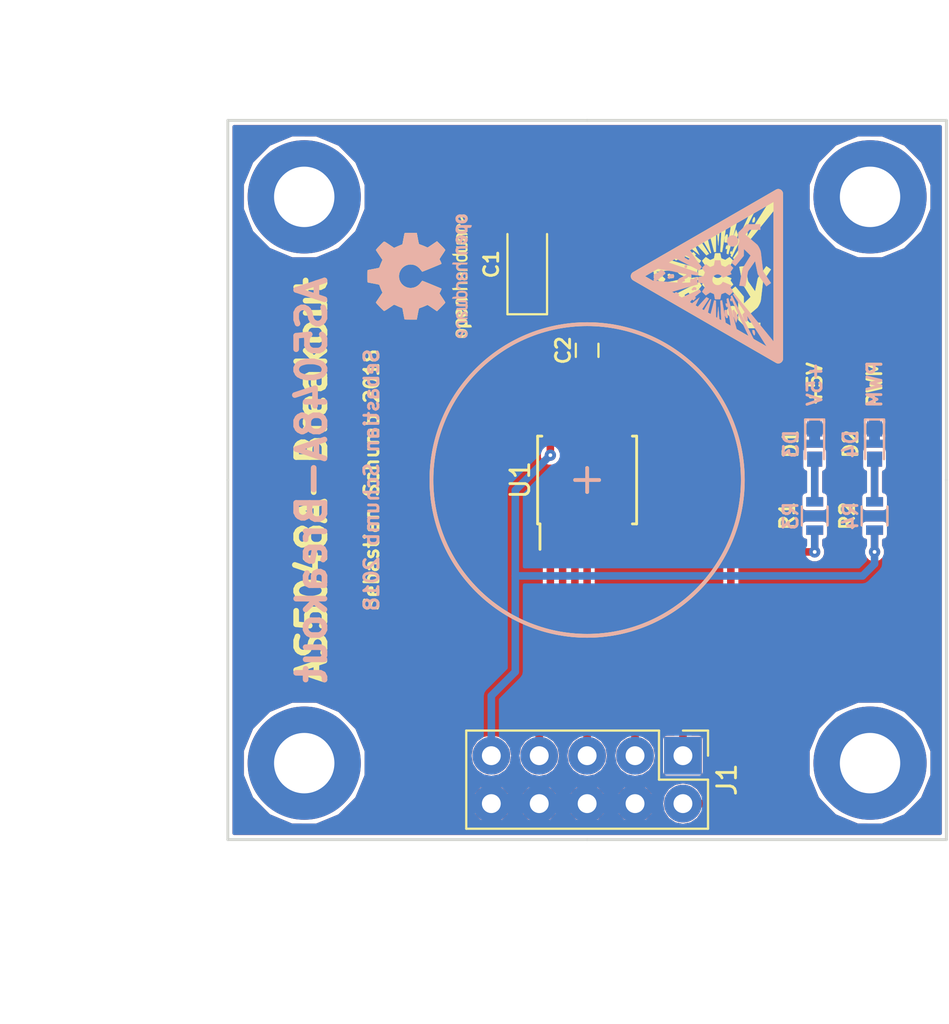
<source format=kicad_pcb>
(kicad_pcb (version 20171130) (host pcbnew "(2018-01-14 revision 63e55e918)-master")

  (general
    (thickness 1.6)
    (drawings 28)
    (tracks 45)
    (zones 0)
    (modules 20)
    (nets 13)
  )

  (page A4)
  (layers
    (0 F.Cu signal)
    (31 B.Cu signal)
    (32 B.Adhes user)
    (33 F.Adhes user)
    (34 B.Paste user)
    (35 F.Paste user)
    (36 B.SilkS user)
    (37 F.SilkS user)
    (38 B.Mask user)
    (39 F.Mask user)
    (40 Dwgs.User user)
    (41 Cmts.User user)
    (42 Eco1.User user)
    (43 Eco2.User user)
    (44 Edge.Cuts user)
    (45 Margin user)
    (46 B.CrtYd user)
    (47 F.CrtYd user)
    (48 B.Fab user)
    (49 F.Fab user)
  )

  (setup
    (last_trace_width 0.4)
    (user_trace_width 0.3)
    (user_trace_width 0.4)
    (user_trace_width 0.5)
    (user_trace_width 1)
    (trace_clearance 0.2)
    (zone_clearance 0.17)
    (zone_45_only no)
    (trace_min 0.2)
    (segment_width 0.2)
    (edge_width 0.15)
    (via_size 0.6)
    (via_drill 0.2)
    (via_min_size 0.4)
    (via_min_drill 0.2)
    (user_via 0.6 0.2)
    (uvia_size 0.3)
    (uvia_drill 0.1)
    (uvias_allowed no)
    (uvia_min_size 0.2)
    (uvia_min_drill 0.1)
    (pcb_text_width 0.3)
    (pcb_text_size 1.5 1.5)
    (mod_edge_width 0.15)
    (mod_text_size 1 1)
    (mod_text_width 0.15)
    (pad_size 2 2)
    (pad_drill 1)
    (pad_to_mask_clearance 0.2)
    (aux_axis_origin 0 0)
    (grid_origin 134.62 86.995)
    (visible_elements FFFFFF7F)
    (pcbplotparams
      (layerselection 0x010fc_ffffffff)
      (usegerberextensions false)
      (usegerberattributes false)
      (usegerberadvancedattributes false)
      (creategerberjobfile false)
      (excludeedgelayer true)
      (linewidth 0.100000)
      (plotframeref false)
      (viasonmask false)
      (mode 1)
      (useauxorigin false)
      (hpglpennumber 1)
      (hpglpenspeed 20)
      (hpglpendiameter 15)
      (psnegative false)
      (psa4output false)
      (plotreference true)
      (plotvalue true)
      (plotinvisibletext false)
      (padsonsilk false)
      (subtractmaskfromsilk false)
      (outputformat 1)
      (mirror false)
      (drillshape 1)
      (scaleselection 1)
      (outputdirectory ""))
  )

  (net 0 "")
  (net 1 "Net-(C1-Pad1)")
  (net 2 GND)
  (net 3 +5V)
  (net 4 "Net-(D1-Pad2)")
  (net 5 "Net-(D2-Pad2)")
  (net 6 "Net-(D3-Pad2)")
  (net 7 "Net-(D4-Pad2)")
  (net 8 MOSI)
  (net 9 MISO)
  (net 10 CLK)
  (net 11 CS)
  (net 12 PWM)

  (net_class Default "This is the default net class."
    (clearance 0.2)
    (trace_width 0.4)
    (via_dia 0.6)
    (via_drill 0.2)
    (uvia_dia 0.3)
    (uvia_drill 0.1)
    (add_net +5V)
    (add_net CLK)
    (add_net CS)
    (add_net GND)
    (add_net MISO)
    (add_net MOSI)
    (add_net "Net-(C1-Pad1)")
    (add_net "Net-(D1-Pad2)")
    (add_net "Net-(D2-Pad2)")
    (add_net "Net-(D3-Pad2)")
    (add_net "Net-(D4-Pad2)")
    (add_net PWM)
  )

  (module misc:logo (layer B.Cu) (tedit 0) (tstamp 5A6E3FAC)
    (at 140.97 76.2 270)
    (fp_text reference G*** (at 0 0 270) (layer B.SilkS) hide
      (effects (font (size 1.524 1.524) (thickness 0.3)) (justify mirror))
    )
    (fp_text value LOGO (at 0.75 0 270) (layer B.SilkS) hide
      (effects (font (size 1.524 1.524) (thickness 0.3)) (justify mirror))
    )
    (fp_poly (pts (xy 0.019667 4.028297) (xy 0.052237 4.023534) (xy 0.084112 4.014364) (xy 0.114974 4.000832)
      (xy 0.141965 3.98473) (xy 0.153888 3.975551) (xy 0.16711 3.963581) (xy 0.180525 3.949966)
      (xy 0.193024 3.935857) (xy 0.2035 3.922402) (xy 0.207002 3.917267) (xy 0.208629 3.914535)
      (xy 0.212521 3.907879) (xy 0.218634 3.897373) (xy 0.226924 3.883094) (xy 0.237348 3.865115)
      (xy 0.249861 3.843513) (xy 0.264422 3.818364) (xy 0.280985 3.789741) (xy 0.299508 3.757722)
      (xy 0.319947 3.722381) (xy 0.342259 3.683793) (xy 0.3664 3.642035) (xy 0.392327 3.597181)
      (xy 0.419995 3.549306) (xy 0.449363 3.498487) (xy 0.480385 3.444798) (xy 0.513019 3.388316)
      (xy 0.547221 3.329115) (xy 0.582947 3.26727) (xy 0.620154 3.202857) (xy 0.658799 3.135953)
      (xy 0.698838 3.066631) (xy 0.740228 2.994967) (xy 0.782924 2.921037) (xy 0.826884 2.844916)
      (xy 0.872064 2.766679) (xy 0.91842 2.686402) (xy 0.96591 2.604161) (xy 1.014489 2.52003)
      (xy 1.064113 2.434085) (xy 1.11474 2.346402) (xy 1.166326 2.257055) (xy 1.218828 2.16612)
      (xy 1.272201 2.073674) (xy 1.326403 1.97979) (xy 1.38139 1.884544) (xy 1.437118 1.788012)
      (xy 1.493544 1.690269) (xy 1.550624 1.591391) (xy 1.608315 1.491452) (xy 1.666573 1.390529)
      (xy 1.725356 1.288697) (xy 1.784618 1.18603) (xy 1.844317 1.082605) (xy 1.90441 0.978497)
      (xy 1.964852 0.873781) (xy 2.025601 0.768533) (xy 2.086613 0.662828) (xy 2.147843 0.556741)
      (xy 2.20925 0.450348) (xy 2.270789 0.343724) (xy 2.332416 0.236945) (xy 2.394089 0.130085)
      (xy 2.455763 0.023221) (xy 2.517396 -0.083572) (xy 2.578943 -0.19022) (xy 2.640362 -0.296645)
      (xy 2.701608 -0.402774) (xy 2.762638 -0.508531) (xy 2.823409 -0.61384) (xy 2.883877 -0.718626)
      (xy 2.943999 -0.822813) (xy 3.003731 -0.926327) (xy 3.063029 -1.029091) (xy 3.121851 -1.131031)
      (xy 3.180152 -1.23207) (xy 3.237889 -1.332135) (xy 3.295019 -1.431148) (xy 3.351498 -1.529036)
      (xy 3.407283 -1.625722) (xy 3.462329 -1.721131) (xy 3.516595 -1.815187) (xy 3.570035 -1.907816)
      (xy 3.622607 -1.998942) (xy 3.674266 -2.088489) (xy 3.72497 -2.176383) (xy 3.774676 -2.262547)
      (xy 3.823338 -2.346906) (xy 3.870915 -2.429386) (xy 3.917362 -2.50991) (xy 3.962636 -2.588403)
      (xy 4.006694 -2.66479) (xy 4.049492 -2.738995) (xy 4.090986 -2.810944) (xy 4.131132 -2.88056)
      (xy 4.169889 -2.947768) (xy 4.207211 -3.012493) (xy 4.243056 -3.074659) (xy 4.277379 -3.134192)
      (xy 4.310138 -3.191015) (xy 4.341289 -3.245054) (xy 4.370788 -3.296232) (xy 4.398592 -3.344475)
      (xy 4.424657 -3.389707) (xy 4.44894 -3.431853) (xy 4.471398 -3.470837) (xy 4.491986 -3.506584)
      (xy 4.510661 -3.539019) (xy 4.527381 -3.568066) (xy 4.542101 -3.593649) (xy 4.554777 -3.615694)
      (xy 4.565367 -3.634125) (xy 4.573826 -3.648867) (xy 4.580112 -3.659844) (xy 4.58418 -3.66698)
      (xy 4.585988 -3.670202) (xy 4.58604 -3.6703) (xy 4.595178 -3.688998) (xy 4.60203 -3.70568)
      (xy 4.607159 -3.721964) (xy 4.611125 -3.739471) (xy 4.612349 -3.746225) (xy 4.615554 -3.778256)
      (xy 4.61432 -3.810316) (xy 4.608801 -3.841933) (xy 4.599148 -3.872636) (xy 4.585516 -3.901952)
      (xy 4.568057 -3.92941) (xy 4.546922 -3.954538) (xy 4.543986 -3.957535) (xy 4.518612 -3.980057)
      (xy 4.491458 -3.998394) (xy 4.462232 -4.012699) (xy 4.430642 -4.02312) (xy 4.407175 -4.02815)
      (xy 4.406045 -4.028289) (xy 4.404257 -4.028424) (xy 4.401751 -4.028556) (xy 4.398466 -4.028684)
      (xy 4.394343 -4.028809) (xy 4.389322 -4.02893) (xy 4.383343 -4.029047) (xy 4.376346 -4.029161)
      (xy 4.36827 -4.029272) (xy 4.359057 -4.029379) (xy 4.348646 -4.029483) (xy 4.336976 -4.029584)
      (xy 4.323989 -4.029681) (xy 4.309624 -4.029776) (xy 4.293821 -4.029867) (xy 4.276519 -4.029955)
      (xy 4.257661 -4.03004) (xy 4.237184 -4.030122) (xy 4.215029 -4.030201) (xy 4.191137 -4.030277)
      (xy 4.165447 -4.03035) (xy 4.137899 -4.030421) (xy 4.108434 -4.030488) (xy 4.07699 -4.030553)
      (xy 4.04351 -4.030615) (xy 4.007931 -4.030675) (xy 3.970195 -4.030732) (xy 3.930242 -4.030786)
      (xy 3.888011 -4.030838) (xy 3.843442 -4.030887) (xy 3.796476 -4.030934) (xy 3.747053 -4.030978)
      (xy 3.695112 -4.03102) (xy 3.640593 -4.03106) (xy 3.583438 -4.031097) (xy 3.523585 -4.031133)
      (xy 3.460975 -4.031166) (xy 3.395547 -4.031197) (xy 3.327242 -4.031225) (xy 3.256 -4.031252)
      (xy 3.181761 -4.031277) (xy 3.104465 -4.0313) (xy 3.024051 -4.031321) (xy 2.940461 -4.03134)
      (xy 2.853633 -4.031357) (xy 2.763509 -4.031372) (xy 2.670027 -4.031386) (xy 2.573128 -4.031398)
      (xy 2.472752 -4.031408) (xy 2.36884 -4.031417) (xy 2.26133 -4.031424) (xy 2.150164 -4.031429)
      (xy 2.03528 -4.031433) (xy 1.91662 -4.031436) (xy 1.794123 -4.031437) (xy 1.66773 -4.031437)
      (xy 1.537379 -4.031436) (xy 1.403012 -4.031433) (xy 1.264568 -4.031429) (xy 1.121988 -4.031424)
      (xy 0.97521 -4.031418) (xy 0.824177 -4.03141) (xy 0.668826 -4.031402) (xy 0.509099 -4.031393)
      (xy 0.344936 -4.031382) (xy 0.176276 -4.031371) (xy 0.00306 -4.031359) (xy -0.002034 -4.031358)
      (xy -0.14449 -4.031348) (xy -0.285854 -4.031336) (xy -0.426056 -4.031324) (xy -0.565024 -4.031311)
      (xy -0.702688 -4.031297) (xy -0.838976 -4.031283) (xy -0.973817 -4.031267) (xy -1.107141 -4.031251)
      (xy -1.238875 -4.031235) (xy -1.36895 -4.031217) (xy -1.497294 -4.031199) (xy -1.623836 -4.031181)
      (xy -1.748506 -4.031161) (xy -1.871231 -4.031141) (xy -1.991942 -4.031121) (xy -2.110566 -4.0311)
      (xy -2.227033 -4.031079) (xy -2.341272 -4.031057) (xy -2.453213 -4.031034) (xy -2.562782 -4.031011)
      (xy -2.669911 -4.030988) (xy -2.774528 -4.030964) (xy -2.876561 -4.03094) (xy -2.97594 -4.030915)
      (xy -3.072594 -4.03089) (xy -3.166451 -4.030864) (xy -3.257441 -4.030839) (xy -3.345492 -4.030813)
      (xy -3.430534 -4.030786) (xy -3.512496 -4.030759) (xy -3.591306 -4.030732) (xy -3.666893 -4.030705)
      (xy -3.739187 -4.030678) (xy -3.808116 -4.03065) (xy -3.873609 -4.030622) (xy -3.935596 -4.030594)
      (xy -3.994005 -4.030566) (xy -4.048765 -4.030538) (xy -4.099806 -4.03051) (xy -4.147055 -4.030481)
      (xy -4.190443 -4.030453) (xy -4.229897 -4.030424) (xy -4.265348 -4.030395) (xy -4.296724 -4.030367)
      (xy -4.323953 -4.030338) (xy -4.346966 -4.030309) (xy -4.36569 -4.030281) (xy -4.380056 -4.030252)
      (xy -4.389991 -4.030224) (xy -4.395425 -4.030195) (xy -4.396509 -4.030177) (xy -4.418722 -4.026329)
      (xy -4.437671 -4.021817) (xy -4.454703 -4.016247) (xy -4.471165 -4.009223) (xy -4.476172 -4.006783)
      (xy -4.5059 -3.989429) (xy -4.532593 -3.968703) (xy -4.55604 -3.944878) (xy -4.57603 -3.918227)
      (xy -4.592352 -3.889024) (xy -4.604793 -3.85754) (xy -4.611591 -3.831937) (xy -4.612727 -3.824225)
      (xy -4.613675 -3.813315) (xy -4.614339 -3.800629) (xy -4.614623 -3.787586) (xy -4.614626 -3.786909)
      (xy -4.613862 -3.761675) (xy -4.61118 -3.739168) (xy -4.606236 -3.718002) (xy -4.598686 -3.69679)
      (xy -4.588186 -3.674142) (xy -4.585223 -3.668405) (xy -4.583498 -3.665317) (xy -4.579512 -3.658314)
      (xy -4.573308 -3.647472) (xy -4.56493 -3.632865) (xy -4.554422 -3.614569) (xy -4.541826 -3.592659)
      (xy -4.527187 -3.56721) (xy -4.510548 -3.538298) (xy -4.509598 -3.536647) (xy -3.939309 -3.536647)
      (xy -3.937013 -3.536678) (xy -3.930175 -3.536709) (xy -3.918875 -3.53674) (xy -3.903187 -3.53677)
      (xy -3.883191 -3.5368) (xy -3.858962 -3.536829) (xy -3.830579 -3.536859) (xy -3.798118 -3.536888)
      (xy -3.761657 -3.536916) (xy -3.721272 -3.536944) (xy -3.677042 -3.536972) (xy -3.629044 -3.536999)
      (xy -3.577354 -3.537026) (xy -3.522049 -3.537052) (xy -3.463208 -3.537078) (xy -3.400908 -3.537103)
      (xy -3.335225 -3.537128) (xy -3.266236 -3.537152) (xy -3.19402 -3.537175) (xy -3.118653 -3.537198)
      (xy -3.040213 -3.537221) (xy -2.958776 -3.537243) (xy -2.874421 -3.537264) (xy -2.787223 -3.537284)
      (xy -2.697261 -3.537304) (xy -2.604612 -3.537323) (xy -2.509353 -3.537341) (xy -2.411561 -3.537359)
      (xy -2.311313 -3.537375) (xy -2.208687 -3.537391) (xy -2.10376 -3.537407) (xy -1.996609 -3.537421)
      (xy -1.887311 -3.537435) (xy -1.775944 -3.537447) (xy -1.662585 -3.537459) (xy -1.54731 -3.53747)
      (xy -1.430198 -3.53748) (xy -1.311326 -3.53749) (xy -1.19077 -3.537498) (xy -1.068609 -3.537505)
      (xy -0.944918 -3.537511) (xy -0.819776 -3.537517) (xy -0.69326 -3.537521) (xy -0.565447 -3.537524)
      (xy -0.436414 -3.537526) (xy -0.306238 -3.537527) (xy 3.459408 -3.537527) (xy 3.368582 -3.464327)
      (xy 3.318059 -3.423557) (xy 3.264181 -3.379981) (xy 3.207138 -3.333752) (xy 3.147116 -3.285027)
      (xy 3.084307 -3.23396) (xy 3.018897 -3.180707) (xy 2.951075 -3.125422) (xy 2.881031 -3.06826)
      (xy 2.808953 -3.009376) (xy 2.73503 -2.948925) (xy 2.65945 -2.887063) (xy 2.582402 -2.823944)
      (xy 2.504075 -2.759722) (xy 2.424658 -2.694554) (xy 2.344338 -2.628594) (xy 2.263306 -2.561997)
      (xy 2.181749 -2.494918) (xy 2.099856 -2.427512) (xy 2.017817 -2.359934) (xy 1.935818 -2.292339)
      (xy 1.854051 -2.224881) (xy 1.772702 -2.157717) (xy 1.708586 -2.104737) (xy 2.0574 -2.104737)
      (xy 2.058555 -2.105891) (xy 2.059709 -2.104737) (xy 2.058555 -2.103582) (xy 2.0574 -2.104737)
      (xy 1.708586 -2.104737) (xy 1.691961 -2.091) (xy 1.612016 -2.024887) (xy 1.533057 -1.959531)
      (xy 1.455271 -1.895088) (xy 1.378848 -1.831712) (xy 1.303975 -1.769559) (xy 1.230843 -1.708784)
      (xy 1.211679 -1.692846) (xy 0.907439 -1.439788) (xy 0.935503 -1.413198) (xy 0.94492 -1.40433)
      (xy 0.953201 -1.396633) (xy 0.959755 -1.390648) (xy 0.963992 -1.386916) (xy 0.965282 -1.385925)
      (xy 0.967468 -1.387057) (xy 0.973081 -1.390566) (xy 0.98175 -1.396204) (xy 0.993102 -1.403723)
      (xy 1.006766 -1.412873) (xy 1.022368 -1.423409) (xy 1.039538 -1.43508) (xy 1.057902 -1.44764)
      (xy 1.060193 -1.449212) (xy 1.102275 -1.477967) (xy 1.148098 -1.509033) (xy 1.197476 -1.542286)
      (xy 1.250224 -1.577606) (xy 1.306158 -1.614868) (xy 1.365092 -1.653951) (xy 1.426841 -1.694733)
      (xy 1.49122 -1.737091) (xy 1.558045 -1.780902) (xy 1.62713 -1.826044) (xy 1.69829 -1.872395)
      (xy 1.77134 -1.919832) (xy 1.776846 -1.923402) (xy 1.798957 -1.937741) (xy 1.819976 -1.951382)
      (xy 1.839574 -1.96411) (xy 1.857421 -1.975712) (xy 1.87319 -1.985973) (xy 1.88655 -1.99468)
      (xy 1.897174 -2.001617) (xy 1.904731 -2.006571) (xy 1.908893 -2.009328) (xy 1.909579 -2.009801)
      (xy 1.911538 -2.010938) (xy 1.91087 -2.009115) (xy 1.909311 -2.006577) (xy 1.905621 -2.000782)
      (xy 1.941679 -1.966804) (xy 1.953497 -1.955812) (xy 1.965289 -1.945106) (xy 1.976258 -1.935389)
      (xy 1.985607 -1.927365) (xy 1.99254 -1.921739) (xy 1.993291 -1.921168) (xy 2.000983 -1.914953)
      (xy 2.007475 -1.908889) (xy 2.011611 -1.904081) (xy 2.012135 -1.903215) (xy 2.019062 -1.893121)
      (xy 2.027084 -1.886629) (xy 2.035586 -1.883964) (xy 2.043953 -1.885353) (xy 2.049945 -1.889351)
      (xy 2.052628 -1.891477) (xy 2.056333 -1.893599) (xy 2.061503 -1.89586) (xy 2.068584 -1.898399)
      (xy 2.07802 -1.901358) (xy 2.090255 -1.904878) (xy 2.105734 -1.909101) (xy 2.124902 -1.914166)
      (xy 2.143044 -1.918882) (xy 2.161228 -1.923762) (xy 2.17597 -1.928164) (xy 2.188364 -1.932469)
      (xy 2.199507 -1.937053) (xy 2.209709 -1.9419) (xy 2.221611 -1.947637) (xy 2.23434 -1.953393)
      (xy 2.246015 -1.958331) (xy 2.251785 -1.960574) (xy 2.259704 -1.963744) (xy 2.270749 -1.968513)
      (xy 2.283909 -1.974427) (xy 2.298174 -1.981032) (xy 2.312534 -1.987873) (xy 2.312912 -1.988055)
      (xy 2.327585 -1.99521) (xy 2.338879 -2.000906) (xy 2.347594 -2.005654) (xy 2.35453 -2.009962)
      (xy 2.360487 -2.014339) (xy 2.366264 -2.019295) (xy 2.372661 -2.025338) (xy 2.374853 -2.02747)
      (xy 2.383432 -2.036031) (xy 2.389312 -2.04255) (xy 2.393232 -2.048068) (xy 2.39593 -2.053629)
      (xy 2.398144 -2.060275) (xy 2.398193 -2.060442) (xy 2.400353 -2.070106) (xy 2.401808 -2.081263)
      (xy 2.402539 -2.092816) (xy 2.40253 -2.103665) (xy 2.401762 -2.112714) (xy 2.400219 -2.118865)
      (xy 2.399146 -2.120515) (xy 2.39494 -2.122918) (xy 2.388137 -2.125386) (xy 2.384137 -2.126457)
      (xy 2.377423 -2.12849) (xy 2.367845 -2.131987) (xy 2.356715 -2.136446) (xy 2.346088 -2.141031)
      (xy 2.336227 -2.145329) (xy 2.32758 -2.148695) (xy 2.319306 -2.15129) (xy 2.310563 -2.153273)
      (xy 2.300511 -2.154802) (xy 2.288309 -2.156039) (xy 2.273114 -2.157141) (xy 2.255573 -2.158186)
      (xy 2.243719 -2.158717) (xy 2.234755 -2.158626) (xy 2.226971 -2.157739) (xy 2.218661 -2.155883)
      (xy 2.210545 -2.1536) (xy 2.19961 -2.150518) (xy 2.186121 -2.146902) (xy 2.172025 -2.143267)
      (xy 2.162464 -2.140895) (xy 2.149472 -2.137422) (xy 2.134504 -2.132907) (xy 2.118683 -2.127739)
      (xy 2.103131 -2.122308) (xy 2.088972 -2.117001) (xy 2.077329 -2.112207) (xy 2.071042 -2.109244)
      (xy 2.066047 -2.107025) (xy 2.063121 -2.106404) (xy 2.06296 -2.106489) (xy 2.064702 -2.107897)
      (xy 2.070208 -2.111694) (xy 2.079346 -2.117794) (xy 2.091979 -2.12611) (xy 2.107973 -2.136557)
      (xy 2.127195 -2.149048) (xy 2.149509 -2.163499) (xy 2.174781 -2.179822) (xy 2.202877 -2.197932)
      (xy 2.233662 -2.217743) (xy 2.267002 -2.239169) (xy 2.302762 -2.262123) (xy 2.340808 -2.286521)
      (xy 2.381006 -2.312276) (xy 2.423221 -2.339301) (xy 2.467318 -2.367512) (xy 2.513164 -2.396822)
      (xy 2.560623 -2.427144) (xy 2.609562 -2.458394) (xy 2.659846 -2.490485) (xy 2.711339 -2.523331)
      (xy 2.763909 -2.556846) (xy 2.817421 -2.590945) (xy 2.871739 -2.62554) (xy 2.92673 -2.660547)
      (xy 2.98226 -2.695879) (xy 3.038193 -2.731451) (xy 3.094396 -2.767175) (xy 3.150733 -2.802968)
      (xy 3.207071 -2.838741) (xy 3.263275 -2.87441) (xy 3.31921 -2.909888) (xy 3.324677 -2.913355)
      (xy 3.363523 -2.937985) (xy 3.401372 -2.961985) (xy 3.438037 -2.985234) (xy 3.473328 -3.007614)
      (xy 3.507058 -3.029004) (xy 3.539038 -3.049286) (xy 3.56908 -3.068339) (xy 3.596995 -3.086045)
      (xy 3.622597 -3.102284) (xy 3.645695 -3.116937) (xy 3.666102 -3.129884) (xy 3.68363 -3.141005)
      (xy 3.69809 -3.150182) (xy 3.709294 -3.157295) (xy 3.717054 -3.162225) (xy 3.721181 -3.164851)
      (xy 3.721788 -3.16524) (xy 3.727922 -3.169227) (xy 3.723045 -3.161146) (xy 3.721371 -3.158284)
      (xy 3.717514 -3.151637) (xy 3.7116 -3.141421) (xy 3.703752 -3.127852) (xy 3.694095 -3.111145)
      (xy 3.682754 -3.091515) (xy 3.669853 -3.069179) (xy 3.655517 -3.044353) (xy 3.63987 -3.017251)
      (xy 3.623037 -2.98809) (xy 3.605143 -2.957085) (xy 3.586312 -2.924452) (xy 3.566668 -2.890407)
      (xy 3.546337 -2.855166) (xy 3.52837 -2.824018) (xy 3.507547 -2.787925) (xy 3.487303 -2.752847)
      (xy 3.467763 -2.719) (xy 3.44905 -2.686599) (xy 3.431291 -2.65586) (xy 3.414609 -2.626998)
      (xy 3.399128 -2.600229) (xy 3.384975 -2.575767) (xy 3.372272 -2.553828) (xy 3.361145 -2.534628)
      (xy 3.351719 -2.518382) (xy 3.344117 -2.505305) (xy 3.338465 -2.495613) (xy 3.334888 -2.48952)
      (xy 3.333563 -2.487322) (xy 3.332518 -2.48613) (xy 3.330617 -2.484563) (xy 3.327683 -2.482529)
      (xy 3.323536 -2.479934) (xy 3.317998 -2.476683) (xy 3.310888 -2.472686) (xy 3.302028 -2.467846)
      (xy 3.291238 -2.462073) (xy 3.278341 -2.455271) (xy 3.263156 -2.447348) (xy 3.245504 -2.43821)
      (xy 3.225207 -2.427765) (xy 3.202085 -2.415918) (xy 3.175959 -2.402577) (xy 3.146651 -2.387648)
      (xy 3.11398 -2.371037) (xy 3.077768 -2.352652) (xy 3.037836 -2.332399) (xy 2.994004 -2.310184)
      (xy 2.982191 -2.304199) (xy 2.942602 -2.28416) (xy 2.899345 -2.262295) (xy 2.852883 -2.238837)
      (xy 2.803682 -2.21402) (xy 2.752206 -2.188078) (xy 2.69892 -2.161245) (xy 2.644289 -2.133753)
      (xy 2.588778 -2.105838) (xy 2.53285 -2.077732) (xy 2.476971 -2.049669) (xy 2.421605 -2.021883)
      (xy 2.367218 -1.994607) (xy 2.314273 -1.968076) (xy 2.263235 -1.942522) (xy 2.21457 -1.91818)
      (xy 2.205182 -1.913487) (xy 2.120985 -1.871431) (xy 2.040726 -1.831399) (xy 1.964235 -1.793306)
      (xy 1.891339 -1.757068) (xy 1.821869 -1.722603) (xy 1.755652 -1.689827) (xy 1.692518 -1.658655)
      (xy 1.632295 -1.629004) (xy 1.574813 -1.60079) (xy 1.519899 -1.57393) (xy 1.467384 -1.54834)
      (xy 1.417096 -1.523935) (xy 1.368863 -1.500634) (xy 1.322515 -1.478351) (xy 1.27788 -1.457003)
      (xy 1.234788 -1.436506) (xy 1.193066 -1.416777) (xy 1.152545 -1.397732) (xy 1.113052 -1.379287)
      (xy 1.111036 -1.378349) (xy 1.091684 -1.369329) (xy 1.073641 -1.360894) (xy 1.057335 -1.353245)
      (xy 1.043193 -1.346585) (xy 1.031643 -1.341113) (xy 1.023112 -1.337033) (xy 1.018028 -1.334546)
      (xy 1.016736 -1.333851) (xy 1.01775 -1.33179) (xy 1.021287 -1.326829) (xy 1.026879 -1.319583)
      (xy 1.034054 -1.310666) (xy 1.039464 -1.304122) (xy 1.048185 -1.293668) (xy 1.056418 -1.283781)
      (xy 1.063456 -1.275308) (xy 1.068597 -1.269096) (xy 1.070264 -1.267068) (xy 1.077191 -1.258598)
      (xy 1.123358 -1.275876) (xy 1.137139 -1.280945) (xy 1.149523 -1.285334) (xy 1.15984 -1.288817)
      (xy 1.167417 -1.291171) (xy 1.171584 -1.292172) (xy 1.172107 -1.292163) (xy 1.174056 -1.289731)
      (xy 1.177219 -1.283985) (xy 1.181088 -1.275895) (xy 1.183668 -1.270014) (xy 1.188217 -1.260073)
      (xy 1.192938 -1.251037) (xy 1.197096 -1.244262) (xy 1.198768 -1.24211) (xy 1.202736 -1.238295)
      (xy 1.206861 -1.236265) (xy 1.212783 -1.235474) (xy 1.219011 -1.235364) (xy 1.228994 -1.236015)
      (xy 1.241814 -1.23778) (xy 1.256119 -1.240377) (xy 1.270555 -1.243523) (xy 1.28377 -1.246935)
      (xy 1.29441 -1.250332) (xy 1.298305 -1.251919) (xy 1.309167 -1.259102) (xy 1.317269 -1.268952)
      (xy 1.321929 -1.280431) (xy 1.32277 -1.289195) (xy 1.323159 -1.296533) (xy 1.324632 -1.302188)
      (xy 1.325377 -1.303432) (xy 1.327143 -1.306386) (xy 1.326325 -1.308397) (xy 1.322413 -1.309629)
      (xy 1.314897 -1.310245) (xy 1.303639 -1.310409) (xy 1.292433 -1.310597) (xy 1.284676 -1.311453)
      (xy 1.279204 -1.313421) (xy 1.274855 -1.316943) (xy 1.270465 -1.32246) (xy 1.269919 -1.323224)
      (xy 1.265434 -1.329521) (xy 1.278685 -1.334805) (xy 1.302136 -1.344335) (xy 1.329702 -1.355866)
      (xy 1.361347 -1.36938) (xy 1.397033 -1.384859) (xy 1.436722 -1.402287) (xy 1.480377 -1.421646)
      (xy 1.527958 -1.442919) (xy 1.57943 -1.466088) (xy 1.634754 -1.491136) (xy 1.693892 -1.518046)
      (xy 1.756807 -1.5468) (xy 1.823461 -1.577382) (xy 1.893815 -1.609772) (xy 1.967833 -1.643956)
      (xy 2.045477 -1.679914) (xy 2.126709 -1.717629) (xy 2.21149 -1.757085) (xy 2.299784 -1.798264)
      (xy 2.391553 -1.841149) (xy 2.486759 -1.885721) (xy 2.585363 -1.931965) (xy 2.687329 -1.979862)
      (xy 2.792619 -2.029396) (xy 2.886069 -2.073418) (xy 2.920211 -2.089504) (xy 2.953192 -2.10503)
      (xy 2.984772 -2.119885) (xy 3.014711 -2.133954) (xy 3.04277 -2.147127) (xy 3.068708 -2.159291)
      (xy 3.092286 -2.170334) (xy 3.113263 -2.180142) (xy 3.1314 -2.188605) (xy 3.146457 -2.195609)
      (xy 3.158194 -2.201042) (xy 3.16637 -2.204793) (xy 3.170747 -2.206748) (xy 3.171449 -2.207016)
      (xy 3.170368 -2.204994) (xy 3.167125 -2.199235) (xy 3.16187 -2.190001) (xy 3.154756 -2.177554)
      (xy 3.145931 -2.162154) (xy 3.135548 -2.144063) (xy 3.123756 -2.123542) (xy 3.110707 -2.100852)
      (xy 3.096552 -2.076255) (xy 3.081441 -2.050011) (xy 3.065524 -2.022382) (xy 3.048953 -1.99363)
      (xy 3.031879 -1.964014) (xy 3.014452 -1.933798) (xy 2.996822 -1.903241) (xy 2.979142 -1.872605)
      (xy 2.96156 -1.842152) (xy 2.944229 -1.812142) (xy 2.927299 -1.782837) (xy 2.910921 -1.754498)
      (xy 2.895244 -1.727387) (xy 2.880421 -1.701763) (xy 2.866602 -1.67789) (xy 2.853938 -1.656027)
      (xy 2.842579 -1.636437) (xy 2.832677 -1.61938) (xy 2.824381 -1.605118) (xy 2.817843 -1.593911)
      (xy 2.813213 -1.586022) (xy 2.810643 -1.581711) (xy 2.810157 -1.580956) (xy 2.807825 -1.580236)
      (xy 2.801291 -1.578411) (xy 2.790819 -1.57555) (xy 2.776672 -1.571724) (xy 2.759115 -1.567004)
      (xy 2.73841 -1.561459) (xy 2.714823 -1.55516) (xy 2.688617 -1.548177) (xy 2.660055 -1.540582)
      (xy 2.629401 -1.532443) (xy 2.59692 -1.523833) (xy 2.562875 -1.514821) (xy 2.527529 -1.505478)
      (xy 2.519218 -1.503283) (xy 2.46131 -1.487972) (xy 2.401151 -1.472032) (xy 2.339185 -1.455582)
      (xy 2.275853 -1.43874) (xy 2.211597 -1.421625) (xy 2.14686 -1.404354) (xy 2.082084 -1.387046)
      (xy 2.017711 -1.36982) (xy 1.954183 -1.352795) (xy 1.891943 -1.336087) (xy 1.831432 -1.319817)
      (xy 1.773093 -1.304102) (xy 1.717368 -1.289061) (xy 1.664698 -1.274813) (xy 1.615527 -1.261475)
      (xy 1.570297 -1.249166) (xy 1.5621 -1.24693) (xy 1.541102 -1.241193) (xy 1.518055 -1.234882)
      (xy 1.493314 -1.228097) (xy 1.467235 -1.220935) (xy 1.440175 -1.213495) (xy 1.412491 -1.205876)
      (xy 1.384537 -1.198175) (xy 1.356671 -1.190491) (xy 1.329248 -1.182922) (xy 1.302625 -1.175568)
      (xy 1.277158 -1.168526) (xy 1.253203 -1.161894) (xy 1.231117 -1.155772) (xy 1.211255 -1.150257)
      (xy 1.193974 -1.145449) (xy 1.17963 -1.141444) (xy 1.168578 -1.138343) (xy 1.161177 -1.136242)
      (xy 1.15778 -1.135242) (xy 1.157598 -1.135174) (xy 1.158438 -1.133126) (xy 1.161002 -1.127668)
      (xy 1.164936 -1.119515) (xy 1.169886 -1.109381) (xy 1.175497 -1.097981) (xy 1.181416 -1.086028)
      (xy 1.187287 -1.074238) (xy 1.192757 -1.063325) (xy 1.197472 -1.054003) (xy 1.201077 -1.046987)
      (xy 1.203218 -1.04299) (xy 1.203621 -1.042355) (xy 1.206041 -1.042498) (xy 1.212621 -1.0433)
      (xy 1.222959 -1.044701) (xy 1.236653 -1.046644) (xy 1.253301 -1.04907) (xy 1.272501 -1.05192)
      (xy 1.293851 -1.055136) (xy 1.316949 -1.05866) (xy 1.339279 -1.062104) (xy 1.363672 -1.06588)
      (xy 1.38672 -1.069436) (xy 1.408017 -1.07271) (xy 1.427154 -1.07564) (xy 1.443724 -1.078164)
      (xy 1.457321 -1.08022) (xy 1.467538 -1.081746) (xy 1.473967 -1.082681) (xy 1.47618 -1.082964)
      (xy 1.475482 -1.082026) (xy 1.471471 -1.079549) (xy 1.464978 -1.076039) (xy 1.463851 -1.075459)
      (xy 1.455158 -1.070762) (xy 1.44888 -1.066353) (xy 1.444601 -1.061365) (xy 1.441903 -1.054931)
      (xy 1.44037 -1.046182) (xy 1.439584 -1.034251) (xy 1.439276 -1.024306) (xy 1.43911 -1.01282)
      (xy 1.439208 -1.003089) (xy 1.439545 -0.995994) (xy 1.440091 -0.992416) (xy 1.440256 -0.992175)
      (xy 1.443169 -0.992053) (xy 1.449546 -0.992588) (xy 1.458295 -0.993675) (xy 1.463964 -0.994506)
      (xy 1.479617 -0.996286) (xy 1.494716 -0.996868) (xy 1.502891 -0.996563) (xy 1.510929 -0.996076)
      (xy 1.517298 -0.996265) (xy 1.523433 -0.997412) (xy 1.530767 -0.999798) (xy 1.540736 -1.003707)
      (xy 1.542146 -1.004278) (xy 1.552765 -1.008756) (xy 1.56597 -1.014569) (xy 1.580201 -1.021017)
      (xy 1.593897 -1.027403) (xy 1.596077 -1.02844) (xy 1.610877 -1.035815) (xy 1.621931 -1.042185)
      (xy 1.629846 -1.048092) (xy 1.635227 -1.054074) (xy 1.638683 -1.060671) (xy 1.64078 -1.068229)
      (xy 1.641089 -1.073826) (xy 1.638588 -1.077989) (xy 1.63591 -1.080306) (xy 1.630365 -1.083855)
      (xy 1.623299 -1.086699) (xy 1.613961 -1.089022) (xy 1.601597 -1.091004) (xy 1.585455 -1.092828)
      (xy 1.583307 -1.093038) (xy 1.556023 -1.095664) (xy 1.895034 -1.149678) (xy 1.938209 -1.156562)
      (xy 1.98278 -1.163677) (xy 2.028259 -1.170944) (xy 2.074159 -1.178287) (xy 2.119991 -1.185627)
      (xy 2.165269 -1.192884) (xy 2.209506 -1.199982) (xy 2.252213 -1.206842) (xy 2.292903 -1.213385)
      (xy 2.331089 -1.219534) (xy 2.366283 -1.22521) (xy 2.397998 -1.230335) (xy 2.425746 -1.234831)
      (xy 2.431248 -1.235724) (xy 2.460804 -1.240517) (xy 2.489029 -1.245079) (xy 2.515593 -1.249358)
      (xy 2.540166 -1.253302) (xy 2.562421 -1.256857) (xy 2.582028 -1.259972) (xy 2.598658 -1.262595)
      (xy 2.611983 -1.264673) (xy 2.621672 -1.266153) (xy 2.627397 -1.266984) (xy 2.628903 -1.267146)
      (xy 2.627854 -1.265098) (xy 2.624675 -1.259386) (xy 2.619555 -1.25034) (xy 2.612684 -1.23829)
      (xy 2.60425 -1.223566) (xy 2.594442 -1.206497) (xy 2.58345 -1.187414) (xy 2.571463 -1.166646)
      (xy 2.558669 -1.144523) (xy 2.552439 -1.133764) (xy 2.5393 -1.111074) (xy 2.526848 -1.089554)
      (xy 2.515277 -1.069536) (xy 2.504778 -1.051356) (xy 2.495544 -1.035347) (xy 2.487768 -1.021843)
      (xy 2.481643 -1.011179) (xy 2.477361 -1.003689) (xy 2.475115 -0.999706) (xy 2.474818 -0.999144)
      (xy 2.474754 -0.998817) (xy 2.474653 -0.998523) (xy 2.474243 -0.998217) (xy 2.473252 -0.997858)
      (xy 2.471409 -0.997402) (xy 2.46844 -0.996807) (xy 2.464075 -0.996029) (xy 2.458041 -0.995026)
      (xy 2.450067 -0.993754) (xy 2.43988 -0.992171) (xy 2.427209 -0.990234) (xy 2.411781 -0.9879)
      (xy 2.393325 -0.985126) (xy 2.371568 -0.981869) (xy 2.34624 -0.978085) (xy 2.317067 -0.973733)
      (xy 2.283778 -0.968769) (xy 2.259446 -0.965141) (xy 2.222824 -0.959653) (xy 2.183229 -0.95367)
      (xy 2.141139 -0.947268) (xy 2.097033 -0.940521) (xy 2.05139 -0.933504) (xy 2.004689 -0.926292)
      (xy 1.957409 -0.91896) (xy 1.910028 -0.911582) (xy 1.863026 -0.904233) (xy 1.816881 -0.896989)
      (xy 1.772072 -0.889923) (xy 1.729078 -0.883112) (xy 1.688378 -0.876629) (xy 1.65045 -0.870549)
      (xy 1.615774 -0.864948) (xy 1.584828 -0.8599) (xy 1.564409 -0.856531) (xy 1.536707 -0.851917)
      (xy 1.508625 -0.84721) (xy 1.480536 -0.842475) (xy 1.452811 -0.837776) (xy 1.425822 -0.833178)
      (xy 1.399941 -0.828744) (xy 1.37554 -0.82454) (xy 1.352989 -0.820629) (xy 1.332662 -0.817075)
      (xy 1.31493 -0.813944) (xy 1.300164 -0.811299) (xy 1.288736 -0.809204) (xy 1.281019 -0.807725)
      (xy 1.277383 -0.806924) (xy 1.277149 -0.806833) (xy 1.277158 -0.804348) (xy 1.277846 -0.798195)
      (xy 1.2791 -0.789254) (xy 1.280802 -0.778407) (xy 1.281124 -0.776461) (xy 1.283183 -0.763587)
      (xy 1.285095 -0.750724) (xy 1.286637 -0.739419) (xy 1.287547 -0.731642) (xy 1.288571 -0.723369)
      (xy 1.289762 -0.716789) (xy 1.290793 -0.713492) (xy 1.292005 -0.713158) (xy 1.295259 -0.712963)
      (xy 1.300723 -0.712915) (xy 1.308566 -0.71302) (xy 1.318957 -0.713287) (xy 1.332064 -0.713722)
      (xy 1.348057 -0.714332) (xy 1.367103 -0.715125) (xy 1.389372 -0.716109) (xy 1.415033 -0.71729)
      (xy 1.444254 -0.718676) (xy 1.477204 -0.720274) (xy 1.514051 -0.722092) (xy 1.554965 -0.724136)
      (xy 1.600114 -0.726415) (xy 1.649667 -0.728935) (xy 1.661684 -0.729548) (xy 1.730786 -0.733075)
      (xy 1.7954 -0.736366) (xy 1.855651 -0.739427) (xy 1.911661 -0.742264) (xy 1.963556 -0.744884)
      (xy 2.01146 -0.747291) (xy 2.055496 -0.749493) (xy 2.095788 -0.751494) (xy 2.132462 -0.753302)
      (xy 2.165639 -0.754921) (xy 2.195446 -0.756358) (xy 2.222005 -0.757619) (xy 2.245441 -0.758709)
      (xy 2.265878 -0.759635) (xy 2.28344 -0.760403) (xy 2.298251 -0.761018) (xy 2.310435 -0.761486)
      (xy 2.320116 -0.761814) (xy 2.327418 -0.762007) (xy 2.332466 -0.762072) (xy 2.335383 -0.762013)
      (xy 2.336291 -0.761857) (xy 2.335363 -0.759548) (xy 2.332412 -0.753812) (xy 2.327746 -0.74521)
      (xy 2.321672 -0.734301) (xy 2.314497 -0.721647) (xy 2.308722 -0.711596) (xy 2.299829 -0.696266)
      (xy 2.292869 -0.684483) (xy 2.287505 -0.675768) (xy 2.2834 -0.669646) (xy 2.280219 -0.665641)
      (xy 2.277624 -0.663274) (xy 2.275279 -0.662071) (xy 2.27344 -0.661638) (xy 2.270484 -0.661339)
      (xy 2.263246 -0.660686) (xy 2.252046 -0.659704) (xy 2.237207 -0.658421) (xy 2.219047 -0.656864)
      (xy 2.197888 -0.655059) (xy 2.174051 -0.653033) (xy 2.147855 -0.650814) (xy 2.119622 -0.648427)
      (xy 2.089673 -0.645901) (xy 2.058327 -0.643261) (xy 2.025905 -0.640534) (xy 1.992729 -0.637748)
      (xy 1.959118 -0.63493) (xy 1.925393 -0.632105) (xy 1.891876 -0.629302) (xy 1.858885 -0.626546)
      (xy 1.826743 -0.623865) (xy 1.79577 -0.621286) (xy 1.766286 -0.618835) (xy 1.738612 -0.616539)
      (xy 1.713069 -0.614426) (xy 1.689977 -0.612522) (xy 1.669657 -0.610853) (xy 1.652429 -0.609448)
      (xy 1.638614 -0.608332) (xy 1.628533 -0.607532) (xy 1.622506 -0.607076) (xy 1.620982 -0.606978)
      (xy 1.618578 -0.606775) (xy 1.618065 -0.606426) (xy 1.619624 -0.605913) (xy 1.623433 -0.605217)
      (xy 1.629672 -0.604316) (xy 1.638519 -0.603193) (xy 1.650155 -0.601827) (xy 1.664759 -0.6002)
      (xy 1.682509 -0.59829) (xy 1.703585 -0.596079) (xy 1.728167 -0.593547) (xy 1.756433 -0.590675)
      (xy 1.788562 -0.587442) (xy 1.824735 -0.58383) (xy 1.86513 -0.579819) (xy 1.909927 -0.575389)
      (xy 1.914237 -0.574964) (xy 1.949927 -0.571434) (xy 1.984442 -0.568006) (xy 2.01749 -0.564711)
      (xy 2.048783 -0.561576) (xy 2.078029 -0.558633) (xy 2.104939 -0.555909) (xy 2.129223 -0.553436)
      (xy 2.150591 -0.551242) (xy 2.168753 -0.549357) (xy 2.183418 -0.54781) (xy 2.194298 -0.546631)
      (xy 2.201102 -0.54585) (xy 2.203409 -0.545532) (xy 2.212027 -0.543791) (xy 2.193839 -0.512618)
      (xy 2.175651 -0.481446) (xy 1.732724 -0.480291) (xy 1.289796 -0.479137) (xy 1.285849 -0.448778)
      (xy 1.284028 -0.435397) (xy 1.282034 -0.421751) (xy 1.280114 -0.409489) (xy 1.278593 -0.400664)
      (xy 1.276991 -0.390748) (xy 1.276661 -0.384763) (xy 1.277582 -0.382206) (xy 1.277838 -0.382083)
      (xy 1.280403 -0.381408) (xy 1.287127 -0.379681) (xy 1.297692 -0.376985) (xy 1.31178 -0.373398)
      (xy 1.329074 -0.369003) (xy 1.349255 -0.363879) (xy 1.372005 -0.358107) (xy 1.397006 -0.351769)
      (xy 1.423941 -0.344945) (xy 1.45249 -0.337716) (xy 1.482337 -0.330162) (xy 1.4859 -0.32926)
      (xy 1.51927 -0.32081) (xy 1.553808 -0.312049) (xy 1.588914 -0.303132) (xy 1.623989 -0.294211)
      (xy 1.658431 -0.28544) (xy 1.69164 -0.276971) (xy 1.723016 -0.268957) (xy 1.75196 -0.261551)
      (xy 1.777869 -0.254907) (xy 1.800145 -0.249177) (xy 1.808018 -0.247146) (xy 1.832159 -0.240913)
      (xy 1.856336 -0.234675) (xy 1.879911 -0.228597) (xy 1.902243 -0.222843) (xy 1.922693 -0.217578)
      (xy 1.940621 -0.212967) (xy 1.955388 -0.209174) (xy 1.966353 -0.206365) (xy 1.966768 -0.206259)
      (xy 1.979957 -0.202811) (xy 1.991457 -0.199656) (xy 2.000577 -0.196996) (xy 2.006624 -0.195033)
      (xy 2.008906 -0.193969) (xy 2.008909 -0.19395) (xy 2.007796 -0.191579) (xy 2.004675 -0.18579)
      (xy 1.999872 -0.17715) (xy 1.993713 -0.166224) (xy 1.986525 -0.15358) (xy 1.978634 -0.139784)
      (xy 1.970367 -0.125402) (xy 1.962049 -0.111) (xy 1.954009 -0.097146) (xy 1.94657 -0.084406)
      (xy 1.940061 -0.073345) (xy 1.934808 -0.064532) (xy 1.931136 -0.058531) (xy 1.929377 -0.055914)
      (xy 1.927983 -0.055412) (xy 1.924969 -0.05544) (xy 1.920006 -0.056069) (xy 1.912765 -0.057368)
      (xy 1.902917 -0.059408) (xy 1.890134 -0.06226) (xy 1.874085 -0.065993) (xy 1.854442 -0.070677)
      (xy 1.830877 -0.076384) (xy 1.812473 -0.080877) (xy 1.734299 -0.100073) (xy 1.660296 -0.11838)
      (xy 1.590121 -0.135885) (xy 1.523431 -0.152675) (xy 1.459883 -0.168834) (xy 1.399133 -0.18445)
      (xy 1.357021 -0.195383) (xy 1.334277 -0.201286) (xy 1.312854 -0.206793) (xy 1.293173 -0.2118)
      (xy 1.275655 -0.216202) (xy 1.260718 -0.219894) (xy 1.248784 -0.222774) (xy 1.240271 -0.224736)
      (xy 1.235601 -0.225676) (xy 1.234844 -0.225733) (xy 1.232986 -0.223349) (xy 1.230159 -0.217805)
      (xy 1.226842 -0.210296) (xy 1.223513 -0.202016) (xy 1.220648 -0.194162) (xy 1.218726 -0.187928)
      (xy 1.218224 -0.18451) (xy 1.218295 -0.184324) (xy 1.218758 -0.183771) (xy 1.219789 -0.18292)
      (xy 1.22173 -0.181558) (xy 1.224923 -0.179471) (xy 1.229712 -0.176449) (xy 1.236439 -0.172277)
      (xy 1.245446 -0.166744) (xy 1.257075 -0.159637) (xy 1.271669 -0.150743) (xy 1.289571 -0.139851)
      (xy 1.3081 -0.128584) (xy 1.325368 -0.118154) (xy 1.346194 -0.105694) (xy 1.370126 -0.091466)
      (xy 1.396715 -0.075734) (xy 1.425511 -0.058761) (xy 1.456062 -0.040812) (xy 1.487919 -0.022149)
      (xy 1.520632 -0.003036) (xy 1.55375 0.016263) (xy 1.586823 0.035485) (xy 1.6194 0.054366)
      (xy 1.651031 0.072643) (xy 1.681266 0.090051) (xy 1.701314 0.101554) (xy 1.721136 0.112967)
      (xy 1.739665 0.12375) (xy 1.756529 0.133676) (xy 1.771353 0.142521) (xy 1.783764 0.15006)
      (xy 1.793388 0.156065) (xy 1.799852 0.160314) (xy 1.80278 0.162578) (xy 1.802914 0.162835)
      (xy 1.801538 0.165838) (xy 1.798278 0.171964) (xy 1.793534 0.180521) (xy 1.787707 0.19082)
      (xy 1.781199 0.202171) (xy 1.774409 0.213883) (xy 1.767739 0.225267) (xy 1.76159 0.235633)
      (xy 1.756362 0.244289) (xy 1.752456 0.250547) (xy 1.750272 0.253716) (xy 1.749987 0.253968)
      (xy 1.747781 0.252751) (xy 1.742177 0.249281) (xy 1.733632 0.24385) (xy 1.7226 0.23675)
      (xy 1.709538 0.228275) (xy 1.694901 0.218718) (xy 1.683024 0.210924) (xy 1.651493 0.190207)
      (xy 1.619303 0.169093) (xy 1.586681 0.147728) (xy 1.553856 0.12626) (xy 1.521054 0.104837)
      (xy 1.488505 0.083605) (xy 1.456434 0.062713) (xy 1.42507 0.042307) (xy 1.39464 0.022537)
      (xy 1.365373 0.003547) (xy 1.337495 -0.014512) (xy 1.311235 -0.031495) (xy 1.286819 -0.047254)
      (xy 1.264476 -0.061641) (xy 1.244433 -0.074508) (xy 1.226919 -0.085709) (xy 1.212159 -0.095095)
      (xy 1.200383 -0.10252) (xy 1.191818 -0.107836) (xy 1.186691 -0.110894) (xy 1.185206 -0.111607)
      (xy 1.183379 -0.107579) (xy 1.179598 -0.100271) (xy 1.174257 -0.09038) (xy 1.167749 -0.078602)
      (xy 1.160466 -0.065635) (xy 1.152804 -0.052176) (xy 1.145153 -0.038922) (xy 1.13791 -0.026569)
      (xy 1.131465 -0.015815) (xy 1.127657 -0.009638) (xy 1.12106 0.000999) (xy 1.115433 0.010291)
      (xy 1.111198 0.017525) (xy 1.108774 0.021991) (xy 1.108364 0.023035) (xy 1.110041 0.024792)
      (xy 1.114934 0.029457) (xy 1.122832 0.036839) (xy 1.133527 0.046747) (xy 1.146809 0.05899)
      (xy 1.162469 0.073378) (xy 1.180298 0.08972) (xy 1.200086 0.107825) (xy 1.221624 0.127502)
      (xy 1.244703 0.148562) (xy 1.269113 0.170812) (xy 1.294645 0.194062) (xy 1.32109 0.218121)
      (xy 1.348238 0.242799) (xy 1.375881 0.267905) (xy 1.403808 0.293248) (xy 1.431811 0.318638)
      (xy 1.45968 0.343882) (xy 1.487206 0.368792) (xy 1.514179 0.393176) (xy 1.540391 0.416843)
      (xy 1.547668 0.423408) (xy 1.562651 0.436947) (xy 1.576507 0.449515) (xy 1.588873 0.46078)
      (xy 1.599384 0.470407) (xy 1.607678 0.478063) (xy 1.61339 0.483415) (xy 1.616158 0.48613)
      (xy 1.616364 0.486395) (xy 1.615261 0.488603) (xy 1.612193 0.494179) (xy 1.607516 0.5025)
      (xy 1.601589 0.512945) (xy 1.59477 0.524889) (xy 1.587417 0.537712) (xy 1.579889 0.55079)
      (xy 1.572544 0.563501) (xy 1.565738 0.575223) (xy 1.559832 0.585332) (xy 1.555183 0.593207)
      (xy 1.552148 0.598224) (xy 1.551189 0.599688) (xy 1.549663 0.599597) (xy 1.545779 0.598253)
      (xy 1.53938 0.595583) (xy 1.53031 0.591509) (xy 1.518409 0.585956) (xy 1.503521 0.578849)
      (xy 1.485489 0.57011) (xy 1.464155 0.559664) (xy 1.439362 0.547436) (xy 1.410952 0.53335)
      (xy 1.378768 0.517329) (xy 1.342653 0.499298) (xy 1.336508 0.496226) (xy 1.307255 0.481609)
      (xy 1.279182 0.467599) (xy 1.252564 0.454333) (xy 1.227672 0.441947) (xy 1.204781 0.430574)
      (xy 1.184164 0.420352) (xy 1.166095 0.411416) (xy 1.150846 0.4039) (xy 1.138692 0.39794)
      (xy 1.129905 0.393672) (xy 1.12476 0.391231) (xy 1.123449 0.390684) (xy 1.124778 0.392549)
      (xy 1.128797 0.3978) (xy 1.135324 0.406205) (xy 1.144177 0.417534) (xy 1.155174 0.431554)
      (xy 1.168133 0.448036) (xy 1.182873 0.466749) (xy 1.199211 0.48746) (xy 1.216966 0.509939)
      (xy 1.235955 0.533955) (xy 1.255997 0.559276) (xy 1.27691 0.585672) (xy 1.281714 0.591733)
      (xy 1.440548 0.792075) (xy 1.416196 0.834187) (xy 1.408181 0.848057) (xy 1.400275 0.861758)
      (xy 1.393017 0.874355) (xy 1.386944 0.884912) (xy 1.382597 0.892495) (xy 1.382299 0.893016)
      (xy 1.377758 0.900671) (xy 1.373982 0.906489) (xy 1.371596 0.909526) (xy 1.371212 0.909757)
      (xy 1.368932 0.90823) (xy 1.36371 0.903867) (xy 1.35594 0.897029) (xy 1.346014 0.888078)
      (xy 1.334323 0.877372) (xy 1.321262 0.865274) (xy 1.30722 0.852144) (xy 1.292592 0.838343)
      (xy 1.27777 0.82423) (xy 1.268399 0.815237) (xy 1.228697 0.777009) (xy 1.241115 0.766618)
      (xy 1.25209 0.755294) (xy 1.261366 0.741615) (xy 1.268133 0.727019) (xy 1.271581 0.712944)
      (xy 1.271633 0.712463) (xy 1.272271 0.70173) (xy 1.271257 0.694388) (xy 1.268155 0.689375)
      (xy 1.262532 0.685627) (xy 1.260236 0.684567) (xy 1.25419 0.680966) (xy 1.24623 0.674871)
      (xy 1.237533 0.667222) (xy 1.233002 0.662835) (xy 1.224714 0.65487) (xy 1.216508 0.647591)
      (xy 1.209566 0.642021) (xy 1.206448 0.639892) (xy 1.20038 0.635326) (xy 1.193062 0.628486)
      (xy 1.186009 0.620799) (xy 1.185566 0.620268) (xy 1.173073 0.60685) (xy 1.161292 0.597728)
      (xy 1.149927 0.592692) (xy 1.145363 0.591765) (xy 1.135415 0.590431) (xy 1.092895 0.635293)
      (xy 1.0606 0.598778) (xy 1.025397 0.558349) (xy 0.989398 0.515826) (xy 0.953482 0.472282)
      (xy 0.918525 0.428794) (xy 0.885405 0.386437) (xy 0.860226 0.353291) (xy 0.851102 0.341104)
      (xy 0.842931 0.330196) (xy 0.836109 0.321095) (xy 0.831033 0.314331) (xy 0.8281 0.310432)
      (xy 0.827539 0.309695) (xy 0.825475 0.310604) (xy 0.8202 0.313671) (xy 0.812353 0.318504)
      (xy 0.802573 0.324711) (xy 0.793673 0.330477) (xy 0.77977 0.339364) (xy 0.764338 0.348908)
      (xy 0.74898 0.358134) (xy 0.735299 0.366072) (xy 0.731322 0.3683) (xy 0.720943 0.374178)
      (xy 0.712178 0.379394) (xy 0.705749 0.3835) (xy 0.702375 0.386047) (xy 0.702043 0.38653)
      (xy 0.70297 0.388941) (xy 0.705709 0.395325) (xy 0.710156 0.40545) (xy 0.716207 0.419089)
      (xy 0.723757 0.436009) (xy 0.732703 0.455983) (xy 0.742941 0.47878) (xy 0.754367 0.50417)
      (xy 0.766876 0.531923) (xy 0.780365 0.56181) (xy 0.794729 0.5936) (xy 0.809865 0.627065)
      (xy 0.825668 0.661973) (xy 0.842035 0.698095) (xy 0.858861 0.735202) (xy 0.876042 0.773063)
      (xy 0.893475 0.811448) (xy 0.911055 0.850129) (xy 0.928679 0.888874) (xy 0.946242 0.927455)
      (xy 0.96364 0.96564) (xy 0.980769 1.003201) (xy 0.997525 1.039908) (xy 1.013805 1.075531)
      (xy 1.023394 1.096493) (xy 1.040588 1.134127) (xy 1.05642 1.16891) (xy 1.070834 1.20071)
      (xy 1.083769 1.229395) (xy 1.095167 1.254835) (xy 1.104971 1.276896) (xy 1.11312 1.295447)
      (xy 1.119558 1.310357) (xy 1.124224 1.321493) (xy 1.127061 1.328723) (xy 1.12801 1.331916)
      (xy 1.127995 1.33202) (xy 1.126335 1.335353) (xy 1.122692 1.342026) (xy 1.117347 1.35156)
      (xy 1.110579 1.363473) (xy 1.102668 1.377283) (xy 1.093896 1.392511) (xy 1.084541 1.408675)
      (xy 1.074884 1.425295) (xy 1.065206 1.441888) (xy 1.055785 1.457975) (xy 1.046904 1.473074)
      (xy 1.038841 1.486705) (xy 1.031876 1.498386) (xy 1.026291 1.507636) (xy 1.022365 1.513975)
      (xy 1.020378 1.516921) (xy 1.020208 1.517073) (xy 1.018381 1.515161) (xy 1.015321 1.510174)
      (xy 1.012045 1.503897) (xy 1.005892 1.493171) (xy 0.999333 1.486324) (xy 0.991323 1.482659)
      (xy 0.980814 1.481482) (xy 0.9783 1.481485) (xy 0.963386 1.483195) (xy 0.948898 1.48803)
      (xy 0.934604 1.496197) (xy 0.920272 1.507902) (xy 0.905671 1.52335) (xy 0.890569 1.542748)
      (xy 0.874735 1.566301) (xy 0.86488 1.582356) (xy 0.855296 1.60019) (xy 0.849054 1.61625)
      (xy 0.845819 1.631556) (xy 0.845164 1.642392) (xy 0.845292 1.646574) (xy 0.845959 1.650371)
      (xy 0.847541 1.65429) (xy 0.850414 1.658841) (xy 0.854954 1.66453) (xy 0.861538 1.671867)
      (xy 0.870542 1.681359) (xy 0.882344 1.693514) (xy 0.885227 1.696467) (xy 0.905954 1.71769)
      (xy 0.876247 1.769204) (xy 0.867579 1.784253) (xy 0.859127 1.79896) (xy 0.851338 1.812544)
      (xy 0.844661 1.824224) (xy 0.839541 1.833218) (xy 0.837175 1.837409) (xy 0.832733 1.845071)
      (xy 0.829086 1.850893) (xy 0.826841 1.853924) (xy 0.826509 1.85415) (xy 0.825668 1.851971)
      (xy 0.82361 1.84555) (xy 0.820392 1.835083) (xy 0.81607 1.820766) (xy 0.810703 1.802796)
      (xy 0.804347 1.781369) (xy 0.797059 1.756681) (xy 0.788896 1.72893) (xy 0.779915 1.69831)
      (xy 0.770172 1.66502) (xy 0.759726 1.629255) (xy 0.748633 1.591212) (xy 0.736949 1.551086)
      (xy 0.724733 1.509075) (xy 0.712041 1.465376) (xy 0.698929 1.420183) (xy 0.685456 1.373694)
      (xy 0.671677 1.326106) (xy 0.657651 1.277614) (xy 0.643433 1.228415) (xy 0.629081 1.178706)
      (xy 0.614653 1.128683) (xy 0.600204 1.078542) (xy 0.585792 1.02848) (xy 0.571474 0.978693)
      (xy 0.557307 0.929377) (xy 0.543348 0.88073) (xy 0.529653 0.832947) (xy 0.516281 0.786225)
      (xy 0.503287 0.74076) (xy 0.494192 0.708891) (xy 0.485354 0.677952) (xy 0.476848 0.648262)
      (xy 0.46876 0.620125) (xy 0.461179 0.593841) (xy 0.454194 0.569714) (xy 0.447892 0.548046)
      (xy 0.442361 0.529138) (xy 0.437689 0.513293) (xy 0.433964 0.500814) (xy 0.431275 0.492002)
      (xy 0.429709 0.48716) (xy 0.429354 0.486294) (xy 0.4263 0.485816) (xy 0.419544 0.486338)
      (xy 0.409873 0.487777) (xy 0.402474 0.489149) (xy 0.376239 0.494054) (xy 0.350748 0.498188)
      (xy 0.325426 0.501584) (xy 0.299695 0.504278) (xy 0.272978 0.506301) (xy 0.244698 0.507689)
      (xy 0.214277 0.508475) (xy 0.181138 0.508693) (xy 0.144705 0.508378) (xy 0.104399 0.507562)
      (xy 0.093518 0.50728) (xy 0.077355 0.506845) (xy 0.07673 0.513773) (xy 0.076145 0.518611)
      (xy 0.074989 0.526914) (xy 0.073421 0.537586) (xy 0.071597 0.549531) (xy 0.071273 0.551615)
      (xy 0.068594 0.571293) (xy 0.067467 0.587285) (xy 0.068045 0.600306) (xy 0.070485 0.61107)
      (xy 0.074943 0.620295) (xy 0.081573 0.628694) (xy 0.089665 0.636258) (xy 0.107979 0.652272)
      (xy 0.122758 0.666431) (xy 0.134442 0.67923) (xy 0.14347 0.691169) (xy 0.150281 0.702744)
      (xy 0.152534 0.7075) (xy 0.15423 0.7115) (xy 0.155291 0.71503) (xy 0.155686 0.718984)
      (xy 0.155385 0.724258) (xy 0.15436 0.731744) (xy 0.15258 0.742338) (xy 0.15111 0.750718)
      (xy 0.148321 0.765418) (xy 0.144997 0.781183) (xy 0.141545 0.796165) (xy 0.138374 0.808515)
      (xy 0.138245 0.808977) (xy 0.135348 0.820247) (xy 0.133365 0.829887) (xy 0.132486 0.836862)
      (xy 0.132611 0.83953) (xy 0.136388 0.84719) (xy 0.143398 0.855194) (xy 0.152507 0.862385)
      (xy 0.158283 0.865716) (xy 0.163958 0.868381) (xy 0.168625 0.869791) (xy 0.173786 0.870083)
      (xy 0.180939 0.869389) (xy 0.188027 0.868375) (xy 0.20132 0.866843) (xy 0.210654 0.866882)
      (xy 0.21644 0.868569) (xy 0.219087 0.871977) (xy 0.219364 0.874151) (xy 0.221471 0.880579)
      (xy 0.227002 0.886184) (xy 0.234771 0.889862) (xy 0.236719 0.890314) (xy 0.244026 0.890724)
      (xy 0.25283 0.889288) (xy 0.263763 0.885816) (xy 0.27746 0.880119) (xy 0.289278 0.874586)
      (xy 0.300921 0.869097) (xy 0.309276 0.865789) (xy 0.315162 0.864726) (xy 0.319395 0.865974)
      (xy 0.322792 0.869598) (xy 0.326172 0.875661) (xy 0.32712 0.877587) (xy 0.32894 0.882626)
      (xy 0.330683 0.890263) (xy 0.332376 0.900769) (xy 0.33405 0.914417) (xy 0.335731 0.931478)
      (xy 0.337448 0.952224) (xy 0.339231 0.976928) (xy 0.341106 1.005861) (xy 0.341936 1.019463)
      (xy 0.342441 1.029879) (xy 0.342933 1.043813) (xy 0.343407 1.060782) (xy 0.343858 1.0803)
      (xy 0.344281 1.101885) (xy 0.344672 1.125052) (xy 0.345027 1.149319) (xy 0.345339 1.1742)
      (xy 0.345605 1.199212) (xy 0.345819 1.223871) (xy 0.345978 1.247693) (xy 0.346075 1.270195)
      (xy 0.346107 1.290892) (xy 0.346068 1.309301) (xy 0.345954 1.324938) (xy 0.345761 1.337319)
      (xy 0.345482 1.345959) (xy 0.34519 1.349894) (xy 0.343397 1.363518) (xy 0.34022 1.345249)
      (xy 0.338068 1.335387) (xy 0.335337 1.326299) (xy 0.332574 1.319778) (xy 0.332259 1.31924)
      (xy 0.327528 1.31329) (xy 0.319806 1.305506) (xy 0.309925 1.29664) (xy 0.298722 1.287443)
      (xy 0.287728 1.279165) (xy 0.280406 1.272896) (xy 0.277411 1.267556) (xy 0.278623 1.262824)
      (xy 0.280814 1.260548) (xy 0.283285 1.255522) (xy 0.283228 1.246668) (xy 0.280648 1.234018)
      (xy 0.275552 1.217606) (xy 0.272345 1.208751) (xy 0.268433 1.198465) (xy 0.264952 1.189552)
      (xy 0.26231 1.183037) (xy 0.260992 1.180087) (xy 0.257217 1.176955) (xy 0.250038 1.173957)
      (xy 0.240669 1.17139) (xy 0.23032 1.169548) (xy 0.220205 1.168726) (xy 0.21483 1.168841)
      (xy 0.204887 1.170222) (xy 0.196983 1.173244) (xy 0.190645 1.177284) (xy 0.177014 1.185554)
      (xy 0.164156 1.190428) (xy 0.152602 1.191823) (xy 0.142878 1.189656) (xy 0.137127 1.185664)
      (xy 0.133743 1.181737) (xy 0.132289 1.177752) (xy 0.132344 1.171936) (xy 0.132834 1.167559)
      (xy 0.133374 1.160715) (xy 0.132854 1.154621) (xy 0.130965 1.147708) (xy 0.127399 1.138408)
      (xy 0.126827 1.137018) (xy 0.122197 1.12668) (xy 0.116166 1.114416) (xy 0.10974 1.102242)
      (xy 0.106916 1.097203) (xy 0.100873 1.086513) (xy 0.09486 1.075604) (xy 0.089784 1.066129)
      (xy 0.087734 1.062158) (xy 0.083869 1.054979) (xy 0.080494 1.049541) (xy 0.078493 1.047163)
      (xy 0.075852 1.044355) (xy 0.071385 1.038393) (xy 0.065624 1.030094) (xy 0.059101 1.020275)
      (xy 0.052348 1.009753) (xy 0.045897 0.999344) (xy 0.04028 0.989867) (xy 0.036029 0.982138)
      (xy 0.035569 0.981235) (xy 0.029212 0.968134) (xy 0.025075 0.958442) (xy 0.022992 0.951612)
      (xy 0.022799 0.947097) (xy 0.024331 0.94435) (xy 0.024429 0.944266) (xy 0.027408 0.940516)
      (xy 0.03089 0.934423) (xy 0.032051 0.93199) (xy 0.035498 0.925934) (xy 0.041065 0.91783)
      (xy 0.047778 0.90906) (xy 0.050783 0.905419) (xy 0.065227 0.888357) (xy 0.063771 0.874246)
      (xy 0.061863 0.860384) (xy 0.059141 0.849917) (xy 0.055159 0.84164) (xy 0.049475 0.834345)
      (xy 0.048864 0.833696) (xy 0.040232 0.824621) (xy -0.02722 0.826) (xy -0.046958 0.826376)
      (xy -0.062541 0.826595) (xy -0.074427 0.826646) (xy -0.083079 0.826514) (xy -0.088955 0.826188)
      (xy -0.092517 0.825655) (xy -0.094224 0.824901) (xy -0.094563 0.824131) (xy -0.094165 0.821375)
      (xy -0.093049 0.814433) (xy -0.091276 0.803671) (xy -0.088908 0.789454) (xy -0.086007 0.772149)
      (xy -0.082633 0.752122) (xy -0.078848 0.729737) (xy -0.074714 0.705362) (xy -0.070292 0.679362)
      (xy -0.066075 0.654627) (xy -0.061461 0.627547) (xy -0.057095 0.601818) (xy -0.053036 0.577799)
      (xy -0.049343 0.555848) (xy -0.046077 0.536324) (xy -0.043298 0.519586) (xy -0.041065 0.505991)
      (xy -0.039437 0.4959) (xy -0.038476 0.489669) (xy -0.038231 0.487654) (xy -0.040539 0.486895)
      (xy -0.046577 0.485254) (xy -0.055589 0.482929) (xy -0.066813 0.480116) (xy -0.075379 0.478012)
      (xy -0.091681 0.473829) (xy -0.1101 0.468767) (xy -0.128537 0.463421) (xy -0.144889 0.458388)
      (xy -0.147086 0.45768) (xy -0.182181 0.446272) (xy -0.184753 0.453468) (xy -0.187494 0.461229)
      (xy -0.191659 0.473154) (xy -0.197178 0.489036) (xy -0.20398 0.508671) (xy -0.211994 0.531852)
      (xy -0.22115 0.558373) (xy -0.231377 0.588028) (xy -0.242604 0.620612) (xy -0.254761 0.655919)
      (xy -0.267777 0.693742) (xy -0.281581 0.733876) (xy -0.296103 0.776116) (xy -0.311272 0.820254)
      (xy -0.327018 0.866086) (xy -0.343269 0.913406) (xy -0.359956 0.962007) (xy -0.377007 1.011684)
      (xy -0.394352 1.062231) (xy -0.41192 1.113442) (xy -0.42964 1.165111) (xy -0.447443 1.217033)
      (xy -0.465256 1.269001) (xy -0.483011 1.32081) (xy -0.500635 1.372253) (xy -0.518058 1.423126)
      (xy -0.53521 1.473221) (xy -0.55202 1.522334) (xy -0.568418 1.570258) (xy -0.584332 1.616788)
      (xy -0.599692 1.661717) (xy -0.614427 1.70484) (xy -0.628467 1.745951) (xy -0.641741 1.784844)
      (xy -0.65004 1.809173) (xy -0.660378 1.839473) (xy -0.67031 1.868555) (xy -0.679735 1.896116)
      (xy -0.688547 1.921858) (xy -0.696645 1.945479) (xy -0.703926 1.96668) (xy -0.710285 1.985161)
      (xy -0.71562 2.00062) (xy -0.719827 2.012759) (xy -0.722805 2.021276) (xy -0.724449 2.025872)
      (xy -0.724738 2.026606) (xy -0.726075 2.02504) (xy -0.729549 2.019739) (xy -0.735 2.010973)
      (xy -0.742266 1.999014) (xy -0.751189 1.984131) (xy -0.761606 1.966596) (xy -0.773357 1.946678)
      (xy -0.786282 1.924649) (xy -0.800221 1.90078) (xy -0.815012 1.875341) (xy -0.830494 1.848602)
      (xy -0.835448 1.840024) (xy -0.944688 1.650755) (xy -0.931531 1.6249) (xy -0.928499 1.618956)
      (xy -0.923538 1.609251) (xy -0.916828 1.596133) (xy -0.908547 1.579949) (xy -0.898872 1.561049)
      (xy -0.887982 1.539781) (xy -0.876056 1.516493) (xy -0.863272 1.491533) (xy -0.849808 1.465249)
      (xy -0.835842 1.43799) (xy -0.824304 1.415473) (xy -0.812718 1.392856) (xy -0.799219 1.366492)
      (xy -0.783995 1.336748) (xy -0.767233 1.303991) (xy -0.749121 1.268586) (xy -0.729846 1.230901)
      (xy -0.709595 1.191302) (xy -0.688556 1.150155) (xy -0.666915 1.107826) (xy -0.644862 1.064683)
      (xy -0.622582 1.021092) (xy -0.600264 0.977418) (xy -0.578094 0.93403) (xy -0.55626 0.891292)
      (xy -0.541525 0.862445) (xy -0.521347 0.822944) (xy -0.501486 0.784068) (xy -0.482066 0.746059)
      (xy -0.46321 0.709162) (xy -0.445044 0.673618) (xy -0.427691 0.639672) (xy -0.411277 0.607566)
      (xy -0.395925 0.577544) (xy -0.38176 0.549849) (xy -0.368906 0.524724) (xy -0.357489 0.502413)
      (xy -0.347631 0.483158) (xy -0.339457 0.467204) (xy -0.333092 0.454792) (xy -0.328661 0.446167)
      (xy -0.327609 0.444126) (xy -0.302402 0.395261) (xy -0.327269 0.38204) (xy -0.357901 0.365016)
      (xy -0.389627 0.346037) (xy -0.420996 0.326019) (xy -0.450557 0.305882) (xy -0.471054 0.290964)
      (xy -0.478951 0.285068) (xy -0.485644 0.280157) (xy -0.490143 0.276954) (xy -0.491258 0.27622)
      (xy -0.493911 0.277138) (xy -0.499951 0.28088) (xy -0.509206 0.287326) (xy -0.521508 0.296352)
      (xy -0.536685 0.307837) (xy -0.55457 0.321659) (xy -0.555912 0.322706) (xy -0.60188 0.358261)
      (xy -0.651574 0.39611) (xy -0.704794 0.436108) (xy -0.761344 0.478113) (xy -0.821025 0.52198)
      (xy -0.883639 0.567568) (xy -0.948989 0.614731) (xy -1.016876 0.663328) (xy -1.087102 0.713214)
      (xy -1.15947 0.764246) (xy -1.233781 0.816281) (xy -1.309837 0.869176) (xy -1.329729 0.882952)
      (xy -1.37138 0.911772) (xy -1.381617 0.894036) (xy -1.383201 0.891291) (xy -1.387048 0.884628)
      (xy -1.393111 0.874128) (xy -1.401341 0.859874) (xy -1.411692 0.841946) (xy -1.424117 0.820425)
      (xy -1.438569 0.795395) (xy -1.455001 0.766935) (xy -1.473366 0.735128) (xy -1.493617 0.700054)
      (xy -1.515707 0.661796) (xy -1.539588 0.620434) (xy -1.565214 0.576051) (xy -1.592538 0.528728)
      (xy -1.621512 0.478545) (xy -1.65209 0.425586) (xy -1.684224 0.36993) (xy -1.717868 0.31166)
      (xy -1.752975 0.250857) (xy -1.789497 0.187603) (xy -1.827387 0.121979) (xy -1.866599 0.054066)
      (xy -1.907085 -0.016054) (xy -1.948798 -0.088299) (xy -1.991691 -0.162589) (xy -2.035718 -0.238841)
      (xy -2.080831 -0.316974) (xy -2.126983 -0.396907) (xy -2.174127 -0.478558) (xy -2.222216 -0.561846)
      (xy -2.271203 -0.646689) (xy -2.321041 -0.733007) (xy -2.371683 -0.820716) (xy -2.423082 -0.909736)
      (xy -2.47519 -0.999986) (xy -2.527962 -1.091383) (xy -2.581349 -1.183847) (xy -2.635305 -1.277296)
      (xy -2.665581 -1.329734) (xy -2.719778 -1.4236) (xy -2.773415 -1.516499) (xy -2.826445 -1.608349)
      (xy -2.878823 -1.69907) (xy -2.930501 -1.788581) (xy -2.981434 -1.876802) (xy -3.031574 -1.963651)
      (xy -3.080875 -2.049049) (xy -3.12929 -2.132915) (xy -3.176773 -2.215167) (xy -3.223278 -2.295726)
      (xy -3.268758 -2.374511) (xy -3.313165 -2.45144) (xy -3.356455 -2.526434) (xy -3.39858 -2.599412)
      (xy -3.439493 -2.670293) (xy -3.479149 -2.738996) (xy -3.5175 -2.805441) (xy -3.5545 -2.869548)
      (xy -3.590102 -2.931234) (xy -3.624261 -2.990421) (xy -3.656928 -3.047027) (xy -3.688059 -3.100971)
      (xy -3.717606 -3.152174) (xy -3.745523 -3.200554) (xy -3.771762 -3.24603) (xy -3.796279 -3.288523)
      (xy -3.819026 -3.32795) (xy -3.839956 -3.364233) (xy -3.859023 -3.397289) (xy -3.876181 -3.427039)
      (xy -3.891382 -3.453402) (xy -3.904581 -3.476297) (xy -3.915731 -3.495644) (xy -3.924786 -3.511361)
      (xy -3.931697 -3.523368) (xy -3.936421 -3.531585) (xy -3.938908 -3.535931) (xy -3.939309 -3.536647)
      (xy -4.509598 -3.536647) (xy -4.491951 -3.505999) (xy -4.471442 -3.470386) (xy -4.449063 -3.431537)
      (xy -4.424857 -3.389525) (xy -4.398869 -3.344426) (xy -4.371141 -3.296317) (xy -4.341717 -3.245271)
      (xy -4.310641 -3.191364) (xy -4.277956 -3.134672) (xy -4.243706 -3.07527) (xy -4.207933 -3.013232)
      (xy -4.170682 -2.948636) (xy -4.131996 -2.881555) (xy -4.091918 -2.812065) (xy -4.050492 -2.740241)
      (xy -4.007761 -2.666159) (xy -3.963769 -2.589894) (xy -3.918559 -2.511521) (xy -3.872175 -2.431116)
      (xy -3.824661 -2.348754) (xy -3.776059 -2.26451) (xy -3.726413 -2.17846) (xy -3.675766 -2.090678)
      (xy -3.624163 -2.001241) (xy -3.571646 -1.910223) (xy -3.51826 -1.817699) (xy -3.464046 -1.723746)
      (xy -3.40905 -1.628438) (xy -3.353314 -1.531851) (xy -3.296882 -1.434059) (xy -3.239798 -1.335139)
      (xy -3.182104 -1.235166) (xy -3.123845 -1.134214) (xy -3.065063 -1.03236) (xy -3.005803 -0.929678)
      (xy -2.946107 -0.826244) (xy -2.88602 -0.722133) (xy -2.825584 -0.61742) (xy -2.764843 -0.512181)
      (xy -2.703841 -0.406491) (xy -2.642621 -0.300426) (xy -2.581226 -0.19406) (xy -2.519701 -0.087469)
      (xy -2.458088 0.019272) (xy -2.396431 0.126087) (xy -2.334773 0.232901) (xy -2.273158 0.339639)
      (xy -2.21163 0.446225) (xy -2.150232 0.552585) (xy -2.089006 0.658643) (xy -2.027998 0.764323)
      (xy -1.967249 0.869551) (xy -1.906805 0.97425) (xy -1.846707 1.078346) (xy -1.821593 1.121848)
      (xy -1.101436 1.121848) (xy -1.0999 1.111038) (xy -1.095351 1.096998) (xy -1.087882 1.079918)
      (xy -1.077582 1.059989) (xy -1.064544 1.037402) (xy -1.049371 1.013138) (xy -1.041169 1.000131)
      (xy -1.03522 0.989837) (xy -1.031027 0.981259) (xy -1.028093 0.973399) (xy -1.026316 0.966956)
      (xy -1.021949 0.951578) (xy -1.017138 0.939484) (xy -1.012103 0.931154) (xy -1.008206 0.927604)
      (xy -1.003827 0.925573) (xy -0.996546 0.922666) (xy -0.987564 0.919309) (xy -0.978085 0.915933)
      (xy -0.96931 0.912963) (xy -0.96244 0.91083) (xy -0.958698 0.909963) (xy -0.954381 0.910834)
      (xy -0.950616 0.912429) (xy -0.945668 0.915631) (xy -0.939549 0.920348) (xy -0.937839 0.921796)
      (xy -0.931088 0.926775) (xy -0.922591 0.931902) (xy -0.918212 0.93415) (xy -0.900235 0.943506)
      (xy -0.886652 0.952642) (xy -0.877275 0.961921) (xy -0.871917 0.971706) (xy -0.870392 0.982361)
      (xy -0.872511 0.994249) (xy -0.878087 1.007734) (xy -0.879186 1.00987) (xy -0.885429 1.020343)
      (xy -0.89322 1.031493) (xy -0.900292 1.040226) (xy -0.907449 1.049143) (xy -0.914216 1.059225)
      (xy -0.919966 1.069349) (xy -0.924071 1.078393) (xy -0.925903 1.085235) (xy -0.925943 1.086071)
      (xy -0.926995 1.090358) (xy -0.930364 1.096306) (xy -0.936381 1.104398) (xy -0.945374 1.115117)
      (xy -0.94688 1.116845) (xy -0.951247 1.122034) (xy -0.954687 1.126855) (xy -0.957597 1.132198)
      (xy -0.96037 1.138955) (xy -0.963402 1.148016) (xy -0.967088 1.160272) (xy -0.968907 1.166518)
      (xy -0.972201 1.170372) (xy -0.979133 1.173797) (xy -0.988724 1.176489) (xy -0.999995 1.178142)
      (xy -1.007415 1.178511) (xy -1.026088 1.176775) (xy -1.045388 1.17151) (xy -1.063742 1.163248)
      (xy -1.075968 1.155383) (xy -1.087094 1.146491) (xy -1.094652 1.139023) (xy -1.099175 1.132277)
      (xy -1.101197 1.125552) (xy -1.101436 1.121848) (xy -1.821593 1.121848) (xy -1.787001 1.181764)
      (xy -1.727728 1.284427) (xy -1.668933 1.386262) (xy -1.610659 1.487191) (xy -1.55295 1.587141)
      (xy -1.495848 1.686036) (xy -1.439398 1.7838) (xy -1.383643 1.880359) (xy -1.328626 1.975636)
      (xy -1.274391 2.069557) (xy -1.220982 2.162047) (xy -1.168441 2.253029) (xy -1.116813 2.342429)
      (xy -1.06614 2.430171) (xy -1.016467 2.516181) (xy -0.969083 2.598223) (xy -0.396365 2.598223)
      (xy -0.396099 2.595501) (xy -0.395076 2.588505) (xy -0.393342 2.577512) (xy -0.390946 2.562793)
      (xy -0.387936 2.544625) (xy -0.38436 2.523282) (xy -0.380264 2.499037) (xy -0.375698 2.472166)
      (xy -0.370708 2.442942) (xy -0.365344 2.41164) (xy -0.359652 2.378534) (xy -0.35368 2.3439)
      (xy -0.347476 2.30801) (xy -0.341089 2.27114) (xy -0.334565 2.233563) (xy -0.327953 2.195555)
      (xy -0.321301 2.157389) (xy -0.314656 2.119341) (xy -0.308066 2.081683) (xy -0.30158 2.044691)
      (xy -0.295244 2.00864) (xy -0.289106 1.973802) (xy -0.283216 1.940454) (xy -0.277619 1.908868)
      (xy -0.272365 1.879321) (xy -0.2675 1.852085) (xy -0.263074 1.827435) (xy -0.259133 1.805646)
      (xy -0.255725 1.786992) (xy -0.252899 1.771747) (xy -0.250702 1.760186) (xy -0.249182 1.752583)
      (xy -0.248387 1.749213) (xy -0.248356 1.749136) (xy -0.246299 1.743809) (xy -0.243887 1.736321)
      (xy -0.241087 1.726519) (xy -0.237866 1.71425) (xy -0.23419 1.699359) (xy -0.230025 1.681692)
      (xy -0.225338 1.661097) (xy -0.220095 1.637419) (xy -0.214264 1.610504) (xy -0.207809 1.580199)
      (xy -0.200699 1.54635) (xy -0.1929 1.508803) (xy -0.184377 1.467405) (xy -0.175098 1.422001)
      (xy -0.165029 1.372438) (xy -0.154136 1.318563) (xy -0.149001 1.293091) (xy -0.140587 1.251361)
      (xy -0.13303 1.213975) (xy -0.12629 1.180744) (xy -0.12033 1.151484) (xy -0.115109 1.126005)
      (xy -0.110588 1.104122) (xy -0.106729 1.085648) (xy -0.103493 1.070394) (xy -0.10084 1.058175)
      (xy -0.098732 1.048802) (xy -0.097128 1.04209) (xy -0.095991 1.037852) (xy -0.095281 1.035899)
      (xy -0.095265 1.035872) (xy -0.093873 1.036436) (xy -0.091966 1.04043) (xy -0.091202 1.042741)
      (xy -0.088834 1.049184) (xy -0.085044 1.057988) (xy -0.080576 1.067438) (xy -0.07974 1.069109)
      (xy -0.075633 1.076983) (xy -0.069818 1.08778) (xy -0.062887 1.100418) (xy -0.055433 1.113814)
      (xy -0.050065 1.123339) (xy -0.041588 1.138791) (xy -0.032377 1.156421) (xy -0.023342 1.174437)
      (xy -0.01539 1.191046) (xy -0.012566 1.19723) (xy 0.00211 1.229525) (xy 0.018053 1.263704)
      (xy 0.0355 1.300263) (xy 0.054691 1.3397) (xy 0.075864 1.382514) (xy 0.078482 1.387763)
      (xy 0.34211 1.387763) (xy 0.342473 1.384485) (xy 0.343275 1.384877) (xy 0.34358 1.389605)
      (xy 0.343275 1.39065) (xy 0.342432 1.39094) (xy 0.34211 1.387763) (xy 0.078482 1.387763)
      (xy 0.082134 1.395082) (xy 0.118286 1.467427) (xy 0.138229 1.487089) (xy 0.15972 1.506898)
      (xy 0.180282 1.522926) (xy 0.20063 1.535707) (xy 0.208973 1.540081) (xy 0.225666 1.547244)
      (xy 0.242995 1.552699) (xy 0.260258 1.556395) (xy 0.276755 1.558282) (xy 0.291787 1.558311)
      (xy 0.304653 1.556433) (xy 0.314651 1.552597) (xy 0.320207 1.547973) (xy 0.323345 1.542927)
      (xy 0.327318 1.534982) (xy 0.331415 1.525589) (xy 0.332675 1.522416) (xy 0.33601 1.513985)
      (xy 0.338692 1.507572) (xy 0.340327 1.504102) (xy 0.340624 1.503756) (xy 0.340674 1.506202)
      (xy 0.340484 1.512776) (xy 0.340078 1.522994) (xy 0.339483 1.536372) (xy 0.338723 1.552427)
      (xy 0.337823 1.570675) (xy 0.336808 1.590635) (xy 0.335703 1.611821) (xy 0.334534 1.633751)
      (xy 0.333325 1.655941) (xy 0.332102 1.677908) (xy 0.33089 1.699169) (xy 0.329713 1.71924)
      (xy 0.328597 1.737637) (xy 0.327948 1.747982) (xy 0.322766 1.824905) (xy 0.316808 1.905585)
      (xy 0.310143 1.989239) (xy 0.30284 2.075086) (xy 0.294966 2.16234) (xy 0.286591 2.25022)
      (xy 0.277783 2.337943) (xy 0.268881 2.422236) (xy 0.267378 2.435973) (xy 0.26553 2.452616)
      (xy 0.263399 2.471647) (xy 0.261042 2.492544) (xy 0.258521 2.514785) (xy 0.255895 2.537851)
      (xy 0.253224 2.561219) (xy 0.250567 2.58437) (xy 0.247985 2.606783) (xy 0.245537 2.627936)
      (xy 0.243283 2.647309) (xy 0.241284 2.66438) (xy 0.239598 2.678629) (xy 0.238285 2.689536)
      (xy 0.237406 2.696578) (xy 0.237193 2.698173) (xy 0.236248 2.699651) (xy 0.234233 2.697169)
      (xy 0.231303 2.691266) (xy 0.226716 2.682093) (xy 0.221267 2.67241) (xy 0.219106 2.668908)
      (xy 0.214948 2.660784) (xy 0.210531 2.649303) (xy 0.206305 2.635673) (xy 0.205334 2.632079)
      (xy 0.19901 2.611437) (xy 0.191878 2.594941) (xy 0.183705 2.582153) (xy 0.174258 2.572637)
      (xy 0.173182 2.57181) (xy 0.168358 2.56755) (xy 0.161281 2.560452) (xy 0.152634 2.551243)
      (xy 0.1431 2.54065) (xy 0.133928 2.530063) (xy 0.124287 2.518944) (xy 0.114992 2.508632)
      (xy 0.106696 2.499821) (xy 0.100053 2.493208) (xy 0.095828 2.489564) (xy 0.085385 2.481212)
      (xy 0.074676 2.470965) (xy 0.064281 2.459569) (xy 0.054781 2.447772) (xy 0.046758 2.436319)
      (xy 0.040791 2.425959) (xy 0.037464 2.417437) (xy 0.036968 2.413922) (xy 0.035092 2.403885)
      (xy 0.029701 2.3917) (xy 0.022943 2.380673) (xy 0.019782 2.37639) (xy 0.015453 2.371203)
      (xy 0.009672 2.364828) (xy 0.00216 2.356982) (xy -0.007365 2.347379) (xy -0.019183 2.335738)
      (xy -0.033577 2.321773) (xy -0.050826 2.305201) (xy -0.068656 2.288173) (xy -0.078418 2.278703)
      (xy -0.085565 2.271193) (xy -0.090941 2.264539) (xy -0.095388 2.25764) (xy -0.09975 2.249393)
      (xy -0.10222 2.2443) (xy -0.10701 2.234753) (xy -0.111585 2.226486) (xy -0.115314 2.220599)
      (xy -0.11701 2.218547) (xy -0.12818 2.211565) (xy -0.142125 2.208166) (xy -0.158692 2.208365)
      (xy -0.177728 2.212172) (xy -0.181589 2.213297) (xy -0.193301 2.217436) (xy -0.203805 2.222578)
      (xy -0.214128 2.229396) (xy -0.225294 2.238561) (xy -0.237454 2.249896) (xy -0.24652 2.259621)
      (xy -0.257187 2.272604) (xy -0.268884 2.288026) (xy -0.281043 2.305066) (xy -0.293096 2.322906)
      (xy -0.304473 2.340726) (xy -0.314606 2.357707) (xy -0.322908 2.372993) (xy -0.325894 2.380755)
      (xy -0.328859 2.391648) (xy -0.331509 2.404193) (xy -0.333548 2.416911) (xy -0.334682 2.428324)
      (xy -0.334818 2.432722) (xy -0.334519 2.436807) (xy -0.333431 2.441007) (xy -0.331265 2.445673)
      (xy -0.327733 2.451158) (xy -0.322546 2.457813) (xy -0.315415 2.465989) (xy -0.306052 2.476038)
      (xy -0.294169 2.488311) (xy -0.279477 2.50316) (xy -0.265708 2.516931) (xy -0.248987 2.533737)
      (xy -0.235193 2.547981) (xy -0.223873 2.560252) (xy -0.214578 2.571137) (xy -0.206856 2.581225)
      (xy -0.200256 2.591103) (xy -0.194326 2.60136) (xy -0.188617 2.612583) (xy -0.182897 2.62487)
      (xy -0.17663 2.637997) (xy -0.16921 2.652432) (xy -0.161744 2.666067) (xy -0.15743 2.673435)
      (xy -0.146546 2.691852) (xy -0.136783 2.709359) (xy -0.128422 2.725391) (xy -0.121744 2.739382)
      (xy -0.11703 2.750769) (xy -0.114561 2.758984) (xy -0.114381 2.760047) (xy -0.110544 2.77169)
      (xy -0.102222 2.784083) (xy -0.089472 2.797152) (xy -0.077453 2.807038) (xy -0.070018 2.812708)
      (xy -0.063983 2.81695) (xy -0.058614 2.819769) (xy -0.053181 2.821167) (xy -0.046952 2.82115)
      (xy -0.039196 2.81972) (xy -0.029182 2.816881) (xy -0.016177 2.812637) (xy -0.000757 2.807432)
      (xy 0.047337 2.791212) (xy 0.070428 2.793678) (xy 0.08809 2.796246) (xy 0.105674 2.800031)
      (xy 0.122021 2.804706) (xy 0.135972 2.809944) (xy 0.145675 2.814964) (xy 0.152726 2.81881)
      (xy 0.159127 2.821239) (xy 0.161839 2.821682) (xy 0.169363 2.820782) (xy 0.179096 2.818437)
      (xy 0.18981 2.815084) (xy 0.200277 2.811164) (xy 0.209271 2.807117) (xy 0.215564 2.803381)
      (xy 0.217265 2.801829) (xy 0.220114 2.799195) (xy 0.222254 2.799656) (xy 0.224075 2.803693)
      (xy 0.225971 2.811791) (xy 0.226171 2.812801) (xy 0.22833 2.821896) (xy 0.231522 2.833155)
      (xy 0.23513 2.844426) (xy 0.235872 2.846561) (xy 0.242782 2.866138) (xy 0.212023 2.919628)
      (xy 0.184512 2.967455) (xy 0.158734 3.01224) (xy 0.134731 3.05391) (xy 0.112546 3.092392)
      (xy 0.092221 3.127611) (xy 0.073799 3.159493) (xy 0.057323 3.187966) (xy 0.042835 3.212956)
      (xy 0.030378 3.234389) (xy 0.019995 3.252191) (xy 0.011728 3.26629) (xy 0.00562 3.27661)
      (xy 0.001714 3.283079) (xy 0.000051 3.285623) (xy 0 3.285662) (xy -0.001276 3.283701)
      (xy -0.004708 3.277985) (xy -0.010152 3.268762) (xy -0.017465 3.256284) (xy -0.026501 3.2408)
      (xy -0.037117 3.222558) (xy -0.04917 3.201809) (xy -0.062515 3.178802) (xy -0.077009 3.153787)
      (xy -0.092507 3.127013) (xy -0.108866 3.098731) (xy -0.125941 3.069189) (xy -0.14359 3.038636)
      (xy -0.161667 3.007324) (xy -0.18003 2.975501) (xy -0.198534 2.943417) (xy -0.217035 2.911321)
      (xy -0.235389 2.879463) (xy -0.253453 2.848093) (xy -0.271082 2.81746) (xy -0.288134 2.787814)
      (xy -0.304462 2.759404) (xy -0.319925 2.73248) (xy -0.334377 2.707292) (xy -0.347676 2.684088)
      (xy -0.359677 2.663119) (xy -0.370236 2.644635) (xy -0.379209 2.628884) (xy -0.386453 2.616117)
      (xy -0.391823 2.606583) (xy -0.395176 2.600531) (xy -0.396365 2.598223) (xy -0.969083 2.598223)
      (xy -0.967836 2.600382) (xy -0.920292 2.6827) (xy -0.873877 2.763058) (xy -0.828635 2.841383)
      (xy -0.78461 2.917598) (xy -0.741845 2.991629) (xy -0.700383 3.063399) (xy -0.660268 3.132834)
      (xy -0.621544 3.199858) (xy -0.584254 3.264397) (xy -0.548441 3.326374) (xy -0.514149 3.385714)
      (xy -0.481421 3.442342) (xy -0.450301 3.496184) (xy -0.420833 3.547162) (xy -0.393059 3.595203)
      (xy -0.367023 3.640231) (xy -0.342769 3.68217) (xy -0.32034 3.720945) (xy -0.29978 3.756482)
      (xy -0.281132 3.788704) (xy -0.26444 3.817536) (xy -0.249746 3.842904) (xy -0.237095 3.864731)
      (xy -0.22653 3.882942) (xy -0.218094 3.897463) (xy -0.211832 3.908217) (xy -0.207785 3.91513)
      (xy -0.205999 3.918126) (xy -0.205944 3.918211) (xy -0.185188 3.944956) (xy -0.161323 3.968506)
      (xy -0.134724 3.988571) (xy -0.105765 4.004865) (xy -0.079064 4.015707) (xy -0.046299 4.024428)
      (xy -0.013284 4.02861) (xy 0.019667 4.028297)) (layer B.SilkS) (width 0.01))
    (fp_poly (pts (xy -0.718104 -1.296922) (xy -0.716359 -1.299034) (xy -0.711987 -1.304422) (xy -0.705253 -1.312757)
      (xy -0.69642 -1.323712) (xy -0.685751 -1.33696) (xy -0.673512 -1.352174) (xy -0.659964 -1.369026)
      (xy -0.645372 -1.387189) (xy -0.633786 -1.401618) (xy -0.618527 -1.420621) (xy -0.604071 -1.438612)
      (xy -0.590689 -1.455257) (xy -0.57865 -1.47022) (xy -0.568223 -1.483169) (xy -0.559678 -1.493767)
      (xy -0.553285 -1.50168) (xy -0.549312 -1.506574) (xy -0.548088 -1.508055) (xy -0.547932 -1.508789)
      (xy -0.548487 -1.510034) (xy -0.549913 -1.511927) (xy -0.552371 -1.514606) (xy -0.556022 -1.518208)
      (xy -0.561027 -1.522871) (xy -0.567545 -1.528733) (xy -0.575738 -1.535931) (xy -0.585767 -1.544603)
      (xy -0.597792 -1.554887) (xy -0.611974 -1.566919) (xy -0.628474 -1.580838) (xy -0.647452 -1.596782)
      (xy -0.669069 -1.614888) (xy -0.693485 -1.635293) (xy -0.720862 -1.658135) (xy -0.75136 -1.683553)
      (xy -0.78514 -1.711683) (xy -0.810982 -1.733191) (xy -1.077084 -1.954646) (xy -1.191437 -1.956158)
      (xy -1.217099 -1.956482) (xy -1.243915 -1.956793) (xy -1.271011 -1.957081) (xy -1.297515 -1.957339)
      (xy -1.322554 -1.957558) (xy -1.345253 -1.957731) (xy -1.364741 -1.957849) (xy -1.374679 -1.95789)
      (xy -1.396475 -1.958035) (xy -1.414234 -1.958316) (xy -1.427831 -1.958729) (xy -1.437139 -1.959268)
      (xy -1.442036 -1.959929) (xy -1.442797 -1.960412) (xy -1.441121 -1.962352) (xy -1.436445 -1.967394)
      (xy -1.428977 -1.97532) (xy -1.418927 -1.985911) (xy -1.406503 -1.998949) (xy -1.391915 -2.014214)
      (xy -1.375371 -2.03149) (xy -1.357081 -2.050557) (xy -1.337253 -2.071196) (xy -1.316097 -2.09319)
      (xy -1.293822 -2.116319) (xy -1.270637 -2.140365) (xy -1.270438 -2.140571) (xy -1.242572 -2.169414)
      (xy -1.21678 -2.196028) (xy -1.19317 -2.220303) (xy -1.171855 -2.242126) (xy -1.152943 -2.261386)
      (xy -1.136545 -2.277971) (xy -1.122771 -2.291771) (xy -1.111732 -2.302673) (xy -1.103538 -2.310566)
      (xy -1.098299 -2.315338) (xy -1.096126 -2.316879) (xy -1.096102 -2.31687) (xy -1.093878 -2.315499)
      (xy -1.087939 -2.311808) (xy -1.07849 -2.305925) (xy -1.065733 -2.297977) (xy -1.049871 -2.288089)
      (xy -1.031107 -2.276389) (xy -1.009644 -2.263004) (xy -0.985686 -2.248059) (xy -0.959436 -2.231683)
      (xy -0.931096 -2.214001) (xy -0.900871 -2.19514) (xy -0.868962 -2.175227) (xy -0.835573 -2.154389)
      (xy -0.800908 -2.132752) (xy -0.765169 -2.110444) (xy -0.759691 -2.107024) (xy -0.426027 -1.898735)
      (xy 0.033591 -1.808349) (xy 0.078939 -1.799435) (xy 0.123101 -1.790762) (xy 0.165863 -1.782371)
      (xy 0.207008 -1.774304) (xy 0.246322 -1.766603) (xy 0.283589 -1.759311) (xy 0.318593 -1.752469)
      (xy 0.35112 -1.74612) (xy 0.380954 -1.740305) (xy 0.407879 -1.735066) (xy 0.431681 -1.730446)
      (xy 0.452143 -1.726486) (xy 0.469051 -1.723228) (xy 0.482189 -1.720715) (xy 0.491341 -1.718988)
      (xy 0.496293 -1.71809) (xy 0.497141 -1.717964) (xy 0.500505 -1.718983) (xy 0.501073 -1.72007)
      (xy 0.50135 -1.72266) (xy 0.50215 -1.729456) (xy 0.503427 -1.740082) (xy 0.505136 -1.754163)
      (xy 0.507229 -1.77132) (xy 0.509662 -1.791179) (xy 0.512388 -1.813362) (xy 0.515361 -1.837492)
      (xy 0.518536 -1.863195) (xy 0.5206 -1.879882) (xy 0.523861 -1.906336) (xy 0.526924 -1.931424)
      (xy 0.529747 -1.954775) (xy 0.532285 -1.976016) (xy 0.534495 -1.994774) (xy 0.536332 -2.010676)
      (xy 0.537755 -2.023349) (xy 0.538718 -2.032422) (xy 0.539178 -2.037521) (xy 0.53919 -2.038526)
      (xy 0.536854 -2.039022) (xy 0.530201 -2.040282) (xy 0.51946 -2.042265) (xy 0.504861 -2.04493)
      (xy 0.486635 -2.048236) (xy 0.46501 -2.05214) (xy 0.440217 -2.056603) (xy 0.412486 -2.061582)
      (xy 0.382046 -2.067036) (xy 0.349128 -2.072925) (xy 0.313961 -2.079206) (xy 0.276775 -2.08584)
      (xy 0.2378 -2.092783) (xy 0.197266 -2.099996) (xy 0.155403 -2.107436) (xy 0.137028 -2.1107)
      (xy -0.264197 -2.181936) (xy -0.278444 -2.191827) (xy -0.311799 -2.21499) (xy -0.345634 -2.238496)
      (xy -0.379737 -2.262198) (xy -0.4139 -2.28595) (xy -0.447911 -2.309605) (xy -0.48156 -2.333017)
      (xy -0.514638 -2.35604) (xy -0.546934 -2.378526) (xy -0.578238 -2.40033) (xy -0.60834 -2.421304)
      (xy -0.63703 -2.441303) (xy -0.664098 -2.46018) (xy -0.689333 -2.477789) (xy -0.712526 -2.493982)
      (xy -0.733466 -2.508614) (xy -0.751943 -2.521538) (xy -0.767747 -2.532607) (xy -0.780668 -2.541675)
      (xy -0.790496 -2.548596) (xy -0.797021 -2.553222) (xy -0.800032 -2.555409) (xy -0.800219 -2.55557)
      (xy -0.797943 -2.556087) (xy -0.791388 -2.557476) (xy -0.780799 -2.559686) (xy -0.766423 -2.562667)
      (xy -0.748504 -2.566368) (xy -0.727288 -2.570739) (xy -0.703022 -2.575729) (xy -0.675951 -2.581288)
      (xy -0.646321 -2.587366) (xy -0.614377 -2.593911) (xy -0.580366 -2.600874) (xy -0.544533 -2.608203)
      (xy -0.507123 -2.615849) (xy -0.468383 -2.623761) (xy -0.454715 -2.626551) (xy -0.415457 -2.634577)
      (xy -0.377375 -2.642389) (xy -0.340723 -2.649933) (xy -0.305752 -2.657158) (xy -0.272712 -2.66401)
      (xy -0.241856 -2.670436) (xy -0.213434 -2.676384) (xy -0.187699 -2.681801) (xy -0.164901 -2.686634)
      (xy -0.145293 -2.69083) (xy -0.129125 -2.694336) (xy -0.116649 -2.6971) (xy -0.108116 -2.699068)
      (xy -0.103779 -2.700188) (xy -0.10332 -2.700358) (xy -0.100369 -2.702257) (xy -0.093956 -2.706627)
      (xy -0.084319 -2.713301) (xy -0.071693 -2.722109) (xy -0.056316 -2.732884) (xy -0.038424 -2.745457)
      (xy -0.018255 -2.75966) (xy 0.003954 -2.775325) (xy 0.027966 -2.792284) (xy 0.053545 -2.810368)
      (xy 0.080453 -2.829408) (xy 0.108454 -2.849238) (xy 0.13731 -2.869688) (xy 0.166785 -2.890589)
      (xy 0.196642 -2.911775) (xy 0.226643 -2.933077) (xy 0.256552 -2.954325) (xy 0.286131 -2.975353)
      (xy 0.315145 -2.995991) (xy 0.343355 -3.016072) (xy 0.370525 -3.035428) (xy 0.396418 -3.053889)
      (xy 0.420796 -3.071287) (xy 0.443424 -3.087456) (xy 0.464064 -3.102225) (xy 0.482478 -3.115427)
      (xy 0.498431 -3.126894) (xy 0.511685 -3.136457) (xy 0.522003 -3.143948) (xy 0.529148 -3.149199)
      (xy 0.532884 -3.152041) (xy 0.5334 -3.152513) (xy 0.532099 -3.154906) (xy 0.528376 -3.160631)
      (xy 0.522507 -3.169305) (xy 0.514764 -3.180543) (xy 0.505422 -3.193963) (xy 0.494753 -3.209179)
      (xy 0.483033 -3.22581) (xy 0.470534 -3.24347) (xy 0.45753 -3.261777) (xy 0.444295 -3.280346)
      (xy 0.431103 -3.298794) (xy 0.418228 -3.316737) (xy 0.405942 -3.333791) (xy 0.394521 -3.349574)
      (xy 0.384237 -3.3637) (xy 0.375364 -3.375786) (xy 0.368177 -3.385449) (xy 0.362948 -3.392304)
      (xy 0.359952 -3.395969) (xy 0.35936 -3.396487) (xy 0.357186 -3.3952) (xy 0.351384 -3.391474)
      (xy 0.342157 -3.385443) (xy 0.32971 -3.377244) (xy 0.314247 -3.367012) (xy 0.295972 -3.354885)
      (xy 0.275089 -3.340997) (xy 0.251803 -3.325484) (xy 0.226318 -3.308484) (xy 0.198837 -3.290131)
      (xy 0.169566 -3.270562) (xy 0.138708 -3.249912) (xy 0.106467 -3.228319) (xy 0.073048 -3.205917)
      (xy 0.047337 -3.188668) (xy 0.013133 -3.165729) (xy -0.020067 -3.143485) (xy -0.052058 -3.122074)
      (xy -0.082634 -3.101633) (xy -0.11159 -3.082298) (xy -0.138719 -3.064207) (xy -0.163815 -3.047496)
      (xy -0.186673 -3.032303) (xy -0.207087 -3.018764) (xy -0.22485 -3.007016) (xy -0.239757 -2.997196)
      (xy -0.251602 -2.989441) (xy -0.260179 -2.983888) (xy -0.265281 -2.980674) (xy -0.2667 -2.979881)
      (xy -0.269403 -2.979504) (xy -0.276482 -2.97861) (xy -0.287726 -2.977227) (xy -0.302924 -2.975378)
      (xy -0.321865 -2.973089) (xy -0.344339 -2.970384) (xy -0.370135 -2.96729) (xy -0.399042 -2.963832)
      (xy -0.430849 -2.960034) (xy -0.465346 -2.955921) (xy -0.502321 -2.951519) (xy -0.541565 -2.946854)
      (xy -0.582866 -2.941949) (xy -0.626014 -2.936831) (xy -0.670798 -2.931524) (xy -0.717006 -2.926054)
      (xy -0.764429 -2.920446) (xy -0.770082 -2.919778) (xy -0.817773 -2.914139) (xy -0.864351 -2.908626)
      (xy -0.909599 -2.903266) (xy -0.953303 -2.898084) (xy -0.995245 -2.893106) (xy -1.03521 -2.888358)
      (xy -1.072983 -2.883865) (xy -1.108346 -2.879653) (xy -1.141084 -2.875748) (xy -1.170981 -2.872176)
      (xy -1.197821 -2.868962) (xy -1.221388 -2.866133) (xy -1.241467 -2.863713) (xy -1.257841 -2.861729)
      (xy -1.270294 -2.860207) (xy -1.27861 -2.859172) (xy -1.282574 -2.85865) (xy -1.2827 -2.85863)
      (xy -1.310501 -2.852918) (xy -1.341531 -2.844118) (xy -1.375636 -2.832286) (xy -1.412661 -2.817478)
      (xy -1.452454 -2.799752) (xy -1.483591 -2.78479) (xy -1.517704 -2.767356) (xy -1.55035 -2.749557)
      (xy -1.580943 -2.731745) (xy -1.608899 -2.714273) (xy -1.633631 -2.697493) (xy -1.654556 -2.681759)
      (xy -1.654794 -2.681568) (xy -1.658112 -2.678744) (xy -1.662056 -2.675061) (xy -1.666799 -2.670321)
      (xy -1.672513 -2.664327) (xy -1.679369 -2.656883) (xy -1.687541 -2.647791) (xy -1.697199 -2.636854)
      (xy -1.708518 -2.623875) (xy -1.721669 -2.608657) (xy -1.736823 -2.591004) (xy -1.754154 -2.570717)
      (xy -1.773834 -2.5476) (xy -1.796034 -2.521455) (xy -1.820928 -2.492087) (xy -1.837059 -2.473037)
      (xy -1.846426 -2.461963) (xy -1.857903 -2.448384) (xy -1.871273 -2.432554) (xy -1.886321 -2.414731)
      (xy -1.902828 -2.395173) (xy -1.92058 -2.374135) (xy -1.93936 -2.351874) (xy -1.95895 -2.328649)
      (xy -1.979135 -2.304714) (xy -1.999698 -2.280328) (xy -2.020422 -2.255746) (xy -2.041091 -2.231227)
      (xy -2.061489 -2.207026) (xy -2.081399 -2.183401) (xy -2.100604 -2.160608) (xy -2.118888 -2.138905)
      (xy -2.136035 -2.118547) (xy -2.151828 -2.099793) (xy -2.16605 -2.082899) (xy -2.178485 -2.068121)
      (xy -2.188917 -2.055717) (xy -2.197128 -2.045943) (xy -2.202904 -2.039057) (xy -2.206026 -2.035314)
      (xy -2.206525 -2.034702) (xy -2.208302 -2.036067) (xy -2.213266 -2.040257) (xy -2.221147 -2.047035)
      (xy -2.231673 -2.056164) (xy -2.244574 -2.067408) (xy -2.259578 -2.080531) (xy -2.276416 -2.095295)
      (xy -2.294815 -2.111465) (xy -2.314505 -2.128804) (xy -2.334868 -2.146768) (xy -2.462645 -2.259596)
      (xy -2.463231 -2.548207) (xy -2.463818 -2.836817) (xy -2.510568 -2.836015) (xy -2.523508 -2.835797)
      (xy -2.540237 -2.835519) (xy -2.559929 -2.835196) (xy -2.581754 -2.83484) (xy -2.604885 -2.834466)
      (xy -2.628495 -2.834087) (xy -2.651754 -2.833716) (xy -2.655454 -2.833657) (xy -2.753591 -2.8321)
      (xy -2.754513 -2.111664) (xy -2.532379 -1.885992) (xy -2.310245 -1.660321) (xy -2.17797 -1.660279)
      (xy -2.045694 -1.660237) (xy -2.027879 -1.670328) (xy -1.996476 -1.687092) (xy -1.967225 -1.700383)
      (xy -1.939556 -1.710215) (xy -1.912901 -1.716601) (xy -1.886688 -1.719554) (xy -1.86035 -1.719088)
      (xy -1.833315 -1.715216) (xy -1.805014 -1.707952) (xy -1.774879 -1.697308) (xy -1.742338 -1.6833)
      (xy -1.729782 -1.677367) (xy -1.694264 -1.660237) (xy -1.1811 -1.660197) (xy -0.950517 -1.477588)
      (xy -0.921925 -1.454972) (xy -0.894326 -1.433191) (xy -0.867936 -1.412415) (xy -0.842971 -1.392811)
      (xy -0.819648 -1.374548) (xy -0.798184 -1.357794) (xy -0.778795 -1.342718) (xy -0.761696 -1.329488)
      (xy -0.747106 -1.318271) (xy -0.73524 -1.309237) (xy -0.726315 -1.302554) (xy -0.720547 -1.29839)
      (xy -0.718153 -1.296912) (xy -0.718104 -1.296922)) (layer B.SilkS) (width 0.01))
    (fp_poly (pts (xy 2.865244 -2.410172) (xy 2.874501 -2.411062) (xy 2.885564 -2.412491) (xy 2.88765 -2.412796)
      (xy 2.903547 -2.415129) (xy 2.915647 -2.416788) (xy 2.924715 -2.417818) (xy 2.931515 -2.418265)
      (xy 2.936814 -2.418173) (xy 2.941375 -2.417588) (xy 2.945964 -2.416556) (xy 2.946908 -2.416312)
      (xy 2.952081 -2.415132) (xy 2.956928 -2.41463) (xy 2.962132 -2.414985) (xy 2.968375 -2.416377)
      (xy 2.976342 -2.418985) (xy 2.986714 -2.422989) (xy 3.000175 -2.428569) (xy 3.011055 -2.43319)
      (xy 3.030802 -2.441778) (xy 3.049665 -2.450289) (xy 3.067143 -2.458474) (xy 3.082732 -2.466082)
      (xy 3.09593 -2.472865) (xy 3.106236 -2.478573) (xy 3.113147 -2.482956) (xy 3.115784 -2.485206)
      (xy 3.121412 -2.493298) (xy 3.126223 -2.502678) (xy 3.129551 -2.511796) (xy 3.130729 -2.519101)
      (xy 3.130683 -2.519907) (xy 3.12767 -2.527378) (xy 3.120281 -2.533792) (xy 3.108643 -2.539118)
      (xy 3.092883 -2.543324) (xy 3.073128 -2.546378) (xy 3.049505 -2.548248) (xy 3.022141 -2.548903)
      (xy 3.014518 -2.548872) (xy 3.001751 -2.548696) (xy 2.990117 -2.548436) (xy 2.98064 -2.548121)
      (xy 2.974348 -2.547782) (xy 2.972955 -2.547647) (xy 2.956308 -2.544976) (xy 2.9386 -2.541253)
      (xy 2.921034 -2.5368) (xy 2.904812 -2.531942) (xy 2.891135 -2.527001) (xy 2.883684 -2.523647)
      (xy 2.872951 -2.51697) (xy 2.864102 -2.509162) (xy 2.858169 -2.501211) (xy 2.856693 -2.497744)
      (xy 2.855635 -2.492065) (xy 2.854783 -2.483265) (xy 2.854145 -2.472261) (xy 2.853732 -2.459968)
      (xy 2.853553 -2.447301) (xy 2.853616 -2.435178) (xy 2.853931 -2.424512) (xy 2.854507 -2.416222)
      (xy 2.855354 -2.411221) (xy 2.855815 -2.410299) (xy 2.85871 -2.409894) (xy 2.865244 -2.410172)) (layer B.SilkS) (width 0.01))
    (fp_poly (pts (xy -1.823761 -1.067428) (xy -1.790183 -1.074578) (xy -1.757327 -1.085967) (xy -1.726036 -1.101464)
      (xy -1.696683 -1.120714) (xy -1.669638 -1.143364) (xy -1.645277 -1.16906) (xy -1.62397 -1.197447)
      (xy -1.606091 -1.228171) (xy -1.592013 -1.260878) (xy -1.590967 -1.263842) (xy -1.585744 -1.279845)
      (xy -1.581843 -1.294338) (xy -1.579093 -1.308489) (xy -1.577323 -1.323464) (xy -1.576363 -1.340432)
      (xy -1.576041 -1.360559) (xy -1.57604 -1.365827) (xy -1.576141 -1.382157) (xy -1.576428 -1.394879)
      (xy -1.576985 -1.405003) (xy -1.577898 -1.413538) (xy -1.579251 -1.421494) (xy -1.581129 -1.42988)
      (xy -1.58156 -1.431637) (xy -1.592299 -1.467286) (xy -1.606191 -1.499833) (xy -1.623526 -1.529796)
      (xy -1.644593 -1.557696) (xy -1.662545 -1.577109) (xy -1.690515 -1.60203) (xy -1.720382 -1.622742)
      (xy -1.752172 -1.639255) (xy -1.785911 -1.651584) (xy -1.821627 -1.659741) (xy -1.842322 -1.662473)
      (xy -1.854346 -1.663613) (xy -1.863656 -1.664259) (xy -1.87182 -1.66441) (xy -1.880405 -1.664063)
      (xy -1.89098 -1.663216) (xy -1.899787 -1.662385) (xy -1.934318 -1.656762) (xy -1.967877 -1.646805)
      (xy -2.000082 -1.632763) (xy -2.03055 -1.614881) (xy -2.058901 -1.593408) (xy -2.084753 -1.568589)
      (xy -2.107724 -1.540672) (xy -2.122685 -1.518095) (xy -2.138908 -1.486665) (xy -2.151181 -1.453237)
      (xy -2.159435 -1.41832) (xy -2.163601 -1.382418) (xy -2.163609 -1.346037) (xy -2.159392 -1.309685)
      (xy -2.154314 -1.286164) (xy -2.143125 -1.251779) (xy -2.127781 -1.21903) (xy -2.10858 -1.188335)
      (xy -2.085822 -1.160112) (xy -2.059807 -1.134779) (xy -2.030833 -1.112755) (xy -2.029648 -1.111969)
      (xy -1.998427 -1.094102) (xy -1.965371 -1.080319) (xy -1.930928 -1.07069) (xy -1.895547 -1.065285)
      (xy -1.859675 -1.064175) (xy -1.823761 -1.067428)) (layer B.SilkS) (width 0.01))
    (fp_poly (pts (xy 1.850378 -1.355983) (xy 1.865746 -1.359932) (xy 1.873462 -1.362014) (xy 1.885054 -1.364831)
      (xy 1.899867 -1.368236) (xy 1.917243 -1.372085) (xy 1.936525 -1.376234) (xy 1.957056 -1.380536)
      (xy 1.978179 -1.384847) (xy 1.982355 -1.385686) (xy 2.01913 -1.393185) (xy 2.05192 -1.400183)
      (xy 2.081313 -1.406823) (xy 2.107897 -1.413249) (xy 2.132258 -1.419603) (xy 2.154986 -1.426031)
      (xy 2.176667 -1.432674) (xy 2.182091 -1.434417) (xy 2.196878 -1.439393) (xy 2.213854 -1.445401)
      (xy 2.231935 -1.452029) (xy 2.250033 -1.458867) (xy 2.267063 -1.465505) (xy 2.28194 -1.471531)
      (xy 2.293576 -1.476536) (xy 2.294082 -1.476765) (xy 2.299373 -1.479057) (xy 2.308376 -1.48283)
      (xy 2.320518 -1.48785) (xy 2.335222 -1.49388) (xy 2.351916 -1.500685) (xy 2.370024 -1.508029)
      (xy 2.388971 -1.515676) (xy 2.389909 -1.516054) (xy 2.408027 -1.523414) (xy 2.424579 -1.530268)
      (xy 2.439128 -1.536424) (xy 2.451232 -1.541691) (xy 2.460454 -1.545876) (xy 2.466353 -1.548788)
      (xy 2.468491 -1.550235) (xy 2.468418 -1.550335) (xy 2.465822 -1.551256) (xy 2.459309 -1.553551)
      (xy 2.449324 -1.557064) (xy 2.436307 -1.56164) (xy 2.420702 -1.567123) (xy 2.40295 -1.573359)
      (xy 2.383494 -1.580193) (xy 2.362776 -1.587468) (xy 2.341239 -1.59503) (xy 2.319323 -1.602723)
      (xy 2.297473 -1.610392) (xy 2.27613 -1.617882) (xy 2.255736 -1.625037) (xy 2.236733 -1.631703)
      (xy 2.219564 -1.637724) (xy 2.204672 -1.642944) (xy 2.201718 -1.643979) (xy 2.190173 -1.648024)
      (xy 2.062018 -1.598704) (xy 2.038918 -1.58978) (xy 2.017128 -1.581297) (xy 1.997028 -1.573405)
      (xy 1.978995 -1.566257) (xy 1.963407 -1.560005) (xy 1.950642 -1.554799) (xy 1.941078 -1.550791)
      (xy 1.935092 -1.548134) (xy 1.933066 -1.546998) (xy 1.929598 -1.541412) (xy 1.922591 -1.534004)
      (xy 1.912569 -1.525145) (xy 1.900059 -1.515205) (xy 1.885586 -1.504552) (xy 1.869677 -1.493557)
      (xy 1.852855 -1.482588) (xy 1.835649 -1.472017) (xy 1.818582 -1.462212) (xy 1.802181 -1.453542)
      (xy 1.795503 -1.450275) (xy 1.782245 -1.444032) (xy 1.77279 -1.439288) (xy 1.767014 -1.435307)
      (xy 1.764792 -1.431354) (xy 1.765999 -1.426692) (xy 1.77051 -1.420587) (xy 1.7782 -1.412302)
      (xy 1.78742 -1.402705) (xy 1.796159 -1.393391) (xy 1.802122 -1.386485) (xy 1.805802 -1.381133)
      (xy 1.807691 -1.376481) (xy 1.808282 -1.371675) (xy 1.80813 -1.366798) (xy 1.809662 -1.360329)
      (xy 1.814987 -1.355974) (xy 1.82377 -1.353771) (xy 1.835678 -1.353761) (xy 1.850378 -1.355983)) (layer B.SilkS) (width 0.01))
    (fp_poly (pts (xy 0.326397 0.456623) (xy 0.32765 0.455253) (xy 0.328864 0.453279) (xy 0.330117 0.450346)
      (xy 0.331487 0.446098) (xy 0.333052 0.440183) (xy 0.33489 0.432244) (xy 0.337078 0.421928)
      (xy 0.339694 0.40888) (xy 0.342815 0.392746) (xy 0.346521 0.373171) (xy 0.350889 0.3498)
      (xy 0.355995 0.32228) (xy 0.356611 0.318955) (xy 0.36112 0.294734) (xy 0.365439 0.271797)
      (xy 0.369486 0.250559) (xy 0.373181 0.231436) (xy 0.376441 0.214843) (xy 0.379184 0.201197)
      (xy 0.38133 0.190913) (xy 0.382797 0.184407) (xy 0.383445 0.182165) (xy 0.384284 0.18072)
      (xy 0.385406 0.179345) (xy 0.387183 0.17787) (xy 0.389987 0.176126) (xy 0.394191 0.173944)
      (xy 0.400166 0.171155) (xy 0.408286 0.16759) (xy 0.418921 0.163079) (xy 0.432445 0.157452)
      (xy 0.44923 0.150541) (xy 0.469649 0.142177) (xy 0.486943 0.135104) (xy 0.510602 0.125482)
      (xy 0.530309 0.117588) (xy 0.546353 0.111314) (xy 0.559019 0.106556) (xy 0.568596 0.103207)
      (xy 0.575371 0.101161) (xy 0.579631 0.100312) (xy 0.581218 0.10036) (xy 0.584135 0.101904)
      (xy 0.590494 0.105837) (xy 0.59994 0.111922) (xy 0.612116 0.119923) (xy 0.626666 0.129603)
      (xy 0.643234 0.140725) (xy 0.661463 0.153052) (xy 0.680997 0.166348) (xy 0.697878 0.177903)
      (xy 0.722446 0.194726) (xy 0.743494 0.209058) (xy 0.76128 0.221065) (xy 0.776064 0.230914)
      (xy 0.788102 0.23877) (xy 0.797652 0.244801) (xy 0.804972 0.249172) (xy 0.810321 0.25205)
      (xy 0.813956 0.253601) (xy 0.815918 0.254) (xy 0.817748 0.253713) (xy 0.82008 0.25269)
      (xy 0.82318 0.250685) (xy 0.827313 0.247452) (xy 0.832743 0.242747) (xy 0.839736 0.236323)
      (xy 0.848558 0.227935) (xy 0.859472 0.217339) (xy 0.872744 0.204287) (xy 0.88864 0.188536)
      (xy 0.907424 0.16984) (xy 0.915072 0.162213) (xy 0.935941 0.141362) (xy 0.953741 0.123495)
      (xy 0.9687 0.108362) (xy 0.981048 0.095717) (xy 0.991016 0.085312) (xy 0.998832 0.076899)
      (xy 1.004727 0.07023) (xy 1.00893 0.065057) (xy 1.011671 0.061134) (xy 1.01318 0.058211)
      (xy 1.013687 0.056041) (xy 1.013691 0.055842) (xy 1.012424 0.053559) (xy 1.008797 0.047864)
      (xy 1.00307 0.039147) (xy 0.995506 0.027799) (xy 0.986365 0.014209) (xy 0.975908 -0.001233)
      (xy 0.964396 -0.018136) (xy 0.954502 -0.032596) (xy 0.936664 -0.058609) (xy 0.921255 -0.081084)
      (xy 0.9081 -0.100295) (xy 0.897019 -0.116514) (xy 0.887836 -0.130017) (xy 0.880374 -0.141075)
      (xy 0.874454 -0.149964) (xy 0.8699 -0.156956) (xy 0.866535 -0.162325) (xy 0.86418 -0.166344)
      (xy 0.862658 -0.169288) (xy 0.861793 -0.17143) (xy 0.861406 -0.173043) (xy 0.861321 -0.174401)
      (xy 0.861359 -0.175778) (xy 0.861368 -0.176243) (xy 0.862301 -0.180314) (xy 0.864902 -0.187982)
      (xy 0.868941 -0.198716) (xy 0.874187 -0.211983) (xy 0.880409 -0.227248) (xy 0.887377 -0.243979)
      (xy 0.894861 -0.261643) (xy 0.902629 -0.279706) (xy 0.910452 -0.297636) (xy 0.918098 -0.314899)
      (xy 0.925337 -0.330962) (xy 0.931939 -0.345293) (xy 0.937673 -0.357357) (xy 0.942308 -0.366621)
      (xy 0.945614 -0.372554) (xy 0.947114 -0.374519) (xy 0.950824 -0.375944) (xy 0.959031 -0.378095)
      (xy 0.971746 -0.380974) (xy 0.988978 -0.384583) (xy 1.010737 -0.388923) (xy 1.037031 -0.393998)
      (xy 1.067872 -0.399808) (xy 1.080655 -0.402185) (xy 1.108472 -0.407357) (xy 1.132095 -0.411789)
      (xy 1.151875 -0.415559) (xy 1.168163 -0.418741) (xy 1.181309 -0.421413) (xy 1.191666 -0.423649)
      (xy 1.199585 -0.425527) (xy 1.205416 -0.427121) (xy 1.20951 -0.428509) (xy 1.21222 -0.429767)
      (xy 1.213896 -0.430969) (xy 1.214005 -0.431075) (xy 1.2192 -0.436208) (xy 1.2192 -0.570241)
      (xy 1.219195 -0.598508) (xy 1.219172 -0.622519) (xy 1.21912 -0.642634) (xy 1.219027 -0.659215)
      (xy 1.218881 -0.672623) (xy 1.218671 -0.683219) (xy 1.218386 -0.691365) (xy 1.218014 -0.697422)
      (xy 1.217544 -0.701752) (xy 1.216963 -0.704715) (xy 1.216261 -0.706672) (xy 1.215426 -0.707986)
      (xy 1.214789 -0.708684) (xy 1.213852 -0.709673) (xy 1.212965 -0.710532) (xy 1.211784 -0.711334)
      (xy 1.209961 -0.712154) (xy 1.207149 -0.713065) (xy 1.203003 -0.71414) (xy 1.197177 -0.715455)
      (xy 1.189323 -0.717081) (xy 1.179096 -0.719093) (xy 1.166149 -0.721565) (xy 1.150136 -0.72457)
      (xy 1.130711 -0.728182) (xy 1.107526 -0.732475) (xy 1.080237 -0.737522) (xy 1.072573 -0.738939)
      (xy 1.043613 -0.744345) (xy 1.01903 -0.74904) (xy 0.998643 -0.753061) (xy 0.982272 -0.756449)
      (xy 0.969735 -0.759239) (xy 0.960852 -0.761472) (xy 0.955443 -0.763184) (xy 0.953682 -0.764052)
      (xy 0.951839 -0.766114) (xy 0.949339 -0.770238) (xy 0.946047 -0.776723) (xy 0.941832 -0.785872)
      (xy 0.936559 -0.797986) (xy 0.930097 -0.813366) (xy 0.922313 -0.832315) (xy 0.913073 -0.855134)
      (xy 0.908184 -0.867293) (xy 0.900043 -0.88773) (xy 0.892458 -0.907055) (xy 0.885603 -0.924807)
      (xy 0.879651 -0.940523) (xy 0.874775 -0.95374) (xy 0.87115 -0.963997) (xy 0.868948 -0.970829)
      (xy 0.868326 -0.973591) (xy 0.869792 -0.980367) (xy 0.87447 -0.989612) (xy 0.879015 -0.996682)
      (xy 0.883121 -1.002699) (xy 0.889393 -1.011877) (xy 0.897387 -1.023567) (xy 0.90666 -1.03712)
      (xy 0.916768 -1.051886) (xy 0.927266 -1.067217) (xy 0.929352 -1.070264) (xy 0.946896 -1.095923)
      (xy 0.961953 -1.11806) (xy 0.97469 -1.136935) (xy 0.98527 -1.152806) (xy 0.993859 -1.165935)
      (xy 1.000622 -1.176579) (xy 1.005723 -1.184999) (xy 1.009327 -1.191455) (xy 1.011598 -1.196205)
      (xy 1.012703 -1.199511) (xy 1.012804 -1.20163) (xy 1.012784 -1.20172) (xy 1.010875 -1.204463)
      (xy 1.006002 -1.210003) (xy 0.998522 -1.217991) (xy 0.988791 -1.228079) (xy 0.977167 -1.239918)
      (xy 0.964007 -1.253159) (xy 0.949666 -1.267453) (xy 0.934503 -1.282452) (xy 0.918873 -1.297805)
      (xy 0.903134 -1.313165) (xy 0.887643 -1.328183) (xy 0.872755 -1.342509) (xy 0.858829 -1.355794)
      (xy 0.84622 -1.367691) (xy 0.835287 -1.377849) (xy 0.826385 -1.385921) (xy 0.819871 -1.391557)
      (xy 0.816102 -1.394408) (xy 0.815425 -1.394691) (xy 0.81205 -1.393437) (xy 0.805618 -1.38996)
      (xy 0.796853 -1.384693) (xy 0.786476 -1.378067) (xy 0.77765 -1.372177) (xy 0.764841 -1.363467)
      (xy 0.749536 -1.353055) (xy 0.733056 -1.34184) (xy 0.716721 -1.330721) (xy 0.703044 -1.321408)
      (xy 0.680765 -1.306252) (xy 0.661968 -1.293511) (xy 0.646333 -1.28298) (xy 0.633539 -1.274456)
      (xy 0.623264 -1.267734) (xy 0.615186 -1.262612) (xy 0.608986 -1.258884) (xy 0.604341 -1.256346)
      (xy 0.600931 -1.254796) (xy 0.598434 -1.254027) (xy 0.596673 -1.253837) (xy 0.592282 -1.254897)
      (xy 0.584878 -1.257787) (xy 0.575472 -1.262075) (xy 0.565075 -1.267326) (xy 0.564439 -1.267664)
      (xy 0.544629 -1.278124) (xy 0.528482 -1.286441) (xy 0.515653 -1.292771) (xy 0.5058 -1.297271)
      (xy 0.498581 -1.3001) (xy 0.493653 -1.301414) (xy 0.49086 -1.301424) (xy 0.489307 -1.300988)
      (xy 0.487883 -1.30026) (xy 0.4864 -1.298845) (xy 0.484674 -1.29635) (xy 0.482516 -1.292381)
      (xy 0.47974 -1.286543) (xy 0.47616 -1.278442) (xy 0.47159 -1.267684) (xy 0.465842 -1.253876)
      (xy 0.458731 -1.236621) (xy 0.450069 -1.215528) (xy 0.449139 -1.213262) (xy 0.442958 -1.19821)
      (xy 0.435267 -1.179503) (xy 0.426321 -1.157756) (xy 0.416373 -1.133581) (xy 0.405674 -1.107594)
      (xy 0.394478 -1.080408) (xy 0.383038 -1.052637) (xy 0.371607 -1.024896) (xy 0.360436 -0.997799)
      (xy 0.359881 -0.996451) (xy 0.346236 -0.963244) (xy 0.33442 -0.934239) (xy 0.324419 -0.909403)
      (xy 0.316221 -0.888703) (xy 0.309812 -0.872105) (xy 0.30518 -0.859576) (xy 0.302311 -0.851083)
      (xy 0.301192 -0.846593) (xy 0.301202 -0.845996) (xy 0.303884 -0.842031) (xy 0.309792 -0.836802)
      (xy 0.317293 -0.831575) (xy 0.337998 -0.817608) (xy 0.358554 -0.8021) (xy 0.377676 -0.786084)
      (xy 0.39408 -0.77059) (xy 0.397001 -0.76756) (xy 0.420309 -0.739684) (xy 0.439617 -0.709716)
      (xy 0.454857 -0.67799) (xy 0.46596 -0.644839) (xy 0.472856 -0.610598) (xy 0.475477 -0.575598)
      (xy 0.473754 -0.540173) (xy 0.467617 -0.504657) (xy 0.458078 -0.472365) (xy 0.444642 -0.441342)
      (xy 0.427146 -0.411831) (xy 0.406038 -0.384336) (xy 0.381764 -0.359363) (xy 0.354773 -0.337419)
      (xy 0.325511 -0.319008) (xy 0.319612 -0.31589) (xy 0.29424 -0.304093) (xy 0.269781 -0.295419)
      (xy 0.244968 -0.289572) (xy 0.218534 -0.286256) (xy 0.189212 -0.285174) (xy 0.188191 -0.285173)
      (xy 0.154592 -0.28664) (xy 0.123689 -0.291229) (xy 0.094534 -0.299227) (xy 0.066179 -0.310917)
      (xy 0.037677 -0.326585) (xy 0.026358 -0.333808) (xy -0.000632 -0.354365) (xy -0.024827 -0.378278)
      (xy -0.046012 -0.405075) (xy -0.063972 -0.434284) (xy -0.078493 -0.465432) (xy -0.089361 -0.498045)
      (xy -0.096361 -0.531651) (xy -0.099279 -0.565778) (xy -0.0979 -0.599952) (xy -0.097171 -0.606139)
      (xy -0.090194 -0.642373) (xy -0.078971 -0.676831) (xy -0.063572 -0.709373) (xy -0.044067 -0.739861)
      (xy -0.020529 -0.768157) (xy -0.007515 -0.781207) (xy 0.000328 -0.788114) (xy 0.010891 -0.796709)
      (xy 0.023071 -0.806161) (xy 0.035763 -0.815641) (xy 0.047861 -0.824317) (xy 0.058261 -0.831358)
      (xy 0.063528 -0.834631) (xy 0.069835 -0.839151) (xy 0.07415 -0.843793) (xy 0.075133 -0.845808)
      (xy 0.074616 -0.848564) (xy 0.072551 -0.854906) (xy 0.068912 -0.8649) (xy 0.063671 -0.878615)
      (xy 0.056801 -0.896119) (xy 0.048275 -0.917482) (xy 0.038065 -0.94277) (xy 0.026145 -0.972052)
      (xy 0.012487 -1.005396) (xy -0.002935 -1.042871) (xy -0.015207 -1.072593) (xy -0.027822 -1.103065)
      (xy -0.039989 -1.132375) (xy -0.051588 -1.160236) (xy -0.062497 -1.186359) (xy -0.072596 -1.210458)
      (xy -0.081763 -1.232245) (xy -0.089876 -1.251433) (xy -0.096816 -1.267733) (xy -0.10246 -1.28086)
      (xy -0.106688 -1.290524) (xy -0.109378 -1.296439) (xy -0.110348 -1.298287) (xy -0.114482 -1.301511)
      (xy -0.117195 -1.302327) (xy -0.120109 -1.301282) (xy -0.126473 -1.298349) (xy -0.135673 -1.293833)
      (xy -0.147095 -1.28804) (xy -0.160125 -1.281274) (xy -0.168359 -1.276927) (xy -0.182138 -1.269712)
      (xy -0.194764 -1.263293) (xy -0.205603 -1.257978) (xy -0.214019 -1.254073) (xy -0.219379 -1.251887)
      (xy -0.220836 -1.251527) (xy -0.223694 -1.2528) (xy -0.229916 -1.256434) (xy -0.239076 -1.262153)
      (xy -0.250747 -1.26968) (xy -0.264503 -1.278739) (xy -0.279916 -1.289053) (xy -0.296561 -1.300346)
      (xy -0.303819 -1.305316) (xy -0.329267 -1.322786) (xy -0.351187 -1.337822) (xy -0.369855 -1.350604)
      (xy -0.385549 -1.361316) (xy -0.398545 -1.37014) (xy -0.40912 -1.377259) (xy -0.41755 -1.382854)
      (xy -0.424112 -1.387108) (xy -0.429084 -1.390204) (xy -0.432741 -1.392324) (xy -0.43536 -1.39365)
      (xy -0.437219 -1.394364) (xy -0.438594 -1.394649) (xy -0.439449 -1.394691) (xy -0.441879 -1.39343)
      (xy -0.446732 -1.389579) (xy -0.454115 -1.383038) (xy -0.464131 -1.373707) (xy -0.476887 -1.361485)
      (xy -0.492489 -1.346271) (xy -0.511043 -1.327966) (xy -0.532653 -1.306468) (xy -0.541183 -1.297946)
      (xy -0.561548 -1.277562) (xy -0.578866 -1.260173) (xy -0.593374 -1.245525) (xy -0.605308 -1.233366)
      (xy -0.614903 -1.223441) (xy -0.622396 -1.215497) (xy -0.628022 -1.20928) (xy -0.632018 -1.204536)
      (xy -0.634619 -1.201013) (xy -0.636062 -1.198456) (xy -0.636582 -1.196612) (xy -0.6365 -1.195511)
      (xy -0.634954 -1.192576) (xy -0.631028 -1.186209) (xy -0.624966 -1.176779) (xy -0.617012 -1.164653)
      (xy -0.607411 -1.1502) (xy -0.596407 -1.133788) (xy -0.584243 -1.115786) (xy -0.571163 -1.096562)
      (xy -0.563454 -1.085289) (xy -0.547305 -1.061668) (xy -0.53363 -1.041549) (xy -0.522252 -1.024653)
      (xy -0.512994 -1.010703) (xy -0.505675 -0.999419) (xy -0.50012 -0.990525) (xy -0.496149 -0.98374)
      (xy -0.493584 -0.978788) (xy -0.492247 -0.97539) (xy -0.491943 -0.973555) (xy -0.492809 -0.969979)
      (xy -0.495244 -0.962589) (xy -0.499075 -0.951847) (xy -0.50413 -0.938216) (xy -0.510234 -0.922157)
      (xy -0.517214 -0.904133) (xy -0.524897 -0.884607) (xy -0.531802 -0.867293) (xy -0.541771 -0.842553)
      (xy -0.550223 -0.821824) (xy -0.557289 -0.804805) (xy -0.563104 -0.791194) (xy -0.567799 -0.780689)
      (xy -0.571509 -0.772988) (xy -0.574365 -0.76779) (xy -0.576501 -0.764793) (xy -0.577299 -0.764055)
      (xy -0.580361 -0.762737) (xy -0.586681 -0.760928) (xy -0.596439 -0.758591) (xy -0.609816 -0.755688)
      (xy -0.626993 -0.752181) (xy -0.648151 -0.748032) (xy -0.67347 -0.743204) (xy -0.703132 -0.73766)
      (xy -0.708891 -0.736593) (xy -0.736496 -0.731468) (xy -0.759902 -0.72708) (xy -0.779456 -0.723352)
      (xy -0.795507 -0.720211) (xy -0.808402 -0.717581) (xy -0.818487 -0.715386) (xy -0.826112 -0.713552)
      (xy -0.831623 -0.712003) (xy -0.835367 -0.710665) (xy -0.837693 -0.709462) (xy -0.838795 -0.708511)
      (xy -0.839649 -0.707265) (xy -0.840371 -0.705464) (xy -0.84097 -0.702752) (xy -0.841456 -0.698768)
      (xy -0.841836 -0.693152) (xy -0.842119 -0.685547) (xy -0.842316 -0.675592) (xy -0.842434 -0.662927)
      (xy -0.842483 -0.647195) (xy -0.84247 -0.628035) (xy -0.842407 -0.605089) (xy -0.8423 -0.577996)
      (xy -0.842259 -0.568584) (xy -0.841663 -0.433452) (xy -0.835891 -0.429354) (xy -0.832554 -0.427992)
      (xy -0.825509 -0.426054) (xy -0.814632 -0.423514) (xy -0.799799 -0.420346) (xy -0.780888 -0.416525)
      (xy -0.757774 -0.412024) (xy -0.730333 -0.406819) (xy -0.703124 -0.401748) (xy -0.679425 -0.397337)
      (xy -0.657021 -0.393119) (xy -0.636337 -0.389177) (xy -0.617797 -0.385596) (xy -0.601825 -0.382456)
      (xy -0.588844 -0.379843) (xy -0.57928 -0.377838) (xy -0.573556 -0.376526) (xy -0.57209 -0.37608)
      (xy -0.570704 -0.375219) (xy -0.569303 -0.373932) (xy -0.567718 -0.371855) (xy -0.565779 -0.368629)
      (xy -0.563314 -0.363889) (xy -0.560155 -0.357275) (xy -0.556131 -0.348423) (xy -0.551071 -0.336973)
      (xy -0.544807 -0.322562) (xy -0.537168 -0.304828) (xy -0.527983 -0.283408) (xy -0.52214 -0.269761)
      (xy -0.513959 -0.250478) (xy -0.50642 -0.232386) (xy -0.499714 -0.215964) (xy -0.49403 -0.201693)
      (xy -0.489558 -0.190051) (xy -0.48649 -0.18152) (xy -0.485014 -0.176578) (xy -0.484909 -0.175803)
      (xy -0.486526 -0.169373) (xy -0.491405 -0.159917) (xy -0.498004 -0.149651) (xy -0.502205 -0.143506)
      (xy -0.508655 -0.134084) (xy -0.516991 -0.121917) (xy -0.526849 -0.107535) (xy -0.537863 -0.091469)
      (xy -0.549672 -0.074251) (xy -0.56191 -0.056411) (xy -0.56576 -0.0508) (xy -0.581366 -0.028065)
      (xy -0.594565 -0.008835) (xy -0.605549 0.007202) (xy -0.61451 0.020356) (xy -0.621641 0.030941)
      (xy -0.627134 0.039266) (xy -0.63118 0.045646) (xy -0.633972 0.05039) (xy -0.635702 0.053812)
      (xy -0.636562 0.056222) (xy -0.636745 0.057932) (xy -0.636442 0.059255) (xy -0.635847 0.060502)
      (xy -0.635201 0.06186) (xy -0.633098 0.064668) (xy -0.628016 0.070409) (xy -0.620259 0.078768)
      (xy -0.61013 0.08943) (xy -0.597932 0.10208) (xy -0.583969 0.116401) (xy -0.568545 0.132079)
      (xy -0.551962 0.148799) (xy -0.539586 0.161194) (xy -0.519585 0.181151) (xy -0.50257 0.198069)
      (xy -0.488275 0.212194) (xy -0.476439 0.22377) (xy -0.466798 0.233041) (xy -0.459088 0.240251)
      (xy -0.453045 0.245646) (xy -0.448407 0.249468) (xy -0.44491 0.251964) (xy -0.44229 0.253376)
      (xy -0.440283 0.25395) (xy -0.439533 0.254) (xy -0.437175 0.253465) (xy -0.433332 0.251751)
      (xy -0.427746 0.24869) (xy -0.420158 0.244116) (xy -0.41031 0.237862) (xy -0.397943 0.229762)
      (xy -0.3828 0.219649) (xy -0.364622 0.207356) (xy -0.343151 0.192718) (xy -0.321553 0.177918)
      (xy -0.301214 0.163999) (xy -0.281883 0.150853) (xy -0.263918 0.138716) (xy -0.247675 0.127826)
      (xy -0.23351 0.118419) (xy -0.22178 0.110733) (xy -0.212841 0.105004) (xy -0.20705 0.10147)
      (xy -0.204896 0.100375) (xy -0.2022 0.100459) (xy -0.197283 0.101629) (xy -0.189846 0.103996)
      (xy -0.17959 0.107669) (xy -0.166218 0.112757) (xy -0.14943 0.119372) (xy -0.128929 0.127623)
      (xy -0.110561 0.135104) (xy -0.087272 0.14463) (xy -0.067886 0.15258) (xy -0.052033 0.159122)
      (xy -0.039338 0.164425) (xy -0.029431 0.168659) (xy -0.02194 0.171991) (xy -0.016492 0.174591)
      (xy -0.012715 0.176627) (xy -0.010237 0.178269) (xy -0.008686 0.179684) (xy -0.00769 0.181043)
      (xy -0.007132 0.182034) (xy -0.006313 0.185018) (xy -0.004745 0.192129) (xy -0.002509 0.202953)
      (xy 0.000312 0.217076) (xy 0.003639 0.234081) (xy 0.007389 0.253555) (xy 0.011482 0.275083)
      (xy 0.015835 0.298248) (xy 0.019663 0.318824) (xy 0.024858 0.346829) (xy 0.029305 0.370645)
      (xy 0.033081 0.390627) (xy 0.036263 0.407128) (xy 0.038931 0.420505) (xy 0.041162 0.431111)
      (xy 0.043034 0.439301) (xy 0.044625 0.44543) (xy 0.046012 0.449852) (xy 0.047274 0.452923)
      (xy 0.048489 0.454995) (xy 0.049734 0.456425) (xy 0.049947 0.456623) (xy 0.055676 0.461818)
      (xy 0.320706 0.461818) (xy 0.326397 0.456623)) (layer B.SilkS) (width 0.01))
    (fp_poly (pts (xy 2.00834 -0.936696) (xy 2.036018 -0.938102) (xy 2.085063 -0.941236) (xy 2.099734 -0.956104)
      (xy 2.10467 -0.961008) (xy 2.109283 -0.965245) (xy 2.114166 -0.969201) (xy 2.119912 -0.973261)
      (xy 2.127115 -0.977812) (xy 2.136365 -0.983239) (xy 2.148258 -0.989929) (xy 2.163385 -0.998266)
      (xy 2.170522 -1.002174) (xy 2.186003 -1.010964) (xy 2.19782 -1.01848) (xy 2.206582 -1.025199)
      (xy 2.212897 -1.031597) (xy 2.217375 -1.038151) (xy 2.21798 -1.039281) (xy 2.220078 -1.044092)
      (xy 2.220415 -1.048357) (xy 2.218997 -1.054112) (xy 2.218036 -1.057004) (xy 2.215805 -1.065222)
      (xy 2.214532 -1.073142) (xy 2.214418 -1.075408) (xy 2.212775 -1.085492) (xy 2.207541 -1.093823)
      (xy 2.198259 -1.101063) (xy 2.19555 -1.102618) (xy 2.187832 -1.106092) (xy 2.179 -1.10849)
      (xy 2.168529 -1.109811) (xy 2.155897 -1.110055) (xy 2.140578 -1.109224) (xy 2.122048 -1.107316)
      (xy 2.099784 -1.104332) (xy 2.088573 -1.102664) (xy 2.07754 -1.101008) (xy 2.06736 -1.099555)
      (xy 2.057585 -1.098274) (xy 2.047765 -1.097133) (xy 2.037454 -1.096098) (xy 2.0262 -1.09514)
      (xy 2.013557 -1.094224) (xy 1.999076 -1.09332) (xy 1.982307 -1.092396) (xy 1.962802 -1.091419)
      (xy 1.940113 -1.090357) (xy 1.91379 -1.089179) (xy 1.883386 -1.087852) (xy 1.87721 -1.087585)
      (xy 1.861361 -1.08682) (xy 1.846651 -1.085961) (xy 1.833844 -1.085064) (xy 1.823704 -1.084186)
      (xy 1.816997 -1.083382) (xy 1.815053 -1.082995) (xy 1.801464 -1.07703) (xy 1.791252 -1.068236)
      (xy 1.78468 -1.057195) (xy 1.782014 -1.04449) (xy 1.783516 -1.030704) (xy 1.787002 -1.021119)
      (xy 1.789689 -1.015117) (xy 1.791027 -1.010527) (xy 1.791101 -1.005756) (xy 1.789999 -0.999207)
      (xy 1.788554 -0.992623) (xy 1.786512 -0.983466) (xy 1.78473 -0.975393) (xy 1.783573 -0.970054)
      (xy 1.783524 -0.969818) (xy 1.78416 -0.96447) (xy 1.787131 -0.957348) (xy 1.791541 -0.949977)
      (xy 1.796493 -0.943883) (xy 1.800586 -0.940788) (xy 1.803951 -0.940273) (xy 1.811232 -0.939786)
      (xy 1.821728 -0.939352) (xy 1.834739 -0.938997) (xy 1.849562 -0.938747) (xy 1.858818 -0.938659)
      (xy 1.877093 -0.938467) (xy 1.896492 -0.938148) (xy 1.915644 -0.937731) (xy 1.93318 -0.937248)
      (xy 1.947727 -0.936728) (xy 1.950028 -0.936629) (xy 1.977492 -0.936077) (xy 2.00834 -0.936696)) (layer B.SilkS) (width 0.01))
    (fp_poly (pts (xy 0.589758 0.444247) (xy 0.599927 0.440531) (xy 0.608459 0.435262) (xy 0.612926 0.430532)
      (xy 0.615357 0.426575) (xy 0.616005 0.424989) (xy 0.616003 0.42499) (xy 0.613736 0.425848)
      (xy 0.608136 0.428067) (xy 0.60015 0.431269) (xy 0.594176 0.433679) (xy 0.584986 0.437493)
      (xy 0.577433 0.440809) (xy 0.572534 0.44317) (xy 0.571278 0.443953) (xy 0.572254 0.444966)
      (xy 0.576683 0.445575) (xy 0.579623 0.445654) (xy 0.589758 0.444247)) (layer B.SilkS) (width 0.01))
    (fp_poly (pts (xy 0.705101 0.804352) (xy 0.714199 0.800576) (xy 0.723403 0.795277) (xy 0.728888 0.79119)
      (xy 0.733902 0.785075) (xy 0.739016 0.775709) (xy 0.743725 0.764421) (xy 0.747523 0.752539)
      (xy 0.749903 0.741389) (xy 0.750455 0.734611) (xy 0.749428 0.72471) (xy 0.745949 0.717917)
      (xy 0.739422 0.71311) (xy 0.73887 0.712836) (xy 0.732443 0.707409) (xy 0.726945 0.698447)
      (xy 0.722619 0.686977) (xy 0.719709 0.674032) (xy 0.718456 0.660641) (xy 0.719104 0.647834)
      (xy 0.72129 0.6383) (xy 0.723453 0.630562) (xy 0.725703 0.620294) (xy 0.727595 0.609555)
      (xy 0.727793 0.608221) (xy 0.729127 0.59593) (xy 0.728833 0.587081) (xy 0.726685 0.580717)
      (xy 0.722458 0.57588) (xy 0.719677 0.573855) (xy 0.714138 0.571315) (xy 0.705153 0.568383)
      (xy 0.693847 0.565325) (xy 0.681342 0.562408) (xy 0.668765 0.5599) (xy 0.657238 0.558068)
      (xy 0.650009 0.557301) (xy 0.641279 0.55682) (xy 0.63534 0.557226) (xy 0.630386 0.558967)
      (xy 0.624612 0.562489) (xy 0.622078 0.564215) (xy 0.614541 0.569896) (xy 0.607685 0.575901)
      (xy 0.604381 0.579345) (xy 0.601173 0.584414) (xy 0.596952 0.592848) (xy 0.592136 0.603626)
      (xy 0.587143 0.615722) (xy 0.582392 0.628113) (xy 0.578301 0.639774) (xy 0.575289 0.649682)
      (xy 0.574718 0.651914) (xy 0.573373 0.661445) (xy 0.573203 0.672664) (xy 0.574096 0.683886)
      (xy 0.575942 0.693427) (xy 0.57776 0.698239) (xy 0.581619 0.703969) (xy 0.588098 0.712019)
      (xy 0.596438 0.721566) (xy 0.605877 0.731788) (xy 0.615654 0.74186) (xy 0.625008 0.75096)
      (xy 0.633177 0.758263) (xy 0.633505 0.758536) (xy 0.642499 0.766415) (xy 0.651537 0.774998)
      (xy 0.658989 0.782722) (xy 0.660484 0.784418) (xy 0.669785 0.793372) (xy 0.680254 0.800392)
      (xy 0.690615 0.804746) (xy 0.697774 0.805822) (xy 0.705101 0.804352)) (layer B.SilkS) (width 0.01))
    (fp_poly (pts (xy -0.496923 1.183765) (xy -0.481629 1.180056) (xy -0.468115 1.172286) (xy -0.456649 1.160761)
      (xy -0.447501 1.145782) (xy -0.440939 1.127654) (xy -0.438803 1.11802) (xy -0.436266 1.10403)
      (xy -0.447507 1.083786) (xy -0.452901 1.074659) (xy -0.458171 1.06675) (xy -0.46254 1.061183)
      (xy -0.464323 1.059491) (xy -0.469233 1.057279) (xy -0.477849 1.055202) (xy -0.490516 1.053191)
      (xy -0.501072 1.051886) (xy -0.524143 1.049661) (xy -0.543067 1.048736) (xy -0.558126 1.049108)
      (xy -0.569605 1.050774) (xy -0.570875 1.051093) (xy -0.578785 1.05484) (xy -0.586256 1.061106)
      (xy -0.586773 1.061681) (xy -0.59406 1.06998) (xy -0.592744 1.092058) (xy -0.591452 1.10783)
      (xy -0.58956 1.123141) (xy -0.587228 1.137115) (xy -0.584619 1.148877) (xy -0.581895 1.15755)
      (xy -0.579895 1.161473) (xy -0.572874 1.168423) (xy -0.562691 1.173966) (xy -0.548866 1.178305)
      (xy -0.533102 1.181319) (xy -0.521522 1.182778) (xy -0.510159 1.183692) (xy -0.500707 1.183948)
      (xy -0.496923 1.183765)) (layer B.SilkS) (width 0.01))
    (fp_poly (pts (xy 0.071031 2.081672) (xy 0.077426 2.079361) (xy 0.086088 2.075092) (xy 0.086567 2.074842)
      (xy 0.095068 2.070122) (xy 0.102544 2.065489) (xy 0.107526 2.06186) (xy 0.107898 2.061525)
      (xy 0.110838 2.057427) (xy 0.114787 2.050099) (xy 0.119185 2.040654) (xy 0.122696 2.032201)
      (xy 0.129076 2.01355) (xy 0.132857 1.996927) (xy 0.134041 1.982695) (xy 0.132629 1.971216)
      (xy 0.128622 1.962852) (xy 0.122412 1.958121) (xy 0.115844 1.954332) (xy 0.111198 1.950412)
      (xy 0.105786 1.942747) (xy 0.100369 1.931737) (xy 0.095461 1.918627) (xy 0.09157 1.904661)
      (xy 0.090662 1.900409) (xy 0.088907 1.890747) (xy 0.088224 1.883765) (xy 0.088627 1.877647)
      (xy 0.09013 1.870576) (xy 0.090908 1.867578) (xy 0.093918 1.8556) (xy 0.096987 1.842321)
      (xy 0.099911 1.828744) (xy 0.102489 1.815869) (xy 0.104518 1.804698) (xy 0.105796 1.796233)
      (xy 0.106142 1.792169) (xy 0.104404 1.782839) (xy 0.099747 1.77336) (xy 0.093257 1.765687)
      (xy 0.090122 1.763398) (xy 0.083785 1.760617) (xy 0.073874 1.757408) (xy 0.061387 1.753998)
      (xy 0.047324 1.750614) (xy 0.032682 1.747483) (xy 0.018459 1.744831) (xy 0.005654 1.742885)
      (xy -0.004618 1.741878) (xy -0.026554 1.740678) (xy -0.0381 1.748624) (xy -0.051738 1.758695)
      (xy -0.062107 1.768212) (xy -0.070215 1.778355) (xy -0.077074 1.790304) (xy -0.080987 1.798782)
      (xy -0.088129 1.816039) (xy -0.094733 1.833471) (xy -0.100501 1.850179) (xy -0.105135 1.865262)
      (xy -0.108339 1.877821) (xy -0.109703 1.88572) (xy -0.109904 1.89781) (xy -0.108385 1.911294)
      (xy -0.105473 1.924553) (xy -0.101498 1.935965) (xy -0.098288 1.941945) (xy -0.091201 1.951391)
      (xy -0.081421 1.962952) (xy -0.069774 1.975753) (xy -0.057087 1.988921) (xy -0.044187 2.001581)
      (xy -0.031901 2.01286) (xy -0.028109 2.01614) (xy -0.017449 2.025531) (xy -0.006572 2.035679)
      (xy 0.003257 2.045372) (xy 0.010774 2.053397) (xy 0.010858 2.053494) (xy 0.023527 2.06631)
      (xy 0.035891 2.075091) (xy 0.048715 2.080298) (xy 0.058607 2.082085) (xy 0.065294 2.082441)
      (xy 0.071031 2.081672)) (layer B.SilkS) (width 0.01))
  )

  (module Symbols:OSHW-Logo2_7.3x6mm_SilkScreen (layer B.Cu) (tedit 0) (tstamp 5A6E2C68)
    (at 125.73 76.2 270)
    (descr "Open Source Hardware Symbol")
    (tags "Logo Symbol OSHW")
    (attr virtual)
    (fp_text reference REF*** (at 0 0 270) (layer B.SilkS) hide
      (effects (font (size 1 1) (thickness 0.15)) (justify mirror))
    )
    (fp_text value OSHW-Logo2_7.3x6mm_SilkScreen (at 0.75 0 270) (layer B.Fab) hide
      (effects (font (size 1 1) (thickness 0.15)) (justify mirror))
    )
    (fp_poly (pts (xy -2.400256 -1.919918) (xy -2.344799 -1.947568) (xy -2.295852 -1.99848) (xy -2.282371 -2.017338)
      (xy -2.267686 -2.042015) (xy -2.258158 -2.068816) (xy -2.252707 -2.104587) (xy -2.250253 -2.156169)
      (xy -2.249714 -2.224267) (xy -2.252148 -2.317588) (xy -2.260606 -2.387657) (xy -2.276826 -2.439931)
      (xy -2.302546 -2.479869) (xy -2.339503 -2.512929) (xy -2.342218 -2.514886) (xy -2.37864 -2.534908)
      (xy -2.422498 -2.544815) (xy -2.478276 -2.547257) (xy -2.568952 -2.547257) (xy -2.56899 -2.635283)
      (xy -2.569834 -2.684308) (xy -2.574976 -2.713065) (xy -2.588413 -2.730311) (xy -2.614142 -2.744808)
      (xy -2.620321 -2.747769) (xy -2.649236 -2.761648) (xy -2.671624 -2.770414) (xy -2.688271 -2.771171)
      (xy -2.699964 -2.761023) (xy -2.70749 -2.737073) (xy -2.711634 -2.696426) (xy -2.713185 -2.636186)
      (xy -2.712929 -2.553455) (xy -2.711651 -2.445339) (xy -2.711252 -2.413) (xy -2.709815 -2.301524)
      (xy -2.708528 -2.228603) (xy -2.569029 -2.228603) (xy -2.568245 -2.290499) (xy -2.56476 -2.330997)
      (xy -2.556876 -2.357708) (xy -2.542895 -2.378244) (xy -2.533403 -2.38826) (xy -2.494596 -2.417567)
      (xy -2.460237 -2.419952) (xy -2.424784 -2.39575) (xy -2.423886 -2.394857) (xy -2.409461 -2.376153)
      (xy -2.400687 -2.350732) (xy -2.396261 -2.311584) (xy -2.394882 -2.251697) (xy -2.394857 -2.23843)
      (xy -2.398188 -2.155901) (xy -2.409031 -2.098691) (xy -2.42866 -2.063766) (xy -2.45835 -2.048094)
      (xy -2.475509 -2.046514) (xy -2.516234 -2.053926) (xy -2.544168 -2.07833) (xy -2.560983 -2.12298)
      (xy -2.56835 -2.19113) (xy -2.569029 -2.228603) (xy -2.708528 -2.228603) (xy -2.708292 -2.215245)
      (xy -2.706323 -2.150333) (xy -2.70355 -2.102958) (xy -2.699612 -2.06929) (xy -2.694151 -2.045498)
      (xy -2.686808 -2.027753) (xy -2.677223 -2.012224) (xy -2.673113 -2.006381) (xy -2.618595 -1.951185)
      (xy -2.549664 -1.91989) (xy -2.469928 -1.911165) (xy -2.400256 -1.919918)) (layer B.SilkS) (width 0.01))
    (fp_poly (pts (xy -1.283907 -1.92778) (xy -1.237328 -1.954723) (xy -1.204943 -1.981466) (xy -1.181258 -2.009484)
      (xy -1.164941 -2.043748) (xy -1.154661 -2.089227) (xy -1.149086 -2.150892) (xy -1.146884 -2.233711)
      (xy -1.146629 -2.293246) (xy -1.146629 -2.512391) (xy -1.208314 -2.540044) (xy -1.27 -2.567697)
      (xy -1.277257 -2.32767) (xy -1.280256 -2.238028) (xy -1.283402 -2.172962) (xy -1.287299 -2.128026)
      (xy -1.292553 -2.09877) (xy -1.299769 -2.080748) (xy -1.30955 -2.069511) (xy -1.312688 -2.067079)
      (xy -1.360239 -2.048083) (xy -1.408303 -2.0556) (xy -1.436914 -2.075543) (xy -1.448553 -2.089675)
      (xy -1.456609 -2.10822) (xy -1.461729 -2.136334) (xy -1.464559 -2.179173) (xy -1.465744 -2.241895)
      (xy -1.465943 -2.307261) (xy -1.465982 -2.389268) (xy -1.467386 -2.447316) (xy -1.472086 -2.486465)
      (xy -1.482013 -2.51178) (xy -1.499097 -2.528323) (xy -1.525268 -2.541156) (xy -1.560225 -2.554491)
      (xy -1.598404 -2.569007) (xy -1.593859 -2.311389) (xy -1.592029 -2.218519) (xy -1.589888 -2.149889)
      (xy -1.586819 -2.100711) (xy -1.582206 -2.066198) (xy -1.575432 -2.041562) (xy -1.565881 -2.022016)
      (xy -1.554366 -2.00477) (xy -1.49881 -1.94968) (xy -1.43102 -1.917822) (xy -1.357287 -1.910191)
      (xy -1.283907 -1.92778)) (layer B.SilkS) (width 0.01))
    (fp_poly (pts (xy -2.958885 -1.921962) (xy -2.890855 -1.957733) (xy -2.840649 -2.015301) (xy -2.822815 -2.052312)
      (xy -2.808937 -2.107882) (xy -2.801833 -2.178096) (xy -2.80116 -2.254727) (xy -2.806573 -2.329552)
      (xy -2.81773 -2.394342) (xy -2.834286 -2.440873) (xy -2.839374 -2.448887) (xy -2.899645 -2.508707)
      (xy -2.971231 -2.544535) (xy -3.048908 -2.55502) (xy -3.127452 -2.53881) (xy -3.149311 -2.529092)
      (xy -3.191878 -2.499143) (xy -3.229237 -2.459433) (xy -3.232768 -2.454397) (xy -3.247119 -2.430124)
      (xy -3.256606 -2.404178) (xy -3.26221 -2.370022) (xy -3.264914 -2.321119) (xy -3.265701 -2.250935)
      (xy -3.265714 -2.2352) (xy -3.265678 -2.230192) (xy -3.120571 -2.230192) (xy -3.119727 -2.29643)
      (xy -3.116404 -2.340386) (xy -3.109417 -2.368779) (xy -3.097584 -2.388325) (xy -3.091543 -2.394857)
      (xy -3.056814 -2.41968) (xy -3.023097 -2.418548) (xy -2.989005 -2.397016) (xy -2.968671 -2.374029)
      (xy -2.956629 -2.340478) (xy -2.949866 -2.287569) (xy -2.949402 -2.281399) (xy -2.948248 -2.185513)
      (xy -2.960312 -2.114299) (xy -2.98543 -2.068194) (xy -3.02344 -2.047635) (xy -3.037008 -2.046514)
      (xy -3.072636 -2.052152) (xy -3.097006 -2.071686) (xy -3.111907 -2.109042) (xy -3.119125 -2.16815)
      (xy -3.120571 -2.230192) (xy -3.265678 -2.230192) (xy -3.265174 -2.160413) (xy -3.262904 -2.108159)
      (xy -3.257932 -2.071949) (xy -3.249287 -2.045299) (xy -3.235995 -2.021722) (xy -3.233057 -2.017338)
      (xy -3.183687 -1.958249) (xy -3.129891 -1.923947) (xy -3.064398 -1.910331) (xy -3.042158 -1.909665)
      (xy -2.958885 -1.921962)) (layer B.SilkS) (width 0.01))
    (fp_poly (pts (xy -1.831697 -1.931239) (xy -1.774473 -1.969735) (xy -1.730251 -2.025335) (xy -1.703833 -2.096086)
      (xy -1.69849 -2.148162) (xy -1.699097 -2.169893) (xy -1.704178 -2.186531) (xy -1.718145 -2.201437)
      (xy -1.745411 -2.217973) (xy -1.790388 -2.239498) (xy -1.857489 -2.269374) (xy -1.857829 -2.269524)
      (xy -1.919593 -2.297813) (xy -1.970241 -2.322933) (xy -2.004596 -2.342179) (xy -2.017482 -2.352848)
      (xy -2.017486 -2.352934) (xy -2.006128 -2.376166) (xy -1.979569 -2.401774) (xy -1.949077 -2.420221)
      (xy -1.93363 -2.423886) (xy -1.891485 -2.411212) (xy -1.855192 -2.379471) (xy -1.837483 -2.344572)
      (xy -1.820448 -2.318845) (xy -1.787078 -2.289546) (xy -1.747851 -2.264235) (xy -1.713244 -2.250471)
      (xy -1.706007 -2.249714) (xy -1.697861 -2.26216) (xy -1.69737 -2.293972) (xy -1.703357 -2.336866)
      (xy -1.714643 -2.382558) (xy -1.73005 -2.422761) (xy -1.730829 -2.424322) (xy -1.777196 -2.489062)
      (xy -1.837289 -2.533097) (xy -1.905535 -2.554711) (xy -1.976362 -2.552185) (xy -2.044196 -2.523804)
      (xy -2.047212 -2.521808) (xy -2.100573 -2.473448) (xy -2.13566 -2.410352) (xy -2.155078 -2.327387)
      (xy -2.157684 -2.304078) (xy -2.162299 -2.194055) (xy -2.156767 -2.142748) (xy -2.017486 -2.142748)
      (xy -2.015676 -2.174753) (xy -2.005778 -2.184093) (xy -1.981102 -2.177105) (xy -1.942205 -2.160587)
      (xy -1.898725 -2.139881) (xy -1.897644 -2.139333) (xy -1.860791 -2.119949) (xy -1.846 -2.107013)
      (xy -1.849647 -2.093451) (xy -1.865005 -2.075632) (xy -1.904077 -2.049845) (xy -1.946154 -2.04795)
      (xy -1.983897 -2.066717) (xy -2.009966 -2.102915) (xy -2.017486 -2.142748) (xy -2.156767 -2.142748)
      (xy -2.152806 -2.106027) (xy -2.12845 -2.036212) (xy -2.094544 -1.987302) (xy -2.033347 -1.937878)
      (xy -1.965937 -1.913359) (xy -1.89712 -1.911797) (xy -1.831697 -1.931239)) (layer B.SilkS) (width 0.01))
    (fp_poly (pts (xy -0.624114 -1.851289) (xy -0.619861 -1.910613) (xy -0.614975 -1.945572) (xy -0.608205 -1.96082)
      (xy -0.598298 -1.961015) (xy -0.595086 -1.959195) (xy -0.552356 -1.946015) (xy -0.496773 -1.946785)
      (xy -0.440263 -1.960333) (xy -0.404918 -1.977861) (xy -0.368679 -2.005861) (xy -0.342187 -2.037549)
      (xy -0.324001 -2.077813) (xy -0.312678 -2.131543) (xy -0.306778 -2.203626) (xy -0.304857 -2.298951)
      (xy -0.304823 -2.317237) (xy -0.3048 -2.522646) (xy -0.350509 -2.53858) (xy -0.382973 -2.54942)
      (xy -0.400785 -2.554468) (xy -0.401309 -2.554514) (xy -0.403063 -2.540828) (xy -0.404556 -2.503076)
      (xy -0.405674 -2.446224) (xy -0.406303 -2.375234) (xy -0.4064 -2.332073) (xy -0.406602 -2.246973)
      (xy -0.407642 -2.185981) (xy -0.410169 -2.144177) (xy -0.414836 -2.116642) (xy -0.422293 -2.098456)
      (xy -0.433189 -2.084698) (xy -0.439993 -2.078073) (xy -0.486728 -2.051375) (xy -0.537728 -2.049375)
      (xy -0.583999 -2.071955) (xy -0.592556 -2.080107) (xy -0.605107 -2.095436) (xy -0.613812 -2.113618)
      (xy -0.619369 -2.139909) (xy -0.622474 -2.179562) (xy -0.623824 -2.237832) (xy -0.624114 -2.318173)
      (xy -0.624114 -2.522646) (xy -0.669823 -2.53858) (xy -0.702287 -2.54942) (xy -0.720099 -2.554468)
      (xy -0.720623 -2.554514) (xy -0.721963 -2.540623) (xy -0.723172 -2.501439) (xy -0.724199 -2.4407)
      (xy -0.724998 -2.362141) (xy -0.725519 -2.269498) (xy -0.725714 -2.166509) (xy -0.725714 -1.769342)
      (xy -0.678543 -1.749444) (xy -0.631371 -1.729547) (xy -0.624114 -1.851289)) (layer B.SilkS) (width 0.01))
    (fp_poly (pts (xy 0.039744 -1.950968) (xy 0.096616 -1.972087) (xy 0.097267 -1.972493) (xy 0.13244 -1.99838)
      (xy 0.158407 -2.028633) (xy 0.17667 -2.068058) (xy 0.188732 -2.121462) (xy 0.196096 -2.193651)
      (xy 0.200264 -2.289432) (xy 0.200629 -2.303078) (xy 0.205876 -2.508842) (xy 0.161716 -2.531678)
      (xy 0.129763 -2.54711) (xy 0.11047 -2.554423) (xy 0.109578 -2.554514) (xy 0.106239 -2.541022)
      (xy 0.103587 -2.504626) (xy 0.101956 -2.451452) (xy 0.1016 -2.408393) (xy 0.101592 -2.338641)
      (xy 0.098403 -2.294837) (xy 0.087288 -2.273944) (xy 0.063501 -2.272925) (xy 0.022296 -2.288741)
      (xy -0.039914 -2.317815) (xy -0.085659 -2.341963) (xy -0.109187 -2.362913) (xy -0.116104 -2.385747)
      (xy -0.116114 -2.386877) (xy -0.104701 -2.426212) (xy -0.070908 -2.447462) (xy -0.019191 -2.450539)
      (xy 0.018061 -2.450006) (xy 0.037703 -2.460735) (xy 0.049952 -2.486505) (xy 0.057002 -2.519337)
      (xy 0.046842 -2.537966) (xy 0.043017 -2.540632) (xy 0.007001 -2.55134) (xy -0.043434 -2.552856)
      (xy -0.095374 -2.545759) (xy -0.132178 -2.532788) (xy -0.183062 -2.489585) (xy -0.211986 -2.429446)
      (xy -0.217714 -2.382462) (xy -0.213343 -2.340082) (xy -0.197525 -2.305488) (xy -0.166203 -2.274763)
      (xy -0.115322 -2.24399) (xy -0.040824 -2.209252) (xy -0.036286 -2.207288) (xy 0.030821 -2.176287)
      (xy 0.072232 -2.150862) (xy 0.089981 -2.128014) (xy 0.086107 -2.104745) (xy 0.062643 -2.078056)
      (xy 0.055627 -2.071914) (xy 0.00863 -2.0481) (xy -0.040067 -2.049103) (xy -0.082478 -2.072451)
      (xy -0.110616 -2.115675) (xy -0.113231 -2.12416) (xy -0.138692 -2.165308) (xy -0.170999 -2.185128)
      (xy -0.217714 -2.20477) (xy -0.217714 -2.15395) (xy -0.203504 -2.080082) (xy -0.161325 -2.012327)
      (xy -0.139376 -1.989661) (xy -0.089483 -1.960569) (xy -0.026033 -1.9474) (xy 0.039744 -1.950968)) (layer B.SilkS) (width 0.01))
    (fp_poly (pts (xy 0.529926 -1.949755) (xy 0.595858 -1.974084) (xy 0.649273 -2.017117) (xy 0.670164 -2.047409)
      (xy 0.692939 -2.102994) (xy 0.692466 -2.143186) (xy 0.668562 -2.170217) (xy 0.659717 -2.174813)
      (xy 0.62153 -2.189144) (xy 0.602028 -2.185472) (xy 0.595422 -2.161407) (xy 0.595086 -2.148114)
      (xy 0.582992 -2.09921) (xy 0.551471 -2.064999) (xy 0.507659 -2.048476) (xy 0.458695 -2.052634)
      (xy 0.418894 -2.074227) (xy 0.40545 -2.086544) (xy 0.395921 -2.101487) (xy 0.389485 -2.124075)
      (xy 0.385317 -2.159328) (xy 0.382597 -2.212266) (xy 0.380502 -2.287907) (xy 0.37996 -2.311857)
      (xy 0.377981 -2.39379) (xy 0.375731 -2.451455) (xy 0.372357 -2.489608) (xy 0.367006 -2.513004)
      (xy 0.358824 -2.526398) (xy 0.346959 -2.534545) (xy 0.339362 -2.538144) (xy 0.307102 -2.550452)
      (xy 0.288111 -2.554514) (xy 0.281836 -2.540948) (xy 0.278006 -2.499934) (xy 0.2766 -2.430999)
      (xy 0.277598 -2.333669) (xy 0.277908 -2.318657) (xy 0.280101 -2.229859) (xy 0.282693 -2.165019)
      (xy 0.286382 -2.119067) (xy 0.291864 -2.086935) (xy 0.299835 -2.063553) (xy 0.310993 -2.043852)
      (xy 0.31683 -2.03541) (xy 0.350296 -1.998057) (xy 0.387727 -1.969003) (xy 0.392309 -1.966467)
      (xy 0.459426 -1.946443) (xy 0.529926 -1.949755)) (layer B.SilkS) (width 0.01))
    (fp_poly (pts (xy 1.190117 -2.065358) (xy 1.189933 -2.173837) (xy 1.189219 -2.257287) (xy 1.187675 -2.319704)
      (xy 1.185001 -2.365085) (xy 1.180894 -2.397429) (xy 1.175055 -2.420733) (xy 1.167182 -2.438995)
      (xy 1.161221 -2.449418) (xy 1.111855 -2.505945) (xy 1.049264 -2.541377) (xy 0.980013 -2.55409)
      (xy 0.910668 -2.542463) (xy 0.869375 -2.521568) (xy 0.826025 -2.485422) (xy 0.796481 -2.441276)
      (xy 0.778655 -2.383462) (xy 0.770463 -2.306313) (xy 0.769302 -2.249714) (xy 0.769458 -2.245647)
      (xy 0.870857 -2.245647) (xy 0.871476 -2.31055) (xy 0.874314 -2.353514) (xy 0.88084 -2.381622)
      (xy 0.892523 -2.401953) (xy 0.906483 -2.417288) (xy 0.953365 -2.44689) (xy 1.003701 -2.449419)
      (xy 1.051276 -2.424705) (xy 1.054979 -2.421356) (xy 1.070783 -2.403935) (xy 1.080693 -2.383209)
      (xy 1.086058 -2.352362) (xy 1.088228 -2.304577) (xy 1.088571 -2.251748) (xy 1.087827 -2.185381)
      (xy 1.084748 -2.141106) (xy 1.078061 -2.112009) (xy 1.066496 -2.091173) (xy 1.057013 -2.080107)
      (xy 1.01296 -2.052198) (xy 0.962224 -2.048843) (xy 0.913796 -2.070159) (xy 0.90445 -2.078073)
      (xy 0.88854 -2.095647) (xy 0.87861 -2.116587) (xy 0.873278 -2.147782) (xy 0.871163 -2.196122)
      (xy 0.870857 -2.245647) (xy 0.769458 -2.245647) (xy 0.77281 -2.158568) (xy 0.784726 -2.090086)
      (xy 0.807135 -2.0386) (xy 0.842124 -1.998443) (xy 0.869375 -1.977861) (xy 0.918907 -1.955625)
      (xy 0.976316 -1.945304) (xy 1.029682 -1.948067) (xy 1.059543 -1.959212) (xy 1.071261 -1.962383)
      (xy 1.079037 -1.950557) (xy 1.084465 -1.918866) (xy 1.088571 -1.870593) (xy 1.093067 -1.816829)
      (xy 1.099313 -1.784482) (xy 1.110676 -1.765985) (xy 1.130528 -1.75377) (xy 1.143 -1.748362)
      (xy 1.190171 -1.728601) (xy 1.190117 -2.065358)) (layer B.SilkS) (width 0.01))
    (fp_poly (pts (xy 1.779833 -1.958663) (xy 1.782048 -1.99685) (xy 1.783784 -2.054886) (xy 1.784899 -2.12818)
      (xy 1.785257 -2.205055) (xy 1.785257 -2.465196) (xy 1.739326 -2.511127) (xy 1.707675 -2.539429)
      (xy 1.67989 -2.550893) (xy 1.641915 -2.550168) (xy 1.62684 -2.548321) (xy 1.579726 -2.542948)
      (xy 1.540756 -2.539869) (xy 1.531257 -2.539585) (xy 1.499233 -2.541445) (xy 1.453432 -2.546114)
      (xy 1.435674 -2.548321) (xy 1.392057 -2.551735) (xy 1.362745 -2.54432) (xy 1.33368 -2.521427)
      (xy 1.323188 -2.511127) (xy 1.277257 -2.465196) (xy 1.277257 -1.978602) (xy 1.314226 -1.961758)
      (xy 1.346059 -1.949282) (xy 1.364683 -1.944914) (xy 1.369458 -1.958718) (xy 1.373921 -1.997286)
      (xy 1.377775 -2.056356) (xy 1.380722 -2.131663) (xy 1.382143 -2.195286) (xy 1.386114 -2.445657)
      (xy 1.420759 -2.450556) (xy 1.452268 -2.447131) (xy 1.467708 -2.436041) (xy 1.472023 -2.415308)
      (xy 1.475708 -2.371145) (xy 1.478469 -2.309146) (xy 1.480012 -2.234909) (xy 1.480235 -2.196706)
      (xy 1.480457 -1.976783) (xy 1.526166 -1.960849) (xy 1.558518 -1.950015) (xy 1.576115 -1.944962)
      (xy 1.576623 -1.944914) (xy 1.578388 -1.958648) (xy 1.580329 -1.99673) (xy 1.582282 -2.054482)
      (xy 1.584084 -2.127227) (xy 1.585343 -2.195286) (xy 1.589314 -2.445657) (xy 1.6764 -2.445657)
      (xy 1.680396 -2.21724) (xy 1.684392 -1.988822) (xy 1.726847 -1.966868) (xy 1.758192 -1.951793)
      (xy 1.776744 -1.944951) (xy 1.777279 -1.944914) (xy 1.779833 -1.958663)) (layer B.SilkS) (width 0.01))
    (fp_poly (pts (xy 2.144876 -1.956335) (xy 2.186667 -1.975344) (xy 2.219469 -1.998378) (xy 2.243503 -2.024133)
      (xy 2.260097 -2.057358) (xy 2.270577 -2.1028) (xy 2.276271 -2.165207) (xy 2.278507 -2.249327)
      (xy 2.278743 -2.304721) (xy 2.278743 -2.520826) (xy 2.241774 -2.53767) (xy 2.212656 -2.549981)
      (xy 2.198231 -2.554514) (xy 2.195472 -2.541025) (xy 2.193282 -2.504653) (xy 2.191942 -2.451542)
      (xy 2.191657 -2.409372) (xy 2.190434 -2.348447) (xy 2.187136 -2.300115) (xy 2.182321 -2.270518)
      (xy 2.178496 -2.264229) (xy 2.152783 -2.270652) (xy 2.112418 -2.287125) (xy 2.065679 -2.309458)
      (xy 2.020845 -2.333457) (xy 1.986193 -2.35493) (xy 1.970002 -2.369685) (xy 1.969938 -2.369845)
      (xy 1.97133 -2.397152) (xy 1.983818 -2.423219) (xy 2.005743 -2.444392) (xy 2.037743 -2.451474)
      (xy 2.065092 -2.450649) (xy 2.103826 -2.450042) (xy 2.124158 -2.459116) (xy 2.136369 -2.483092)
      (xy 2.137909 -2.487613) (xy 2.143203 -2.521806) (xy 2.129047 -2.542568) (xy 2.092148 -2.552462)
      (xy 2.052289 -2.554292) (xy 1.980562 -2.540727) (xy 1.943432 -2.521355) (xy 1.897576 -2.475845)
      (xy 1.873256 -2.419983) (xy 1.871073 -2.360957) (xy 1.891629 -2.305953) (xy 1.922549 -2.271486)
      (xy 1.95342 -2.252189) (xy 2.001942 -2.227759) (xy 2.058485 -2.202985) (xy 2.06791 -2.199199)
      (xy 2.130019 -2.171791) (xy 2.165822 -2.147634) (xy 2.177337 -2.123619) (xy 2.16658 -2.096635)
      (xy 2.148114 -2.075543) (xy 2.104469 -2.049572) (xy 2.056446 -2.047624) (xy 2.012406 -2.067637)
      (xy 1.980709 -2.107551) (xy 1.976549 -2.117848) (xy 1.952327 -2.155724) (xy 1.916965 -2.183842)
      (xy 1.872343 -2.206917) (xy 1.872343 -2.141485) (xy 1.874969 -2.101506) (xy 1.88623 -2.069997)
      (xy 1.911199 -2.036378) (xy 1.935169 -2.010484) (xy 1.972441 -1.973817) (xy 2.001401 -1.954121)
      (xy 2.032505 -1.94622) (xy 2.067713 -1.944914) (xy 2.144876 -1.956335)) (layer B.SilkS) (width 0.01))
    (fp_poly (pts (xy 2.6526 -1.958752) (xy 2.669948 -1.966334) (xy 2.711356 -1.999128) (xy 2.746765 -2.046547)
      (xy 2.768664 -2.097151) (xy 2.772229 -2.122098) (xy 2.760279 -2.156927) (xy 2.734067 -2.175357)
      (xy 2.705964 -2.186516) (xy 2.693095 -2.188572) (xy 2.686829 -2.173649) (xy 2.674456 -2.141175)
      (xy 2.669028 -2.126502) (xy 2.63859 -2.075744) (xy 2.59452 -2.050427) (xy 2.53801 -2.051206)
      (xy 2.533825 -2.052203) (xy 2.503655 -2.066507) (xy 2.481476 -2.094393) (xy 2.466327 -2.139287)
      (xy 2.45725 -2.204615) (xy 2.453286 -2.293804) (xy 2.452914 -2.341261) (xy 2.45273 -2.416071)
      (xy 2.451522 -2.467069) (xy 2.448309 -2.499471) (xy 2.442109 -2.518495) (xy 2.43194 -2.529356)
      (xy 2.416819 -2.537272) (xy 2.415946 -2.53767) (xy 2.386828 -2.549981) (xy 2.372403 -2.554514)
      (xy 2.370186 -2.540809) (xy 2.368289 -2.502925) (xy 2.366847 -2.445715) (xy 2.365998 -2.374027)
      (xy 2.365829 -2.321565) (xy 2.366692 -2.220047) (xy 2.37007 -2.143032) (xy 2.377142 -2.086023)
      (xy 2.389088 -2.044526) (xy 2.40709 -2.014043) (xy 2.432327 -1.99008) (xy 2.457247 -1.973355)
      (xy 2.517171 -1.951097) (xy 2.586911 -1.946076) (xy 2.6526 -1.958752)) (layer B.SilkS) (width 0.01))
    (fp_poly (pts (xy 3.153595 -1.966966) (xy 3.211021 -2.004497) (xy 3.238719 -2.038096) (xy 3.260662 -2.099064)
      (xy 3.262405 -2.147308) (xy 3.258457 -2.211816) (xy 3.109686 -2.276934) (xy 3.037349 -2.310202)
      (xy 2.990084 -2.336964) (xy 2.965507 -2.360144) (xy 2.961237 -2.382667) (xy 2.974889 -2.407455)
      (xy 2.989943 -2.423886) (xy 3.033746 -2.450235) (xy 3.081389 -2.452081) (xy 3.125145 -2.431546)
      (xy 3.157289 -2.390752) (xy 3.163038 -2.376347) (xy 3.190576 -2.331356) (xy 3.222258 -2.312182)
      (xy 3.265714 -2.295779) (xy 3.265714 -2.357966) (xy 3.261872 -2.400283) (xy 3.246823 -2.435969)
      (xy 3.21528 -2.476943) (xy 3.210592 -2.482267) (xy 3.175506 -2.51872) (xy 3.145347 -2.538283)
      (xy 3.107615 -2.547283) (xy 3.076335 -2.55023) (xy 3.020385 -2.550965) (xy 2.980555 -2.54166)
      (xy 2.955708 -2.527846) (xy 2.916656 -2.497467) (xy 2.889625 -2.464613) (xy 2.872517 -2.423294)
      (xy 2.863238 -2.367521) (xy 2.859693 -2.291305) (xy 2.85941 -2.252622) (xy 2.860372 -2.206247)
      (xy 2.948007 -2.206247) (xy 2.949023 -2.231126) (xy 2.951556 -2.2352) (xy 2.968274 -2.229665)
      (xy 3.004249 -2.215017) (xy 3.052331 -2.19419) (xy 3.062386 -2.189714) (xy 3.123152 -2.158814)
      (xy 3.156632 -2.131657) (xy 3.16399 -2.10622) (xy 3.146391 -2.080481) (xy 3.131856 -2.069109)
      (xy 3.07941 -2.046364) (xy 3.030322 -2.050122) (xy 2.989227 -2.077884) (xy 2.960758 -2.127152)
      (xy 2.951631 -2.166257) (xy 2.948007 -2.206247) (xy 2.860372 -2.206247) (xy 2.861285 -2.162249)
      (xy 2.868196 -2.095384) (xy 2.881884 -2.046695) (xy 2.904096 -2.010849) (xy 2.936574 -1.982513)
      (xy 2.950733 -1.973355) (xy 3.015053 -1.949507) (xy 3.085473 -1.948006) (xy 3.153595 -1.966966)) (layer B.SilkS) (width 0.01))
    (fp_poly (pts (xy 0.10391 2.757652) (xy 0.182454 2.757222) (xy 0.239298 2.756058) (xy 0.278105 2.753793)
      (xy 0.302538 2.75006) (xy 0.316262 2.744494) (xy 0.32294 2.736727) (xy 0.326236 2.726395)
      (xy 0.326556 2.725057) (xy 0.331562 2.700921) (xy 0.340829 2.653299) (xy 0.353392 2.587259)
      (xy 0.368287 2.507872) (xy 0.384551 2.420204) (xy 0.385119 2.417125) (xy 0.40141 2.331211)
      (xy 0.416652 2.255304) (xy 0.429861 2.193955) (xy 0.440054 2.151718) (xy 0.446248 2.133145)
      (xy 0.446543 2.132816) (xy 0.464788 2.123747) (xy 0.502405 2.108633) (xy 0.551271 2.090738)
      (xy 0.551543 2.090642) (xy 0.613093 2.067507) (xy 0.685657 2.038035) (xy 0.754057 2.008403)
      (xy 0.757294 2.006938) (xy 0.868702 1.956374) (xy 1.115399 2.12484) (xy 1.191077 2.176197)
      (xy 1.259631 2.222111) (xy 1.317088 2.25997) (xy 1.359476 2.287163) (xy 1.382825 2.301079)
      (xy 1.385042 2.302111) (xy 1.40201 2.297516) (xy 1.433701 2.275345) (xy 1.481352 2.234553)
      (xy 1.546198 2.174095) (xy 1.612397 2.109773) (xy 1.676214 2.046388) (xy 1.733329 1.988549)
      (xy 1.780305 1.939825) (xy 1.813703 1.90379) (xy 1.830085 1.884016) (xy 1.830694 1.882998)
      (xy 1.832505 1.869428) (xy 1.825683 1.847267) (xy 1.80854 1.813522) (xy 1.779393 1.7652)
      (xy 1.736555 1.699308) (xy 1.679448 1.614483) (xy 1.628766 1.539823) (xy 1.583461 1.47286)
      (xy 1.54615 1.417484) (xy 1.519452 1.37758) (xy 1.505985 1.357038) (xy 1.505137 1.355644)
      (xy 1.506781 1.335962) (xy 1.519245 1.297707) (xy 1.540048 1.248111) (xy 1.547462 1.232272)
      (xy 1.579814 1.16171) (xy 1.614328 1.081647) (xy 1.642365 1.012371) (xy 1.662568 0.960955)
      (xy 1.678615 0.921881) (xy 1.687888 0.901459) (xy 1.689041 0.899886) (xy 1.706096 0.897279)
      (xy 1.746298 0.890137) (xy 1.804302 0.879477) (xy 1.874763 0.866315) (xy 1.952335 0.851667)
      (xy 2.031672 0.836551) (xy 2.107431 0.821982) (xy 2.174264 0.808978) (xy 2.226828 0.798555)
      (xy 2.259776 0.79173) (xy 2.267857 0.789801) (xy 2.276205 0.785038) (xy 2.282506 0.774282)
      (xy 2.287045 0.753902) (xy 2.290104 0.720266) (xy 2.291967 0.669745) (xy 2.292918 0.598708)
      (xy 2.29324 0.503524) (xy 2.293257 0.464508) (xy 2.293257 0.147201) (xy 2.217057 0.132161)
      (xy 2.174663 0.124005) (xy 2.1114 0.112101) (xy 2.034962 0.097884) (xy 1.953043 0.08279)
      (xy 1.9304 0.078645) (xy 1.854806 0.063947) (xy 1.788953 0.049495) (xy 1.738366 0.036625)
      (xy 1.708574 0.026678) (xy 1.703612 0.023713) (xy 1.691426 0.002717) (xy 1.673953 -0.037967)
      (xy 1.654577 -0.090322) (xy 1.650734 -0.1016) (xy 1.625339 -0.171523) (xy 1.593817 -0.250418)
      (xy 1.562969 -0.321266) (xy 1.562817 -0.321595) (xy 1.511447 -0.432733) (xy 1.680399 -0.681253)
      (xy 1.849352 -0.929772) (xy 1.632429 -1.147058) (xy 1.566819 -1.211726) (xy 1.506979 -1.268733)
      (xy 1.456267 -1.315033) (xy 1.418046 -1.347584) (xy 1.395675 -1.363343) (xy 1.392466 -1.364343)
      (xy 1.373626 -1.356469) (xy 1.33518 -1.334578) (xy 1.28133 -1.301267) (xy 1.216276 -1.259131)
      (xy 1.14594 -1.211943) (xy 1.074555 -1.16381) (xy 1.010908 -1.121928) (xy 0.959041 -1.088871)
      (xy 0.922995 -1.067218) (xy 0.906867 -1.059543) (xy 0.887189 -1.066037) (xy 0.849875 -1.08315)
      (xy 0.802621 -1.107326) (xy 0.797612 -1.110013) (xy 0.733977 -1.141927) (xy 0.690341 -1.157579)
      (xy 0.663202 -1.157745) (xy 0.649057 -1.143204) (xy 0.648975 -1.143) (xy 0.641905 -1.125779)
      (xy 0.625042 -1.084899) (xy 0.599695 -1.023525) (xy 0.567171 -0.944819) (xy 0.528778 -0.851947)
      (xy 0.485822 -0.748072) (xy 0.444222 -0.647502) (xy 0.398504 -0.536516) (xy 0.356526 -0.433703)
      (xy 0.319548 -0.342215) (xy 0.288827 -0.265201) (xy 0.265622 -0.205815) (xy 0.25119 -0.167209)
      (xy 0.246743 -0.1528) (xy 0.257896 -0.136272) (xy 0.287069 -0.10993) (xy 0.325971 -0.080887)
      (xy 0.436757 0.010961) (xy 0.523351 0.116241) (xy 0.584716 0.232734) (xy 0.619815 0.358224)
      (xy 0.627608 0.490493) (xy 0.621943 0.551543) (xy 0.591078 0.678205) (xy 0.53792 0.790059)
      (xy 0.465767 0.885999) (xy 0.377917 0.964924) (xy 0.277665 1.02573) (xy 0.16831 1.067313)
      (xy 0.053147 1.088572) (xy -0.064525 1.088401) (xy -0.18141 1.065699) (xy -0.294211 1.019362)
      (xy -0.399631 0.948287) (xy -0.443632 0.908089) (xy -0.528021 0.804871) (xy -0.586778 0.692075)
      (xy -0.620296 0.57299) (xy -0.628965 0.450905) (xy -0.613177 0.329107) (xy -0.573322 0.210884)
      (xy -0.509793 0.099525) (xy -0.422979 -0.001684) (xy -0.325971 -0.080887) (xy -0.285563 -0.111162)
      (xy -0.257018 -0.137219) (xy -0.246743 -0.152825) (xy -0.252123 -0.169843) (xy -0.267425 -0.2105)
      (xy -0.291388 -0.271642) (xy -0.322756 -0.350119) (xy -0.360268 -0.44278) (xy -0.402667 -0.546472)
      (xy -0.444337 -0.647526) (xy -0.49031 -0.758607) (xy -0.532893 -0.861541) (xy -0.570779 -0.953165)
      (xy -0.60266 -1.030316) (xy -0.627229 -1.089831) (xy -0.64318 -1.128544) (xy -0.64909 -1.143)
      (xy -0.663052 -1.157685) (xy -0.69006 -1.157642) (xy -0.733587 -1.142099) (xy -0.79711 -1.110284)
      (xy -0.797612 -1.110013) (xy -0.84544 -1.085323) (xy -0.884103 -1.067338) (xy -0.905905 -1.059614)
      (xy -0.906867 -1.059543) (xy -0.923279 -1.067378) (xy -0.959513 -1.089165) (xy -1.011526 -1.122328)
      (xy -1.075275 -1.164291) (xy -1.14594 -1.211943) (xy -1.217884 -1.260191) (xy -1.282726 -1.302151)
      (xy -1.336265 -1.335227) (xy -1.374303 -1.356821) (xy -1.392467 -1.364343) (xy -1.409192 -1.354457)
      (xy -1.44282 -1.326826) (xy -1.48999 -1.284495) (xy -1.547342 -1.230505) (xy -1.611516 -1.167899)
      (xy -1.632503 -1.146983) (xy -1.849501 -0.929623) (xy -1.684332 -0.68722) (xy -1.634136 -0.612781)
      (xy -1.590081 -0.545972) (xy -1.554638 -0.490665) (xy -1.530281 -0.450729) (xy -1.519478 -0.430036)
      (xy -1.519162 -0.428563) (xy -1.524857 -0.409058) (xy -1.540174 -0.369822) (xy -1.562463 -0.31743)
      (xy -1.578107 -0.282355) (xy -1.607359 -0.215201) (xy -1.634906 -0.147358) (xy -1.656263 -0.090034)
      (xy -1.662065 -0.072572) (xy -1.678548 -0.025938) (xy -1.69466 0.010095) (xy -1.70351 0.023713)
      (xy -1.72304 0.032048) (xy -1.765666 0.043863) (xy -1.825855 0.057819) (xy -1.898078 0.072578)
      (xy -1.9304 0.078645) (xy -2.012478 0.093727) (xy -2.091205 0.108331) (xy -2.158891 0.12102)
      (xy -2.20784 0.130358) (xy -2.217057 0.132161) (xy -2.293257 0.147201) (xy -2.293257 0.464508)
      (xy -2.293086 0.568846) (xy -2.292384 0.647787) (xy -2.290866 0.704962) (xy -2.288251 0.744001)
      (xy -2.284254 0.768535) (xy -2.278591 0.782195) (xy -2.27098 0.788611) (xy -2.267857 0.789801)
      (xy -2.249022 0.79402) (xy -2.207412 0.802438) (xy -2.14837 0.814039) (xy -2.077243 0.827805)
      (xy -1.999375 0.84272) (xy -1.920113 0.857768) (xy -1.844802 0.871931) (xy -1.778787 0.884194)
      (xy -1.727413 0.893539) (xy -1.696025 0.89895) (xy -1.689041 0.899886) (xy -1.682715 0.912404)
      (xy -1.66871 0.945754) (xy -1.649645 0.993623) (xy -1.642366 1.012371) (xy -1.613004 1.084805)
      (xy -1.578429 1.16483) (xy -1.547463 1.232272) (xy -1.524677 1.283841) (xy -1.509518 1.326215)
      (xy -1.504458 1.352166) (xy -1.505264 1.355644) (xy -1.515959 1.372064) (xy -1.54038 1.408583)
      (xy -1.575905 1.461313) (xy -1.619913 1.526365) (xy -1.669783 1.599849) (xy -1.679644 1.614355)
      (xy -1.737508 1.700296) (xy -1.780044 1.765739) (xy -1.808946 1.813696) (xy -1.82591 1.84718)
      (xy -1.832633 1.869205) (xy -1.83081 1.882783) (xy -1.830764 1.882869) (xy -1.816414 1.900703)
      (xy -1.784677 1.935183) (xy -1.73899 1.982732) (xy -1.682796 2.039778) (xy -1.619532 2.102745)
      (xy -1.612398 2.109773) (xy -1.53267 2.18698) (xy -1.471143 2.24367) (xy -1.426579 2.28089)
      (xy -1.397743 2.299685) (xy -1.385042 2.302111) (xy -1.366506 2.291529) (xy -1.328039 2.267084)
      (xy -1.273614 2.231388) (xy -1.207202 2.187053) (xy -1.132775 2.136689) (xy -1.115399 2.12484)
      (xy -0.868703 1.956374) (xy -0.757294 2.006938) (xy -0.689543 2.036405) (xy -0.616817 2.066041)
      (xy -0.554297 2.08967) (xy -0.551543 2.090642) (xy -0.50264 2.108543) (xy -0.464943 2.12368)
      (xy -0.446575 2.13279) (xy -0.446544 2.132816) (xy -0.440715 2.149283) (xy -0.430808 2.189781)
      (xy -0.417805 2.249758) (xy -0.402691 2.32466) (xy -0.386448 2.409936) (xy -0.385119 2.417125)
      (xy -0.368825 2.504986) (xy -0.353867 2.58474) (xy -0.341209 2.651319) (xy -0.331814 2.699653)
      (xy -0.326646 2.724675) (xy -0.326556 2.725057) (xy -0.323411 2.735701) (xy -0.317296 2.743738)
      (xy -0.304547 2.749533) (xy -0.2815 2.753453) (xy -0.244491 2.755865) (xy -0.189856 2.757135)
      (xy -0.113933 2.757629) (xy -0.013056 2.757714) (xy 0 2.757714) (xy 0.10391 2.757652)) (layer B.SilkS) (width 0.01))
  )

  (module Wire_Pads:SolderWirePad_single_2-5mmDrill (layer F.Cu) (tedit 5A5D31F4) (tstamp 5A5D32E4)
    (at 119.62 101.995)
    (fp_text reference REF** (at 0 -5.08) (layer F.SilkS) hide
      (effects (font (size 1 1) (thickness 0.15)))
    )
    (fp_text value SolderWirePad_single_2-5mmDrill (at 1.27 5.08) (layer F.Fab) hide
      (effects (font (size 1 1) (thickness 0.15)))
    )
    (pad 1 thru_hole circle (at 0 0) (size 6 6) (drill 3.2) (layers *.Cu *.Mask))
  )

  (module Wire_Pads:SolderWirePad_single_2-5mmDrill (layer F.Cu) (tedit 5A5D31F4) (tstamp 5A5D32DC)
    (at 149.62 101.995)
    (fp_text reference REF** (at 0 -5.08) (layer F.SilkS) hide
      (effects (font (size 1 1) (thickness 0.15)))
    )
    (fp_text value SolderWirePad_single_2-5mmDrill (at 1.27 5.08) (layer F.Fab) hide
      (effects (font (size 1 1) (thickness 0.15)))
    )
    (pad 1 thru_hole circle (at 0 0) (size 6 6) (drill 3.2) (layers *.Cu *.Mask))
  )

  (module Wire_Pads:SolderWirePad_single_2-5mmDrill (layer F.Cu) (tedit 5A5D31F4) (tstamp 5A5D32D4)
    (at 149.62 71.995)
    (fp_text reference REF** (at 0 -5.08) (layer F.SilkS) hide
      (effects (font (size 1 1) (thickness 0.15)))
    )
    (fp_text value SolderWirePad_single_2-5mmDrill (at 1.27 5.08) (layer F.Fab) hide
      (effects (font (size 1 1) (thickness 0.15)))
    )
    (pad 1 thru_hole circle (at 0 0) (size 6 6) (drill 3.2) (layers *.Cu *.Mask))
  )

  (module Capacitors_Tantalum_SMD:CP_Tantalum_Case-A_EIA-3216-18_Reflow (layer F.Cu) (tedit 5A5D34E2) (tstamp 5A6DF177)
    (at 131.445 75.565 90)
    (descr "Tantalum capacitor, Case A, EIA 3216-18, 3.2x1.6x1.6mm, Reflow soldering footprint")
    (tags "capacitor tantalum smd")
    (path /5A5D184B)
    (attr smd)
    (fp_text reference C1 (at 0 -1.905 90) (layer F.SilkS)
      (effects (font (size 0.75 0.75) (thickness 0.15)))
    )
    (fp_text value 10uF (at 0 2.55 90) (layer F.Fab)
      (effects (font (size 1 1) (thickness 0.15)))
    )
    (fp_text user %R (at 0 0 90) (layer F.Fab)
      (effects (font (size 0.7 0.7) (thickness 0.105)))
    )
    (fp_line (start -2.75 -1.2) (end -2.75 1.2) (layer F.CrtYd) (width 0.05))
    (fp_line (start -2.75 1.2) (end 2.75 1.2) (layer F.CrtYd) (width 0.05))
    (fp_line (start 2.75 1.2) (end 2.75 -1.2) (layer F.CrtYd) (width 0.05))
    (fp_line (start 2.75 -1.2) (end -2.75 -1.2) (layer F.CrtYd) (width 0.05))
    (fp_line (start -1.6 -0.8) (end -1.6 0.8) (layer F.Fab) (width 0.1))
    (fp_line (start -1.6 0.8) (end 1.6 0.8) (layer F.Fab) (width 0.1))
    (fp_line (start 1.6 0.8) (end 1.6 -0.8) (layer F.Fab) (width 0.1))
    (fp_line (start 1.6 -0.8) (end -1.6 -0.8) (layer F.Fab) (width 0.1))
    (fp_line (start -1.28 -0.8) (end -1.28 0.8) (layer F.Fab) (width 0.1))
    (fp_line (start -1.12 -0.8) (end -1.12 0.8) (layer F.Fab) (width 0.1))
    (fp_line (start -2.65 -1.05) (end 1.6 -1.05) (layer F.SilkS) (width 0.12))
    (fp_line (start -2.65 1.05) (end 1.6 1.05) (layer F.SilkS) (width 0.12))
    (fp_line (start -2.65 -1.05) (end -2.65 1.05) (layer F.SilkS) (width 0.12))
    (pad 1 smd rect (at -1.375 0 90) (size 1.95 1.5) (layers F.Cu F.Paste F.Mask)
      (net 1 "Net-(C1-Pad1)"))
    (pad 2 smd rect (at 1.375 0 90) (size 1.95 1.5) (layers F.Cu F.Paste F.Mask)
      (net 2 GND))
    (model Capacitors_Tantalum_SMD.3dshapes/CP_Tantalum_Case-A_EIA-3216-18.wrl
      (at (xyz 0 0 0))
      (scale (xyz 1 1 1))
      (rotate (xyz 0 0 0))
    )
  )

  (module Capacitors_SMD:C_0603 (layer F.Cu) (tedit 5A5D34EF) (tstamp 5A6DF188)
    (at 134.62 80.125 90)
    (descr "Capacitor SMD 0603, reflow soldering, AVX (see smccp.pdf)")
    (tags "capacitor 0603")
    (path /5A5D1ADC)
    (attr smd)
    (fp_text reference C2 (at 0 -1.27 90) (layer F.SilkS)
      (effects (font (size 0.75 0.75) (thickness 0.15)))
    )
    (fp_text value 100nF (at 0 1.5 90) (layer F.Fab)
      (effects (font (size 1 1) (thickness 0.15)))
    )
    (fp_line (start 1.4 0.65) (end -1.4 0.65) (layer F.CrtYd) (width 0.05))
    (fp_line (start 1.4 0.65) (end 1.4 -0.65) (layer F.CrtYd) (width 0.05))
    (fp_line (start -1.4 -0.65) (end -1.4 0.65) (layer F.CrtYd) (width 0.05))
    (fp_line (start -1.4 -0.65) (end 1.4 -0.65) (layer F.CrtYd) (width 0.05))
    (fp_line (start 0.35 0.6) (end -0.35 0.6) (layer F.SilkS) (width 0.12))
    (fp_line (start -0.35 -0.6) (end 0.35 -0.6) (layer F.SilkS) (width 0.12))
    (fp_line (start -0.8 -0.4) (end 0.8 -0.4) (layer F.Fab) (width 0.1))
    (fp_line (start 0.8 -0.4) (end 0.8 0.4) (layer F.Fab) (width 0.1))
    (fp_line (start 0.8 0.4) (end -0.8 0.4) (layer F.Fab) (width 0.1))
    (fp_line (start -0.8 0.4) (end -0.8 -0.4) (layer F.Fab) (width 0.1))
    (fp_text user %R (at 0 0 90) (layer F.Fab)
      (effects (font (size 0.3 0.3) (thickness 0.075)))
    )
    (pad 2 smd rect (at 0.75 0 90) (size 0.8 0.75) (layers F.Cu F.Paste F.Mask)
      (net 2 GND))
    (pad 1 smd rect (at -0.75 0 90) (size 0.8 0.75) (layers F.Cu F.Paste F.Mask)
      (net 3 +5V))
    (model Capacitors_SMD.3dshapes/C_0603.wrl
      (at (xyz 0 0 0))
      (scale (xyz 1 1 1))
      (rotate (xyz 0 0 0))
    )
  )

  (module LEDs:LED_0603 (layer F.Cu) (tedit 5A5D34FF) (tstamp 5A6DF19D)
    (at 146.685 85.09 270)
    (descr "LED 0603 smd package")
    (tags "LED led 0603 SMD smd SMT smt smdled SMDLED smtled SMTLED")
    (path /5A5DC87F)
    (attr smd)
    (fp_text reference D1 (at 0 1.27 270) (layer F.SilkS)
      (effects (font (size 0.75 0.75) (thickness 0.15)))
    )
    (fp_text value LED (at 0 1.35 270) (layer F.Fab)
      (effects (font (size 1 1) (thickness 0.15)))
    )
    (fp_line (start -1.3 -0.5) (end -1.3 0.5) (layer F.SilkS) (width 0.12))
    (fp_line (start -0.2 -0.2) (end -0.2 0.2) (layer F.Fab) (width 0.1))
    (fp_line (start -0.15 0) (end 0.15 -0.2) (layer F.Fab) (width 0.1))
    (fp_line (start 0.15 0.2) (end -0.15 0) (layer F.Fab) (width 0.1))
    (fp_line (start 0.15 -0.2) (end 0.15 0.2) (layer F.Fab) (width 0.1))
    (fp_line (start 0.8 0.4) (end -0.8 0.4) (layer F.Fab) (width 0.1))
    (fp_line (start 0.8 -0.4) (end 0.8 0.4) (layer F.Fab) (width 0.1))
    (fp_line (start -0.8 -0.4) (end 0.8 -0.4) (layer F.Fab) (width 0.1))
    (fp_line (start -0.8 0.4) (end -0.8 -0.4) (layer F.Fab) (width 0.1))
    (fp_line (start -1.3 0.5) (end 0.8 0.5) (layer F.SilkS) (width 0.12))
    (fp_line (start -1.3 -0.5) (end 0.8 -0.5) (layer F.SilkS) (width 0.12))
    (fp_line (start 1.45 -0.65) (end 1.45 0.65) (layer F.CrtYd) (width 0.05))
    (fp_line (start 1.45 0.65) (end -1.45 0.65) (layer F.CrtYd) (width 0.05))
    (fp_line (start -1.45 0.65) (end -1.45 -0.65) (layer F.CrtYd) (width 0.05))
    (fp_line (start -1.45 -0.65) (end 1.45 -0.65) (layer F.CrtYd) (width 0.05))
    (pad 2 smd rect (at 0.8 0 90) (size 0.8 0.8) (layers F.Cu F.Paste F.Mask)
      (net 4 "Net-(D1-Pad2)"))
    (pad 1 smd rect (at -0.8 0 90) (size 0.8 0.8) (layers F.Cu F.Paste F.Mask)
      (net 2 GND))
    (model ${KISYS3DMOD}/LEDs.3dshapes/LED_0603.wrl
      (at (xyz 0 0 0))
      (scale (xyz 1 1 1))
      (rotate (xyz 0 0 180))
    )
  )

  (module LEDs:LED_0603 (layer F.Cu) (tedit 5A5D352E) (tstamp 5A6DF1B2)
    (at 149.86 85.09 270)
    (descr "LED 0603 smd package")
    (tags "LED led 0603 SMD smd SMT smt smdled SMDLED smtled SMTLED")
    (path /5A5DC8EA)
    (attr smd)
    (fp_text reference D2 (at 0 1.27 270) (layer F.SilkS)
      (effects (font (size 0.75 0.75) (thickness 0.15)))
    )
    (fp_text value LED (at 0 1.35 270) (layer F.Fab)
      (effects (font (size 1 1) (thickness 0.15)))
    )
    (fp_line (start -1.45 -0.65) (end 1.45 -0.65) (layer F.CrtYd) (width 0.05))
    (fp_line (start -1.45 0.65) (end -1.45 -0.65) (layer F.CrtYd) (width 0.05))
    (fp_line (start 1.45 0.65) (end -1.45 0.65) (layer F.CrtYd) (width 0.05))
    (fp_line (start 1.45 -0.65) (end 1.45 0.65) (layer F.CrtYd) (width 0.05))
    (fp_line (start -1.3 -0.5) (end 0.8 -0.5) (layer F.SilkS) (width 0.12))
    (fp_line (start -1.3 0.5) (end 0.8 0.5) (layer F.SilkS) (width 0.12))
    (fp_line (start -0.8 0.4) (end -0.8 -0.4) (layer F.Fab) (width 0.1))
    (fp_line (start -0.8 -0.4) (end 0.8 -0.4) (layer F.Fab) (width 0.1))
    (fp_line (start 0.8 -0.4) (end 0.8 0.4) (layer F.Fab) (width 0.1))
    (fp_line (start 0.8 0.4) (end -0.8 0.4) (layer F.Fab) (width 0.1))
    (fp_line (start 0.15 -0.2) (end 0.15 0.2) (layer F.Fab) (width 0.1))
    (fp_line (start 0.15 0.2) (end -0.15 0) (layer F.Fab) (width 0.1))
    (fp_line (start -0.15 0) (end 0.15 -0.2) (layer F.Fab) (width 0.1))
    (fp_line (start -0.2 -0.2) (end -0.2 0.2) (layer F.Fab) (width 0.1))
    (fp_line (start -1.3 -0.5) (end -1.3 0.5) (layer F.SilkS) (width 0.12))
    (pad 1 smd rect (at -0.8 0 90) (size 0.8 0.8) (layers F.Cu F.Paste F.Mask)
      (net 2 GND))
    (pad 2 smd rect (at 0.8 0 90) (size 0.8 0.8) (layers F.Cu F.Paste F.Mask)
      (net 5 "Net-(D2-Pad2)"))
    (model ${KISYS3DMOD}/LEDs.3dshapes/LED_0603.wrl
      (at (xyz 0 0 0))
      (scale (xyz 1 1 1))
      (rotate (xyz 0 0 180))
    )
  )

  (module LEDs:LED_0603 (layer B.Cu) (tedit 5A5D3596) (tstamp 5A6DF1C7)
    (at 146.685 85.09 270)
    (descr "LED 0603 smd package")
    (tags "LED led 0603 SMD smd SMT smt smdled SMDLED smtled SMTLED")
    (path /5A5DC955)
    (attr smd)
    (fp_text reference D3 (at 0 1.25 270) (layer B.SilkS)
      (effects (font (size 0.75 0.75) (thickness 0.15)) (justify mirror))
    )
    (fp_text value LED (at 0 -1.35 270) (layer B.Fab)
      (effects (font (size 1 1) (thickness 0.15)) (justify mirror))
    )
    (fp_line (start -1.3 0.5) (end -1.3 -0.5) (layer B.SilkS) (width 0.12))
    (fp_line (start -0.2 0.2) (end -0.2 -0.2) (layer B.Fab) (width 0.1))
    (fp_line (start -0.15 0) (end 0.15 0.2) (layer B.Fab) (width 0.1))
    (fp_line (start 0.15 -0.2) (end -0.15 0) (layer B.Fab) (width 0.1))
    (fp_line (start 0.15 0.2) (end 0.15 -0.2) (layer B.Fab) (width 0.1))
    (fp_line (start 0.8 -0.4) (end -0.8 -0.4) (layer B.Fab) (width 0.1))
    (fp_line (start 0.8 0.4) (end 0.8 -0.4) (layer B.Fab) (width 0.1))
    (fp_line (start -0.8 0.4) (end 0.8 0.4) (layer B.Fab) (width 0.1))
    (fp_line (start -0.8 -0.4) (end -0.8 0.4) (layer B.Fab) (width 0.1))
    (fp_line (start -1.3 -0.5) (end 0.8 -0.5) (layer B.SilkS) (width 0.12))
    (fp_line (start -1.3 0.5) (end 0.8 0.5) (layer B.SilkS) (width 0.12))
    (fp_line (start 1.45 0.65) (end 1.45 -0.65) (layer B.CrtYd) (width 0.05))
    (fp_line (start 1.45 -0.65) (end -1.45 -0.65) (layer B.CrtYd) (width 0.05))
    (fp_line (start -1.45 -0.65) (end -1.45 0.65) (layer B.CrtYd) (width 0.05))
    (fp_line (start -1.45 0.65) (end 1.45 0.65) (layer B.CrtYd) (width 0.05))
    (pad 2 smd rect (at 0.8 0 90) (size 0.8 0.8) (layers B.Cu B.Paste B.Mask)
      (net 6 "Net-(D3-Pad2)"))
    (pad 1 smd rect (at -0.8 0 90) (size 0.8 0.8) (layers B.Cu B.Paste B.Mask)
      (net 2 GND))
    (model ${KISYS3DMOD}/LEDs.3dshapes/LED_0603.wrl
      (at (xyz 0 0 0))
      (scale (xyz 1 1 1))
      (rotate (xyz 0 0 180))
    )
  )

  (module LEDs:LED_0603 (layer B.Cu) (tedit 5A5D35C1) (tstamp 5A6DF1DC)
    (at 149.86 85.09 270)
    (descr "LED 0603 smd package")
    (tags "LED led 0603 SMD smd SMT smt smdled SMDLED smtled SMTLED")
    (path /5A5DC9B6)
    (attr smd)
    (fp_text reference D4 (at 0 1.27 270) (layer B.SilkS)
      (effects (font (size 0.75 0.75) (thickness 0.15)) (justify mirror))
    )
    (fp_text value LED (at 0 -1.35 270) (layer B.Fab)
      (effects (font (size 1 1) (thickness 0.15)) (justify mirror))
    )
    (fp_line (start -1.45 0.65) (end 1.45 0.65) (layer B.CrtYd) (width 0.05))
    (fp_line (start -1.45 -0.65) (end -1.45 0.65) (layer B.CrtYd) (width 0.05))
    (fp_line (start 1.45 -0.65) (end -1.45 -0.65) (layer B.CrtYd) (width 0.05))
    (fp_line (start 1.45 0.65) (end 1.45 -0.65) (layer B.CrtYd) (width 0.05))
    (fp_line (start -1.3 0.5) (end 0.8 0.5) (layer B.SilkS) (width 0.12))
    (fp_line (start -1.3 -0.5) (end 0.8 -0.5) (layer B.SilkS) (width 0.12))
    (fp_line (start -0.8 -0.4) (end -0.8 0.4) (layer B.Fab) (width 0.1))
    (fp_line (start -0.8 0.4) (end 0.8 0.4) (layer B.Fab) (width 0.1))
    (fp_line (start 0.8 0.4) (end 0.8 -0.4) (layer B.Fab) (width 0.1))
    (fp_line (start 0.8 -0.4) (end -0.8 -0.4) (layer B.Fab) (width 0.1))
    (fp_line (start 0.15 0.2) (end 0.15 -0.2) (layer B.Fab) (width 0.1))
    (fp_line (start 0.15 -0.2) (end -0.15 0) (layer B.Fab) (width 0.1))
    (fp_line (start -0.15 0) (end 0.15 0.2) (layer B.Fab) (width 0.1))
    (fp_line (start -0.2 0.2) (end -0.2 -0.2) (layer B.Fab) (width 0.1))
    (fp_line (start -1.3 0.5) (end -1.3 -0.5) (layer B.SilkS) (width 0.12))
    (pad 1 smd rect (at -0.8 0 90) (size 0.8 0.8) (layers B.Cu B.Paste B.Mask)
      (net 2 GND))
    (pad 2 smd rect (at 0.8 0 90) (size 0.8 0.8) (layers B.Cu B.Paste B.Mask)
      (net 7 "Net-(D4-Pad2)"))
    (model ${KISYS3DMOD}/LEDs.3dshapes/LED_0603.wrl
      (at (xyz 0 0 0))
      (scale (xyz 1 1 1))
      (rotate (xyz 0 0 180))
    )
  )

  (module Pin_Headers:Pin_Header_Straight_2x05_Pitch2.54mm (layer F.Cu) (tedit 5A5D3F49) (tstamp 5A6DF1FC)
    (at 139.7 101.6 270)
    (descr "Through hole straight pin header, 2x05, 2.54mm pitch, double rows")
    (tags "Through hole pin header THT 2x05 2.54mm double row")
    (path /5A5D446D)
    (fp_text reference J1 (at 1.27 -2.33 270) (layer F.SilkS)
      (effects (font (size 1 1) (thickness 0.15)))
    )
    (fp_text value Conn_02x05_Odd_Even-Connector (at 1.27 12.49 270) (layer F.Fab)
      (effects (font (size 1 1) (thickness 0.15)))
    )
    (fp_line (start 0 -1.27) (end 3.81 -1.27) (layer F.Fab) (width 0.1))
    (fp_line (start 3.81 -1.27) (end 3.81 11.43) (layer F.Fab) (width 0.1))
    (fp_line (start 3.81 11.43) (end -1.27 11.43) (layer F.Fab) (width 0.1))
    (fp_line (start -1.27 11.43) (end -1.27 0) (layer F.Fab) (width 0.1))
    (fp_line (start -1.27 0) (end 0 -1.27) (layer F.Fab) (width 0.1))
    (fp_line (start -1.33 11.49) (end 3.87 11.49) (layer F.SilkS) (width 0.12))
    (fp_line (start -1.33 1.27) (end -1.33 11.49) (layer F.SilkS) (width 0.12))
    (fp_line (start 3.87 -1.33) (end 3.87 11.49) (layer F.SilkS) (width 0.12))
    (fp_line (start -1.33 1.27) (end 1.27 1.27) (layer F.SilkS) (width 0.12))
    (fp_line (start 1.27 1.27) (end 1.27 -1.33) (layer F.SilkS) (width 0.12))
    (fp_line (start 1.27 -1.33) (end 3.87 -1.33) (layer F.SilkS) (width 0.12))
    (fp_line (start -1.33 0) (end -1.33 -1.33) (layer F.SilkS) (width 0.12))
    (fp_line (start -1.33 -1.33) (end 0 -1.33) (layer F.SilkS) (width 0.12))
    (fp_line (start -1.8 -1.8) (end -1.8 11.95) (layer F.CrtYd) (width 0.05))
    (fp_line (start -1.8 11.95) (end 4.35 11.95) (layer F.CrtYd) (width 0.05))
    (fp_line (start 4.35 11.95) (end 4.35 -1.8) (layer F.CrtYd) (width 0.05))
    (fp_line (start 4.35 -1.8) (end -1.8 -1.8) (layer F.CrtYd) (width 0.05))
    (fp_text user %R (at 1.27 5.08) (layer F.Fab)
      (effects (font (size 1 1) (thickness 0.15)))
    )
    (pad 1 thru_hole rect (at 0 0 270) (size 2 2) (drill 1) (layers *.Cu *.Mask)
      (net 8 MOSI))
    (pad 2 thru_hole oval (at 2.54 0 270) (size 2 2) (drill 1) (layers *.Cu *.Mask)
      (net 3 +5V))
    (pad 3 thru_hole oval (at 0 2.54 270) (size 2 2) (drill 1) (layers *.Cu *.Mask)
      (net 9 MISO))
    (pad 4 thru_hole oval (at 2.54 2.54 270) (size 2 2) (drill 1) (layers *.Cu *.Mask)
      (net 2 GND))
    (pad 5 thru_hole oval (at 0 5.08 270) (size 2 2) (drill 1) (layers *.Cu *.Mask)
      (net 10 CLK))
    (pad 6 thru_hole oval (at 2.54 5.08 270) (size 2 2) (drill 1) (layers *.Cu *.Mask)
      (net 2 GND))
    (pad 7 thru_hole oval (at 0 7.62 270) (size 2 2) (drill 1) (layers *.Cu *.Mask)
      (net 11 CS))
    (pad 8 thru_hole oval (at 2.54 7.62 270) (size 2 2) (drill 1) (layers *.Cu *.Mask)
      (net 2 GND))
    (pad 9 thru_hole oval (at 0 10.16 270) (size 2 2) (drill 1) (layers *.Cu *.Mask)
      (net 12 PWM))
    (pad 10 thru_hole oval (at 2.54 10.16 270) (size 2 2) (drill 1) (layers *.Cu *.Mask)
      (net 2 GND))
    (model ${KISYS3DMOD}/Pin_Headers.3dshapes/Pin_Header_Straight_2x05_Pitch2.54mm.wrl
      (at (xyz 0 0 0))
      (scale (xyz 1 1 1))
      (rotate (xyz 0 0 0))
    )
  )

  (module Resistors_SMD:R_0603 (layer F.Cu) (tedit 5A5D351C) (tstamp 5A6DF20D)
    (at 146.685 88.9 90)
    (descr "Resistor SMD 0603, reflow soldering, Vishay (see dcrcw.pdf)")
    (tags "resistor 0603")
    (path /5A5DCA42)
    (attr smd)
    (fp_text reference R1 (at 0 -1.45 90) (layer F.SilkS)
      (effects (font (size 0.75 0.75) (thickness 0.15)))
    )
    (fp_text value 1k (at 0 1.5 90) (layer F.Fab)
      (effects (font (size 1 1) (thickness 0.15)))
    )
    (fp_text user %R (at 0 0 90) (layer F.Fab)
      (effects (font (size 0.4 0.4) (thickness 0.075)))
    )
    (fp_line (start -0.8 0.4) (end -0.8 -0.4) (layer F.Fab) (width 0.1))
    (fp_line (start 0.8 0.4) (end -0.8 0.4) (layer F.Fab) (width 0.1))
    (fp_line (start 0.8 -0.4) (end 0.8 0.4) (layer F.Fab) (width 0.1))
    (fp_line (start -0.8 -0.4) (end 0.8 -0.4) (layer F.Fab) (width 0.1))
    (fp_line (start 0.5 0.68) (end -0.5 0.68) (layer F.SilkS) (width 0.12))
    (fp_line (start -0.5 -0.68) (end 0.5 -0.68) (layer F.SilkS) (width 0.12))
    (fp_line (start -1.25 -0.7) (end 1.25 -0.7) (layer F.CrtYd) (width 0.05))
    (fp_line (start -1.25 -0.7) (end -1.25 0.7) (layer F.CrtYd) (width 0.05))
    (fp_line (start 1.25 0.7) (end 1.25 -0.7) (layer F.CrtYd) (width 0.05))
    (fp_line (start 1.25 0.7) (end -1.25 0.7) (layer F.CrtYd) (width 0.05))
    (pad 1 smd rect (at -0.75 0 90) (size 0.5 0.9) (layers F.Cu F.Paste F.Mask)
      (net 3 +5V))
    (pad 2 smd rect (at 0.75 0 90) (size 0.5 0.9) (layers F.Cu F.Paste F.Mask)
      (net 4 "Net-(D1-Pad2)"))
    (model ${KISYS3DMOD}/Resistors_SMD.3dshapes/R_0603.wrl
      (at (xyz 0 0 0))
      (scale (xyz 1 1 1))
      (rotate (xyz 0 0 0))
    )
  )

  (module Resistors_SMD:R_0603 (layer F.Cu) (tedit 5A5D353D) (tstamp 5A6DF21E)
    (at 149.86 88.9 90)
    (descr "Resistor SMD 0603, reflow soldering, Vishay (see dcrcw.pdf)")
    (tags "resistor 0603")
    (path /5A5DCABF)
    (attr smd)
    (fp_text reference R2 (at 0 -1.45 90) (layer F.SilkS)
      (effects (font (size 0.75 0.75) (thickness 0.15)))
    )
    (fp_text value 1k (at 0 1.5 90) (layer F.Fab)
      (effects (font (size 1 1) (thickness 0.15)))
    )
    (fp_line (start 1.25 0.7) (end -1.25 0.7) (layer F.CrtYd) (width 0.05))
    (fp_line (start 1.25 0.7) (end 1.25 -0.7) (layer F.CrtYd) (width 0.05))
    (fp_line (start -1.25 -0.7) (end -1.25 0.7) (layer F.CrtYd) (width 0.05))
    (fp_line (start -1.25 -0.7) (end 1.25 -0.7) (layer F.CrtYd) (width 0.05))
    (fp_line (start -0.5 -0.68) (end 0.5 -0.68) (layer F.SilkS) (width 0.12))
    (fp_line (start 0.5 0.68) (end -0.5 0.68) (layer F.SilkS) (width 0.12))
    (fp_line (start -0.8 -0.4) (end 0.8 -0.4) (layer F.Fab) (width 0.1))
    (fp_line (start 0.8 -0.4) (end 0.8 0.4) (layer F.Fab) (width 0.1))
    (fp_line (start 0.8 0.4) (end -0.8 0.4) (layer F.Fab) (width 0.1))
    (fp_line (start -0.8 0.4) (end -0.8 -0.4) (layer F.Fab) (width 0.1))
    (fp_text user %R (at 0 0 90) (layer F.Fab)
      (effects (font (size 0.4 0.4) (thickness 0.075)))
    )
    (pad 2 smd rect (at 0.75 0 90) (size 0.5 0.9) (layers F.Cu F.Paste F.Mask)
      (net 5 "Net-(D2-Pad2)"))
    (pad 1 smd rect (at -0.75 0 90) (size 0.5 0.9) (layers F.Cu F.Paste F.Mask)
      (net 12 PWM))
    (model ${KISYS3DMOD}/Resistors_SMD.3dshapes/R_0603.wrl
      (at (xyz 0 0 0))
      (scale (xyz 1 1 1))
      (rotate (xyz 0 0 0))
    )
  )

  (module Resistors_SMD:R_0603 (layer B.Cu) (tedit 5A5D35A2) (tstamp 5A6DF22F)
    (at 146.685 88.9 90)
    (descr "Resistor SMD 0603, reflow soldering, Vishay (see dcrcw.pdf)")
    (tags "resistor 0603")
    (path /5A5DCB07)
    (attr smd)
    (fp_text reference R3 (at 0 -1.27 90) (layer B.SilkS)
      (effects (font (size 0.75 0.75) (thickness 0.15)) (justify mirror))
    )
    (fp_text value 1k (at 0 -1.5 90) (layer B.Fab)
      (effects (font (size 1 1) (thickness 0.15)) (justify mirror))
    )
    (fp_text user %R (at 0 0 90) (layer B.Fab)
      (effects (font (size 0.4 0.4) (thickness 0.075)) (justify mirror))
    )
    (fp_line (start -0.8 -0.4) (end -0.8 0.4) (layer B.Fab) (width 0.1))
    (fp_line (start 0.8 -0.4) (end -0.8 -0.4) (layer B.Fab) (width 0.1))
    (fp_line (start 0.8 0.4) (end 0.8 -0.4) (layer B.Fab) (width 0.1))
    (fp_line (start -0.8 0.4) (end 0.8 0.4) (layer B.Fab) (width 0.1))
    (fp_line (start 0.5 -0.68) (end -0.5 -0.68) (layer B.SilkS) (width 0.12))
    (fp_line (start -0.5 0.68) (end 0.5 0.68) (layer B.SilkS) (width 0.12))
    (fp_line (start -1.25 0.7) (end 1.25 0.7) (layer B.CrtYd) (width 0.05))
    (fp_line (start -1.25 0.7) (end -1.25 -0.7) (layer B.CrtYd) (width 0.05))
    (fp_line (start 1.25 -0.7) (end 1.25 0.7) (layer B.CrtYd) (width 0.05))
    (fp_line (start 1.25 -0.7) (end -1.25 -0.7) (layer B.CrtYd) (width 0.05))
    (pad 1 smd rect (at -0.75 0 90) (size 0.5 0.9) (layers B.Cu B.Paste B.Mask)
      (net 3 +5V))
    (pad 2 smd rect (at 0.75 0 90) (size 0.5 0.9) (layers B.Cu B.Paste B.Mask)
      (net 6 "Net-(D3-Pad2)"))
    (model ${KISYS3DMOD}/Resistors_SMD.3dshapes/R_0603.wrl
      (at (xyz 0 0 0))
      (scale (xyz 1 1 1))
      (rotate (xyz 0 0 0))
    )
  )

  (module Resistors_SMD:R_0603 (layer B.Cu) (tedit 5A5D35B1) (tstamp 5A6DF240)
    (at 149.86 88.9 90)
    (descr "Resistor SMD 0603, reflow soldering, Vishay (see dcrcw.pdf)")
    (tags "resistor 0603")
    (path /5A5DCC0E)
    (attr smd)
    (fp_text reference R4 (at 0 -1.27 90) (layer B.SilkS)
      (effects (font (size 0.75 0.75) (thickness 0.15)) (justify mirror))
    )
    (fp_text value 1k (at 0 -1.5 90) (layer B.Fab)
      (effects (font (size 1 1) (thickness 0.15)) (justify mirror))
    )
    (fp_line (start 1.25 -0.7) (end -1.25 -0.7) (layer B.CrtYd) (width 0.05))
    (fp_line (start 1.25 -0.7) (end 1.25 0.7) (layer B.CrtYd) (width 0.05))
    (fp_line (start -1.25 0.7) (end -1.25 -0.7) (layer B.CrtYd) (width 0.05))
    (fp_line (start -1.25 0.7) (end 1.25 0.7) (layer B.CrtYd) (width 0.05))
    (fp_line (start -0.5 0.68) (end 0.5 0.68) (layer B.SilkS) (width 0.12))
    (fp_line (start 0.5 -0.68) (end -0.5 -0.68) (layer B.SilkS) (width 0.12))
    (fp_line (start -0.8 0.4) (end 0.8 0.4) (layer B.Fab) (width 0.1))
    (fp_line (start 0.8 0.4) (end 0.8 -0.4) (layer B.Fab) (width 0.1))
    (fp_line (start 0.8 -0.4) (end -0.8 -0.4) (layer B.Fab) (width 0.1))
    (fp_line (start -0.8 -0.4) (end -0.8 0.4) (layer B.Fab) (width 0.1))
    (fp_text user %R (at 0 0 90) (layer B.Fab)
      (effects (font (size 0.4 0.4) (thickness 0.075)) (justify mirror))
    )
    (pad 2 smd rect (at 0.75 0 90) (size 0.5 0.9) (layers B.Cu B.Paste B.Mask)
      (net 7 "Net-(D4-Pad2)"))
    (pad 1 smd rect (at -0.75 0 90) (size 0.5 0.9) (layers B.Cu B.Paste B.Mask)
      (net 12 PWM))
    (model ${KISYS3DMOD}/Resistors_SMD.3dshapes/R_0603.wrl
      (at (xyz 0 0 0))
      (scale (xyz 1 1 1))
      (rotate (xyz 0 0 0))
    )
  )

  (module Housings_SSOP:TSSOP-14_4.4x5mm_Pitch0.65mm (layer F.Cu) (tedit 54130A77) (tstamp 5A6DF263)
    (at 134.62 86.995 90)
    (descr "14-Lead Plastic Thin Shrink Small Outline (ST)-4.4 mm Body [TSSOP] (see Microchip Packaging Specification 00000049BS.pdf)")
    (tags "SSOP 0.65")
    (path /5A5D16CD)
    (attr smd)
    (fp_text reference U1 (at 0 -3.55 90) (layer F.SilkS)
      (effects (font (size 1 1) (thickness 0.15)))
    )
    (fp_text value AS5048A (at 0 3.55 90) (layer F.Fab)
      (effects (font (size 1 1) (thickness 0.15)))
    )
    (fp_line (start -1.2 -2.5) (end 2.2 -2.5) (layer F.Fab) (width 0.15))
    (fp_line (start 2.2 -2.5) (end 2.2 2.5) (layer F.Fab) (width 0.15))
    (fp_line (start 2.2 2.5) (end -2.2 2.5) (layer F.Fab) (width 0.15))
    (fp_line (start -2.2 2.5) (end -2.2 -1.5) (layer F.Fab) (width 0.15))
    (fp_line (start -2.2 -1.5) (end -1.2 -2.5) (layer F.Fab) (width 0.15))
    (fp_line (start -3.95 -2.8) (end -3.95 2.8) (layer F.CrtYd) (width 0.05))
    (fp_line (start 3.95 -2.8) (end 3.95 2.8) (layer F.CrtYd) (width 0.05))
    (fp_line (start -3.95 -2.8) (end 3.95 -2.8) (layer F.CrtYd) (width 0.05))
    (fp_line (start -3.95 2.8) (end 3.95 2.8) (layer F.CrtYd) (width 0.05))
    (fp_line (start -2.325 -2.625) (end -2.325 -2.5) (layer F.SilkS) (width 0.15))
    (fp_line (start 2.325 -2.625) (end 2.325 -2.4) (layer F.SilkS) (width 0.15))
    (fp_line (start 2.325 2.625) (end 2.325 2.4) (layer F.SilkS) (width 0.15))
    (fp_line (start -2.325 2.625) (end -2.325 2.4) (layer F.SilkS) (width 0.15))
    (fp_line (start -2.325 -2.625) (end 2.325 -2.625) (layer F.SilkS) (width 0.15))
    (fp_line (start -2.325 2.625) (end 2.325 2.625) (layer F.SilkS) (width 0.15))
    (fp_line (start -2.325 -2.5) (end -3.675 -2.5) (layer F.SilkS) (width 0.15))
    (fp_text user %R (at 0 0 90) (layer F.Fab)
      (effects (font (size 0.8 0.8) (thickness 0.15)))
    )
    (pad 1 smd rect (at -2.95 -1.95 90) (size 1.45 0.45) (layers F.Cu F.Paste F.Mask)
      (net 11 CS))
    (pad 2 smd rect (at -2.95 -1.3 90) (size 1.45 0.45) (layers F.Cu F.Paste F.Mask)
      (net 10 CLK))
    (pad 3 smd rect (at -2.95 -0.65 90) (size 1.45 0.45) (layers F.Cu F.Paste F.Mask)
      (net 9 MISO))
    (pad 4 smd rect (at -2.95 0 90) (size 1.45 0.45) (layers F.Cu F.Paste F.Mask)
      (net 8 MOSI))
    (pad 5 smd rect (at -2.95 0.65 90) (size 1.45 0.45) (layers F.Cu F.Paste F.Mask)
      (net 2 GND))
    (pad 6 smd rect (at -2.95 1.3 90) (size 1.45 0.45) (layers F.Cu F.Paste F.Mask)
      (net 2 GND))
    (pad 7 smd rect (at -2.95 1.95 90) (size 1.45 0.45) (layers F.Cu F.Paste F.Mask)
      (net 2 GND))
    (pad 8 smd rect (at 2.95 1.95 90) (size 1.45 0.45) (layers F.Cu F.Paste F.Mask)
      (net 2 GND))
    (pad 9 smd rect (at 2.95 1.3 90) (size 1.45 0.45) (layers F.Cu F.Paste F.Mask)
      (net 2 GND))
    (pad 10 smd rect (at 2.95 0.65 90) (size 1.45 0.45) (layers F.Cu F.Paste F.Mask)
      (net 2 GND))
    (pad 11 smd rect (at 2.95 0 90) (size 1.45 0.45) (layers F.Cu F.Paste F.Mask)
      (net 3 +5V))
    (pad 12 smd rect (at 2.95 -0.65 90) (size 1.45 0.45) (layers F.Cu F.Paste F.Mask)
      (net 1 "Net-(C1-Pad1)"))
    (pad 13 smd rect (at 2.95 -1.3 90) (size 1.45 0.45) (layers F.Cu F.Paste F.Mask)
      (net 2 GND))
    (pad 14 smd rect (at 2.95 -1.95 90) (size 1.45 0.45) (layers F.Cu F.Paste F.Mask)
      (net 12 PWM))
    (model ${KISYS3DMOD}/Housings_SSOP.3dshapes/TSSOP-14_4.4x5mm_Pitch0.65mm.wrl
      (at (xyz 0 0 0))
      (scale (xyz 1 1 1))
      (rotate (xyz 0 0 0))
    )
  )

  (module Wire_Pads:SolderWirePad_single_2-5mmDrill (layer F.Cu) (tedit 5A5D31F4) (tstamp 5A5D32BE)
    (at 119.62 71.995)
    (fp_text reference REF** (at 0 -5.08) (layer F.SilkS) hide
      (effects (font (size 1 1) (thickness 0.15)))
    )
    (fp_text value SolderWirePad_single_2-5mmDrill (at 1.27 5.08) (layer F.Fab) hide
      (effects (font (size 1 1) (thickness 0.15)))
    )
    (pad 1 thru_hole circle (at 0 0) (size 6 6) (drill 3.2) (layers *.Cu *.Mask))
  )

  (module Symbols:OSHW-Logo2_7.3x6mm_SilkScreen (layer F.Cu) (tedit 0) (tstamp 5A6E2C56)
    (at 125.73 76.2 90)
    (descr "Open Source Hardware Symbol")
    (tags "Logo Symbol OSHW")
    (attr virtual)
    (fp_text reference REF*** (at 0 0 90) (layer F.SilkS) hide
      (effects (font (size 1 1) (thickness 0.15)))
    )
    (fp_text value OSHW-Logo2_7.3x6mm_SilkScreen (at 0.75 0 90) (layer F.Fab) hide
      (effects (font (size 1 1) (thickness 0.15)))
    )
    (fp_poly (pts (xy 0.10391 -2.757652) (xy 0.182454 -2.757222) (xy 0.239298 -2.756058) (xy 0.278105 -2.753793)
      (xy 0.302538 -2.75006) (xy 0.316262 -2.744494) (xy 0.32294 -2.736727) (xy 0.326236 -2.726395)
      (xy 0.326556 -2.725057) (xy 0.331562 -2.700921) (xy 0.340829 -2.653299) (xy 0.353392 -2.587259)
      (xy 0.368287 -2.507872) (xy 0.384551 -2.420204) (xy 0.385119 -2.417125) (xy 0.40141 -2.331211)
      (xy 0.416652 -2.255304) (xy 0.429861 -2.193955) (xy 0.440054 -2.151718) (xy 0.446248 -2.133145)
      (xy 0.446543 -2.132816) (xy 0.464788 -2.123747) (xy 0.502405 -2.108633) (xy 0.551271 -2.090738)
      (xy 0.551543 -2.090642) (xy 0.613093 -2.067507) (xy 0.685657 -2.038035) (xy 0.754057 -2.008403)
      (xy 0.757294 -2.006938) (xy 0.868702 -1.956374) (xy 1.115399 -2.12484) (xy 1.191077 -2.176197)
      (xy 1.259631 -2.222111) (xy 1.317088 -2.25997) (xy 1.359476 -2.287163) (xy 1.382825 -2.301079)
      (xy 1.385042 -2.302111) (xy 1.40201 -2.297516) (xy 1.433701 -2.275345) (xy 1.481352 -2.234553)
      (xy 1.546198 -2.174095) (xy 1.612397 -2.109773) (xy 1.676214 -2.046388) (xy 1.733329 -1.988549)
      (xy 1.780305 -1.939825) (xy 1.813703 -1.90379) (xy 1.830085 -1.884016) (xy 1.830694 -1.882998)
      (xy 1.832505 -1.869428) (xy 1.825683 -1.847267) (xy 1.80854 -1.813522) (xy 1.779393 -1.7652)
      (xy 1.736555 -1.699308) (xy 1.679448 -1.614483) (xy 1.628766 -1.539823) (xy 1.583461 -1.47286)
      (xy 1.54615 -1.417484) (xy 1.519452 -1.37758) (xy 1.505985 -1.357038) (xy 1.505137 -1.355644)
      (xy 1.506781 -1.335962) (xy 1.519245 -1.297707) (xy 1.540048 -1.248111) (xy 1.547462 -1.232272)
      (xy 1.579814 -1.16171) (xy 1.614328 -1.081647) (xy 1.642365 -1.012371) (xy 1.662568 -0.960955)
      (xy 1.678615 -0.921881) (xy 1.687888 -0.901459) (xy 1.689041 -0.899886) (xy 1.706096 -0.897279)
      (xy 1.746298 -0.890137) (xy 1.804302 -0.879477) (xy 1.874763 -0.866315) (xy 1.952335 -0.851667)
      (xy 2.031672 -0.836551) (xy 2.107431 -0.821982) (xy 2.174264 -0.808978) (xy 2.226828 -0.798555)
      (xy 2.259776 -0.79173) (xy 2.267857 -0.789801) (xy 2.276205 -0.785038) (xy 2.282506 -0.774282)
      (xy 2.287045 -0.753902) (xy 2.290104 -0.720266) (xy 2.291967 -0.669745) (xy 2.292918 -0.598708)
      (xy 2.29324 -0.503524) (xy 2.293257 -0.464508) (xy 2.293257 -0.147201) (xy 2.217057 -0.132161)
      (xy 2.174663 -0.124005) (xy 2.1114 -0.112101) (xy 2.034962 -0.097884) (xy 1.953043 -0.08279)
      (xy 1.9304 -0.078645) (xy 1.854806 -0.063947) (xy 1.788953 -0.049495) (xy 1.738366 -0.036625)
      (xy 1.708574 -0.026678) (xy 1.703612 -0.023713) (xy 1.691426 -0.002717) (xy 1.673953 0.037967)
      (xy 1.654577 0.090322) (xy 1.650734 0.1016) (xy 1.625339 0.171523) (xy 1.593817 0.250418)
      (xy 1.562969 0.321266) (xy 1.562817 0.321595) (xy 1.511447 0.432733) (xy 1.680399 0.681253)
      (xy 1.849352 0.929772) (xy 1.632429 1.147058) (xy 1.566819 1.211726) (xy 1.506979 1.268733)
      (xy 1.456267 1.315033) (xy 1.418046 1.347584) (xy 1.395675 1.363343) (xy 1.392466 1.364343)
      (xy 1.373626 1.356469) (xy 1.33518 1.334578) (xy 1.28133 1.301267) (xy 1.216276 1.259131)
      (xy 1.14594 1.211943) (xy 1.074555 1.16381) (xy 1.010908 1.121928) (xy 0.959041 1.088871)
      (xy 0.922995 1.067218) (xy 0.906867 1.059543) (xy 0.887189 1.066037) (xy 0.849875 1.08315)
      (xy 0.802621 1.107326) (xy 0.797612 1.110013) (xy 0.733977 1.141927) (xy 0.690341 1.157579)
      (xy 0.663202 1.157745) (xy 0.649057 1.143204) (xy 0.648975 1.143) (xy 0.641905 1.125779)
      (xy 0.625042 1.084899) (xy 0.599695 1.023525) (xy 0.567171 0.944819) (xy 0.528778 0.851947)
      (xy 0.485822 0.748072) (xy 0.444222 0.647502) (xy 0.398504 0.536516) (xy 0.356526 0.433703)
      (xy 0.319548 0.342215) (xy 0.288827 0.265201) (xy 0.265622 0.205815) (xy 0.25119 0.167209)
      (xy 0.246743 0.1528) (xy 0.257896 0.136272) (xy 0.287069 0.10993) (xy 0.325971 0.080887)
      (xy 0.436757 -0.010961) (xy 0.523351 -0.116241) (xy 0.584716 -0.232734) (xy 0.619815 -0.358224)
      (xy 0.627608 -0.490493) (xy 0.621943 -0.551543) (xy 0.591078 -0.678205) (xy 0.53792 -0.790059)
      (xy 0.465767 -0.885999) (xy 0.377917 -0.964924) (xy 0.277665 -1.02573) (xy 0.16831 -1.067313)
      (xy 0.053147 -1.088572) (xy -0.064525 -1.088401) (xy -0.18141 -1.065699) (xy -0.294211 -1.019362)
      (xy -0.399631 -0.948287) (xy -0.443632 -0.908089) (xy -0.528021 -0.804871) (xy -0.586778 -0.692075)
      (xy -0.620296 -0.57299) (xy -0.628965 -0.450905) (xy -0.613177 -0.329107) (xy -0.573322 -0.210884)
      (xy -0.509793 -0.099525) (xy -0.422979 0.001684) (xy -0.325971 0.080887) (xy -0.285563 0.111162)
      (xy -0.257018 0.137219) (xy -0.246743 0.152825) (xy -0.252123 0.169843) (xy -0.267425 0.2105)
      (xy -0.291388 0.271642) (xy -0.322756 0.350119) (xy -0.360268 0.44278) (xy -0.402667 0.546472)
      (xy -0.444337 0.647526) (xy -0.49031 0.758607) (xy -0.532893 0.861541) (xy -0.570779 0.953165)
      (xy -0.60266 1.030316) (xy -0.627229 1.089831) (xy -0.64318 1.128544) (xy -0.64909 1.143)
      (xy -0.663052 1.157685) (xy -0.69006 1.157642) (xy -0.733587 1.142099) (xy -0.79711 1.110284)
      (xy -0.797612 1.110013) (xy -0.84544 1.085323) (xy -0.884103 1.067338) (xy -0.905905 1.059614)
      (xy -0.906867 1.059543) (xy -0.923279 1.067378) (xy -0.959513 1.089165) (xy -1.011526 1.122328)
      (xy -1.075275 1.164291) (xy -1.14594 1.211943) (xy -1.217884 1.260191) (xy -1.282726 1.302151)
      (xy -1.336265 1.335227) (xy -1.374303 1.356821) (xy -1.392467 1.364343) (xy -1.409192 1.354457)
      (xy -1.44282 1.326826) (xy -1.48999 1.284495) (xy -1.547342 1.230505) (xy -1.611516 1.167899)
      (xy -1.632503 1.146983) (xy -1.849501 0.929623) (xy -1.684332 0.68722) (xy -1.634136 0.612781)
      (xy -1.590081 0.545972) (xy -1.554638 0.490665) (xy -1.530281 0.450729) (xy -1.519478 0.430036)
      (xy -1.519162 0.428563) (xy -1.524857 0.409058) (xy -1.540174 0.369822) (xy -1.562463 0.31743)
      (xy -1.578107 0.282355) (xy -1.607359 0.215201) (xy -1.634906 0.147358) (xy -1.656263 0.090034)
      (xy -1.662065 0.072572) (xy -1.678548 0.025938) (xy -1.69466 -0.010095) (xy -1.70351 -0.023713)
      (xy -1.72304 -0.032048) (xy -1.765666 -0.043863) (xy -1.825855 -0.057819) (xy -1.898078 -0.072578)
      (xy -1.9304 -0.078645) (xy -2.012478 -0.093727) (xy -2.091205 -0.108331) (xy -2.158891 -0.12102)
      (xy -2.20784 -0.130358) (xy -2.217057 -0.132161) (xy -2.293257 -0.147201) (xy -2.293257 -0.464508)
      (xy -2.293086 -0.568846) (xy -2.292384 -0.647787) (xy -2.290866 -0.704962) (xy -2.288251 -0.744001)
      (xy -2.284254 -0.768535) (xy -2.278591 -0.782195) (xy -2.27098 -0.788611) (xy -2.267857 -0.789801)
      (xy -2.249022 -0.79402) (xy -2.207412 -0.802438) (xy -2.14837 -0.814039) (xy -2.077243 -0.827805)
      (xy -1.999375 -0.84272) (xy -1.920113 -0.857768) (xy -1.844802 -0.871931) (xy -1.778787 -0.884194)
      (xy -1.727413 -0.893539) (xy -1.696025 -0.89895) (xy -1.689041 -0.899886) (xy -1.682715 -0.912404)
      (xy -1.66871 -0.945754) (xy -1.649645 -0.993623) (xy -1.642366 -1.012371) (xy -1.613004 -1.084805)
      (xy -1.578429 -1.16483) (xy -1.547463 -1.232272) (xy -1.524677 -1.283841) (xy -1.509518 -1.326215)
      (xy -1.504458 -1.352166) (xy -1.505264 -1.355644) (xy -1.515959 -1.372064) (xy -1.54038 -1.408583)
      (xy -1.575905 -1.461313) (xy -1.619913 -1.526365) (xy -1.669783 -1.599849) (xy -1.679644 -1.614355)
      (xy -1.737508 -1.700296) (xy -1.780044 -1.765739) (xy -1.808946 -1.813696) (xy -1.82591 -1.84718)
      (xy -1.832633 -1.869205) (xy -1.83081 -1.882783) (xy -1.830764 -1.882869) (xy -1.816414 -1.900703)
      (xy -1.784677 -1.935183) (xy -1.73899 -1.982732) (xy -1.682796 -2.039778) (xy -1.619532 -2.102745)
      (xy -1.612398 -2.109773) (xy -1.53267 -2.18698) (xy -1.471143 -2.24367) (xy -1.426579 -2.28089)
      (xy -1.397743 -2.299685) (xy -1.385042 -2.302111) (xy -1.366506 -2.291529) (xy -1.328039 -2.267084)
      (xy -1.273614 -2.231388) (xy -1.207202 -2.187053) (xy -1.132775 -2.136689) (xy -1.115399 -2.12484)
      (xy -0.868703 -1.956374) (xy -0.757294 -2.006938) (xy -0.689543 -2.036405) (xy -0.616817 -2.066041)
      (xy -0.554297 -2.08967) (xy -0.551543 -2.090642) (xy -0.50264 -2.108543) (xy -0.464943 -2.12368)
      (xy -0.446575 -2.13279) (xy -0.446544 -2.132816) (xy -0.440715 -2.149283) (xy -0.430808 -2.189781)
      (xy -0.417805 -2.249758) (xy -0.402691 -2.32466) (xy -0.386448 -2.409936) (xy -0.385119 -2.417125)
      (xy -0.368825 -2.504986) (xy -0.353867 -2.58474) (xy -0.341209 -2.651319) (xy -0.331814 -2.699653)
      (xy -0.326646 -2.724675) (xy -0.326556 -2.725057) (xy -0.323411 -2.735701) (xy -0.317296 -2.743738)
      (xy -0.304547 -2.749533) (xy -0.2815 -2.753453) (xy -0.244491 -2.755865) (xy -0.189856 -2.757135)
      (xy -0.113933 -2.757629) (xy -0.013056 -2.757714) (xy 0 -2.757714) (xy 0.10391 -2.757652)) (layer F.SilkS) (width 0.01))
    (fp_poly (pts (xy 3.153595 1.966966) (xy 3.211021 2.004497) (xy 3.238719 2.038096) (xy 3.260662 2.099064)
      (xy 3.262405 2.147308) (xy 3.258457 2.211816) (xy 3.109686 2.276934) (xy 3.037349 2.310202)
      (xy 2.990084 2.336964) (xy 2.965507 2.360144) (xy 2.961237 2.382667) (xy 2.974889 2.407455)
      (xy 2.989943 2.423886) (xy 3.033746 2.450235) (xy 3.081389 2.452081) (xy 3.125145 2.431546)
      (xy 3.157289 2.390752) (xy 3.163038 2.376347) (xy 3.190576 2.331356) (xy 3.222258 2.312182)
      (xy 3.265714 2.295779) (xy 3.265714 2.357966) (xy 3.261872 2.400283) (xy 3.246823 2.435969)
      (xy 3.21528 2.476943) (xy 3.210592 2.482267) (xy 3.175506 2.51872) (xy 3.145347 2.538283)
      (xy 3.107615 2.547283) (xy 3.076335 2.55023) (xy 3.020385 2.550965) (xy 2.980555 2.54166)
      (xy 2.955708 2.527846) (xy 2.916656 2.497467) (xy 2.889625 2.464613) (xy 2.872517 2.423294)
      (xy 2.863238 2.367521) (xy 2.859693 2.291305) (xy 2.85941 2.252622) (xy 2.860372 2.206247)
      (xy 2.948007 2.206247) (xy 2.949023 2.231126) (xy 2.951556 2.2352) (xy 2.968274 2.229665)
      (xy 3.004249 2.215017) (xy 3.052331 2.19419) (xy 3.062386 2.189714) (xy 3.123152 2.158814)
      (xy 3.156632 2.131657) (xy 3.16399 2.10622) (xy 3.146391 2.080481) (xy 3.131856 2.069109)
      (xy 3.07941 2.046364) (xy 3.030322 2.050122) (xy 2.989227 2.077884) (xy 2.960758 2.127152)
      (xy 2.951631 2.166257) (xy 2.948007 2.206247) (xy 2.860372 2.206247) (xy 2.861285 2.162249)
      (xy 2.868196 2.095384) (xy 2.881884 2.046695) (xy 2.904096 2.010849) (xy 2.936574 1.982513)
      (xy 2.950733 1.973355) (xy 3.015053 1.949507) (xy 3.085473 1.948006) (xy 3.153595 1.966966)) (layer F.SilkS) (width 0.01))
    (fp_poly (pts (xy 2.6526 1.958752) (xy 2.669948 1.966334) (xy 2.711356 1.999128) (xy 2.746765 2.046547)
      (xy 2.768664 2.097151) (xy 2.772229 2.122098) (xy 2.760279 2.156927) (xy 2.734067 2.175357)
      (xy 2.705964 2.186516) (xy 2.693095 2.188572) (xy 2.686829 2.173649) (xy 2.674456 2.141175)
      (xy 2.669028 2.126502) (xy 2.63859 2.075744) (xy 2.59452 2.050427) (xy 2.53801 2.051206)
      (xy 2.533825 2.052203) (xy 2.503655 2.066507) (xy 2.481476 2.094393) (xy 2.466327 2.139287)
      (xy 2.45725 2.204615) (xy 2.453286 2.293804) (xy 2.452914 2.341261) (xy 2.45273 2.416071)
      (xy 2.451522 2.467069) (xy 2.448309 2.499471) (xy 2.442109 2.518495) (xy 2.43194 2.529356)
      (xy 2.416819 2.537272) (xy 2.415946 2.53767) (xy 2.386828 2.549981) (xy 2.372403 2.554514)
      (xy 2.370186 2.540809) (xy 2.368289 2.502925) (xy 2.366847 2.445715) (xy 2.365998 2.374027)
      (xy 2.365829 2.321565) (xy 2.366692 2.220047) (xy 2.37007 2.143032) (xy 2.377142 2.086023)
      (xy 2.389088 2.044526) (xy 2.40709 2.014043) (xy 2.432327 1.99008) (xy 2.457247 1.973355)
      (xy 2.517171 1.951097) (xy 2.586911 1.946076) (xy 2.6526 1.958752)) (layer F.SilkS) (width 0.01))
    (fp_poly (pts (xy 2.144876 1.956335) (xy 2.186667 1.975344) (xy 2.219469 1.998378) (xy 2.243503 2.024133)
      (xy 2.260097 2.057358) (xy 2.270577 2.1028) (xy 2.276271 2.165207) (xy 2.278507 2.249327)
      (xy 2.278743 2.304721) (xy 2.278743 2.520826) (xy 2.241774 2.53767) (xy 2.212656 2.549981)
      (xy 2.198231 2.554514) (xy 2.195472 2.541025) (xy 2.193282 2.504653) (xy 2.191942 2.451542)
      (xy 2.191657 2.409372) (xy 2.190434 2.348447) (xy 2.187136 2.300115) (xy 2.182321 2.270518)
      (xy 2.178496 2.264229) (xy 2.152783 2.270652) (xy 2.112418 2.287125) (xy 2.065679 2.309458)
      (xy 2.020845 2.333457) (xy 1.986193 2.35493) (xy 1.970002 2.369685) (xy 1.969938 2.369845)
      (xy 1.97133 2.397152) (xy 1.983818 2.423219) (xy 2.005743 2.444392) (xy 2.037743 2.451474)
      (xy 2.065092 2.450649) (xy 2.103826 2.450042) (xy 2.124158 2.459116) (xy 2.136369 2.483092)
      (xy 2.137909 2.487613) (xy 2.143203 2.521806) (xy 2.129047 2.542568) (xy 2.092148 2.552462)
      (xy 2.052289 2.554292) (xy 1.980562 2.540727) (xy 1.943432 2.521355) (xy 1.897576 2.475845)
      (xy 1.873256 2.419983) (xy 1.871073 2.360957) (xy 1.891629 2.305953) (xy 1.922549 2.271486)
      (xy 1.95342 2.252189) (xy 2.001942 2.227759) (xy 2.058485 2.202985) (xy 2.06791 2.199199)
      (xy 2.130019 2.171791) (xy 2.165822 2.147634) (xy 2.177337 2.123619) (xy 2.16658 2.096635)
      (xy 2.148114 2.075543) (xy 2.104469 2.049572) (xy 2.056446 2.047624) (xy 2.012406 2.067637)
      (xy 1.980709 2.107551) (xy 1.976549 2.117848) (xy 1.952327 2.155724) (xy 1.916965 2.183842)
      (xy 1.872343 2.206917) (xy 1.872343 2.141485) (xy 1.874969 2.101506) (xy 1.88623 2.069997)
      (xy 1.911199 2.036378) (xy 1.935169 2.010484) (xy 1.972441 1.973817) (xy 2.001401 1.954121)
      (xy 2.032505 1.94622) (xy 2.067713 1.944914) (xy 2.144876 1.956335)) (layer F.SilkS) (width 0.01))
    (fp_poly (pts (xy 1.779833 1.958663) (xy 1.782048 1.99685) (xy 1.783784 2.054886) (xy 1.784899 2.12818)
      (xy 1.785257 2.205055) (xy 1.785257 2.465196) (xy 1.739326 2.511127) (xy 1.707675 2.539429)
      (xy 1.67989 2.550893) (xy 1.641915 2.550168) (xy 1.62684 2.548321) (xy 1.579726 2.542948)
      (xy 1.540756 2.539869) (xy 1.531257 2.539585) (xy 1.499233 2.541445) (xy 1.453432 2.546114)
      (xy 1.435674 2.548321) (xy 1.392057 2.551735) (xy 1.362745 2.54432) (xy 1.33368 2.521427)
      (xy 1.323188 2.511127) (xy 1.277257 2.465196) (xy 1.277257 1.978602) (xy 1.314226 1.961758)
      (xy 1.346059 1.949282) (xy 1.364683 1.944914) (xy 1.369458 1.958718) (xy 1.373921 1.997286)
      (xy 1.377775 2.056356) (xy 1.380722 2.131663) (xy 1.382143 2.195286) (xy 1.386114 2.445657)
      (xy 1.420759 2.450556) (xy 1.452268 2.447131) (xy 1.467708 2.436041) (xy 1.472023 2.415308)
      (xy 1.475708 2.371145) (xy 1.478469 2.309146) (xy 1.480012 2.234909) (xy 1.480235 2.196706)
      (xy 1.480457 1.976783) (xy 1.526166 1.960849) (xy 1.558518 1.950015) (xy 1.576115 1.944962)
      (xy 1.576623 1.944914) (xy 1.578388 1.958648) (xy 1.580329 1.99673) (xy 1.582282 2.054482)
      (xy 1.584084 2.127227) (xy 1.585343 2.195286) (xy 1.589314 2.445657) (xy 1.6764 2.445657)
      (xy 1.680396 2.21724) (xy 1.684392 1.988822) (xy 1.726847 1.966868) (xy 1.758192 1.951793)
      (xy 1.776744 1.944951) (xy 1.777279 1.944914) (xy 1.779833 1.958663)) (layer F.SilkS) (width 0.01))
    (fp_poly (pts (xy 1.190117 2.065358) (xy 1.189933 2.173837) (xy 1.189219 2.257287) (xy 1.187675 2.319704)
      (xy 1.185001 2.365085) (xy 1.180894 2.397429) (xy 1.175055 2.420733) (xy 1.167182 2.438995)
      (xy 1.161221 2.449418) (xy 1.111855 2.505945) (xy 1.049264 2.541377) (xy 0.980013 2.55409)
      (xy 0.910668 2.542463) (xy 0.869375 2.521568) (xy 0.826025 2.485422) (xy 0.796481 2.441276)
      (xy 0.778655 2.383462) (xy 0.770463 2.306313) (xy 0.769302 2.249714) (xy 0.769458 2.245647)
      (xy 0.870857 2.245647) (xy 0.871476 2.31055) (xy 0.874314 2.353514) (xy 0.88084 2.381622)
      (xy 0.892523 2.401953) (xy 0.906483 2.417288) (xy 0.953365 2.44689) (xy 1.003701 2.449419)
      (xy 1.051276 2.424705) (xy 1.054979 2.421356) (xy 1.070783 2.403935) (xy 1.080693 2.383209)
      (xy 1.086058 2.352362) (xy 1.088228 2.304577) (xy 1.088571 2.251748) (xy 1.087827 2.185381)
      (xy 1.084748 2.141106) (xy 1.078061 2.112009) (xy 1.066496 2.091173) (xy 1.057013 2.080107)
      (xy 1.01296 2.052198) (xy 0.962224 2.048843) (xy 0.913796 2.070159) (xy 0.90445 2.078073)
      (xy 0.88854 2.095647) (xy 0.87861 2.116587) (xy 0.873278 2.147782) (xy 0.871163 2.196122)
      (xy 0.870857 2.245647) (xy 0.769458 2.245647) (xy 0.77281 2.158568) (xy 0.784726 2.090086)
      (xy 0.807135 2.0386) (xy 0.842124 1.998443) (xy 0.869375 1.977861) (xy 0.918907 1.955625)
      (xy 0.976316 1.945304) (xy 1.029682 1.948067) (xy 1.059543 1.959212) (xy 1.071261 1.962383)
      (xy 1.079037 1.950557) (xy 1.084465 1.918866) (xy 1.088571 1.870593) (xy 1.093067 1.816829)
      (xy 1.099313 1.784482) (xy 1.110676 1.765985) (xy 1.130528 1.75377) (xy 1.143 1.748362)
      (xy 1.190171 1.728601) (xy 1.190117 2.065358)) (layer F.SilkS) (width 0.01))
    (fp_poly (pts (xy 0.529926 1.949755) (xy 0.595858 1.974084) (xy 0.649273 2.017117) (xy 0.670164 2.047409)
      (xy 0.692939 2.102994) (xy 0.692466 2.143186) (xy 0.668562 2.170217) (xy 0.659717 2.174813)
      (xy 0.62153 2.189144) (xy 0.602028 2.185472) (xy 0.595422 2.161407) (xy 0.595086 2.148114)
      (xy 0.582992 2.09921) (xy 0.551471 2.064999) (xy 0.507659 2.048476) (xy 0.458695 2.052634)
      (xy 0.418894 2.074227) (xy 0.40545 2.086544) (xy 0.395921 2.101487) (xy 0.389485 2.124075)
      (xy 0.385317 2.159328) (xy 0.382597 2.212266) (xy 0.380502 2.287907) (xy 0.37996 2.311857)
      (xy 0.377981 2.39379) (xy 0.375731 2.451455) (xy 0.372357 2.489608) (xy 0.367006 2.513004)
      (xy 0.358824 2.526398) (xy 0.346959 2.534545) (xy 0.339362 2.538144) (xy 0.307102 2.550452)
      (xy 0.288111 2.554514) (xy 0.281836 2.540948) (xy 0.278006 2.499934) (xy 0.2766 2.430999)
      (xy 0.277598 2.333669) (xy 0.277908 2.318657) (xy 0.280101 2.229859) (xy 0.282693 2.165019)
      (xy 0.286382 2.119067) (xy 0.291864 2.086935) (xy 0.299835 2.063553) (xy 0.310993 2.043852)
      (xy 0.31683 2.03541) (xy 0.350296 1.998057) (xy 0.387727 1.969003) (xy 0.392309 1.966467)
      (xy 0.459426 1.946443) (xy 0.529926 1.949755)) (layer F.SilkS) (width 0.01))
    (fp_poly (pts (xy 0.039744 1.950968) (xy 0.096616 1.972087) (xy 0.097267 1.972493) (xy 0.13244 1.99838)
      (xy 0.158407 2.028633) (xy 0.17667 2.068058) (xy 0.188732 2.121462) (xy 0.196096 2.193651)
      (xy 0.200264 2.289432) (xy 0.200629 2.303078) (xy 0.205876 2.508842) (xy 0.161716 2.531678)
      (xy 0.129763 2.54711) (xy 0.11047 2.554423) (xy 0.109578 2.554514) (xy 0.106239 2.541022)
      (xy 0.103587 2.504626) (xy 0.101956 2.451452) (xy 0.1016 2.408393) (xy 0.101592 2.338641)
      (xy 0.098403 2.294837) (xy 0.087288 2.273944) (xy 0.063501 2.272925) (xy 0.022296 2.288741)
      (xy -0.039914 2.317815) (xy -0.085659 2.341963) (xy -0.109187 2.362913) (xy -0.116104 2.385747)
      (xy -0.116114 2.386877) (xy -0.104701 2.426212) (xy -0.070908 2.447462) (xy -0.019191 2.450539)
      (xy 0.018061 2.450006) (xy 0.037703 2.460735) (xy 0.049952 2.486505) (xy 0.057002 2.519337)
      (xy 0.046842 2.537966) (xy 0.043017 2.540632) (xy 0.007001 2.55134) (xy -0.043434 2.552856)
      (xy -0.095374 2.545759) (xy -0.132178 2.532788) (xy -0.183062 2.489585) (xy -0.211986 2.429446)
      (xy -0.217714 2.382462) (xy -0.213343 2.340082) (xy -0.197525 2.305488) (xy -0.166203 2.274763)
      (xy -0.115322 2.24399) (xy -0.040824 2.209252) (xy -0.036286 2.207288) (xy 0.030821 2.176287)
      (xy 0.072232 2.150862) (xy 0.089981 2.128014) (xy 0.086107 2.104745) (xy 0.062643 2.078056)
      (xy 0.055627 2.071914) (xy 0.00863 2.0481) (xy -0.040067 2.049103) (xy -0.082478 2.072451)
      (xy -0.110616 2.115675) (xy -0.113231 2.12416) (xy -0.138692 2.165308) (xy -0.170999 2.185128)
      (xy -0.217714 2.20477) (xy -0.217714 2.15395) (xy -0.203504 2.080082) (xy -0.161325 2.012327)
      (xy -0.139376 1.989661) (xy -0.089483 1.960569) (xy -0.026033 1.9474) (xy 0.039744 1.950968)) (layer F.SilkS) (width 0.01))
    (fp_poly (pts (xy -0.624114 1.851289) (xy -0.619861 1.910613) (xy -0.614975 1.945572) (xy -0.608205 1.96082)
      (xy -0.598298 1.961015) (xy -0.595086 1.959195) (xy -0.552356 1.946015) (xy -0.496773 1.946785)
      (xy -0.440263 1.960333) (xy -0.404918 1.977861) (xy -0.368679 2.005861) (xy -0.342187 2.037549)
      (xy -0.324001 2.077813) (xy -0.312678 2.131543) (xy -0.306778 2.203626) (xy -0.304857 2.298951)
      (xy -0.304823 2.317237) (xy -0.3048 2.522646) (xy -0.350509 2.53858) (xy -0.382973 2.54942)
      (xy -0.400785 2.554468) (xy -0.401309 2.554514) (xy -0.403063 2.540828) (xy -0.404556 2.503076)
      (xy -0.405674 2.446224) (xy -0.406303 2.375234) (xy -0.4064 2.332073) (xy -0.406602 2.246973)
      (xy -0.407642 2.185981) (xy -0.410169 2.144177) (xy -0.414836 2.116642) (xy -0.422293 2.098456)
      (xy -0.433189 2.084698) (xy -0.439993 2.078073) (xy -0.486728 2.051375) (xy -0.537728 2.049375)
      (xy -0.583999 2.071955) (xy -0.592556 2.080107) (xy -0.605107 2.095436) (xy -0.613812 2.113618)
      (xy -0.619369 2.139909) (xy -0.622474 2.179562) (xy -0.623824 2.237832) (xy -0.624114 2.318173)
      (xy -0.624114 2.522646) (xy -0.669823 2.53858) (xy -0.702287 2.54942) (xy -0.720099 2.554468)
      (xy -0.720623 2.554514) (xy -0.721963 2.540623) (xy -0.723172 2.501439) (xy -0.724199 2.4407)
      (xy -0.724998 2.362141) (xy -0.725519 2.269498) (xy -0.725714 2.166509) (xy -0.725714 1.769342)
      (xy -0.678543 1.749444) (xy -0.631371 1.729547) (xy -0.624114 1.851289)) (layer F.SilkS) (width 0.01))
    (fp_poly (pts (xy -1.831697 1.931239) (xy -1.774473 1.969735) (xy -1.730251 2.025335) (xy -1.703833 2.096086)
      (xy -1.69849 2.148162) (xy -1.699097 2.169893) (xy -1.704178 2.186531) (xy -1.718145 2.201437)
      (xy -1.745411 2.217973) (xy -1.790388 2.239498) (xy -1.857489 2.269374) (xy -1.857829 2.269524)
      (xy -1.919593 2.297813) (xy -1.970241 2.322933) (xy -2.004596 2.342179) (xy -2.017482 2.352848)
      (xy -2.017486 2.352934) (xy -2.006128 2.376166) (xy -1.979569 2.401774) (xy -1.949077 2.420221)
      (xy -1.93363 2.423886) (xy -1.891485 2.411212) (xy -1.855192 2.379471) (xy -1.837483 2.344572)
      (xy -1.820448 2.318845) (xy -1.787078 2.289546) (xy -1.747851 2.264235) (xy -1.713244 2.250471)
      (xy -1.706007 2.249714) (xy -1.697861 2.26216) (xy -1.69737 2.293972) (xy -1.703357 2.336866)
      (xy -1.714643 2.382558) (xy -1.73005 2.422761) (xy -1.730829 2.424322) (xy -1.777196 2.489062)
      (xy -1.837289 2.533097) (xy -1.905535 2.554711) (xy -1.976362 2.552185) (xy -2.044196 2.523804)
      (xy -2.047212 2.521808) (xy -2.100573 2.473448) (xy -2.13566 2.410352) (xy -2.155078 2.327387)
      (xy -2.157684 2.304078) (xy -2.162299 2.194055) (xy -2.156767 2.142748) (xy -2.017486 2.142748)
      (xy -2.015676 2.174753) (xy -2.005778 2.184093) (xy -1.981102 2.177105) (xy -1.942205 2.160587)
      (xy -1.898725 2.139881) (xy -1.897644 2.139333) (xy -1.860791 2.119949) (xy -1.846 2.107013)
      (xy -1.849647 2.093451) (xy -1.865005 2.075632) (xy -1.904077 2.049845) (xy -1.946154 2.04795)
      (xy -1.983897 2.066717) (xy -2.009966 2.102915) (xy -2.017486 2.142748) (xy -2.156767 2.142748)
      (xy -2.152806 2.106027) (xy -2.12845 2.036212) (xy -2.094544 1.987302) (xy -2.033347 1.937878)
      (xy -1.965937 1.913359) (xy -1.89712 1.911797) (xy -1.831697 1.931239)) (layer F.SilkS) (width 0.01))
    (fp_poly (pts (xy -2.958885 1.921962) (xy -2.890855 1.957733) (xy -2.840649 2.015301) (xy -2.822815 2.052312)
      (xy -2.808937 2.107882) (xy -2.801833 2.178096) (xy -2.80116 2.254727) (xy -2.806573 2.329552)
      (xy -2.81773 2.394342) (xy -2.834286 2.440873) (xy -2.839374 2.448887) (xy -2.899645 2.508707)
      (xy -2.971231 2.544535) (xy -3.048908 2.55502) (xy -3.127452 2.53881) (xy -3.149311 2.529092)
      (xy -3.191878 2.499143) (xy -3.229237 2.459433) (xy -3.232768 2.454397) (xy -3.247119 2.430124)
      (xy -3.256606 2.404178) (xy -3.26221 2.370022) (xy -3.264914 2.321119) (xy -3.265701 2.250935)
      (xy -3.265714 2.2352) (xy -3.265678 2.230192) (xy -3.120571 2.230192) (xy -3.119727 2.29643)
      (xy -3.116404 2.340386) (xy -3.109417 2.368779) (xy -3.097584 2.388325) (xy -3.091543 2.394857)
      (xy -3.056814 2.41968) (xy -3.023097 2.418548) (xy -2.989005 2.397016) (xy -2.968671 2.374029)
      (xy -2.956629 2.340478) (xy -2.949866 2.287569) (xy -2.949402 2.281399) (xy -2.948248 2.185513)
      (xy -2.960312 2.114299) (xy -2.98543 2.068194) (xy -3.02344 2.047635) (xy -3.037008 2.046514)
      (xy -3.072636 2.052152) (xy -3.097006 2.071686) (xy -3.111907 2.109042) (xy -3.119125 2.16815)
      (xy -3.120571 2.230192) (xy -3.265678 2.230192) (xy -3.265174 2.160413) (xy -3.262904 2.108159)
      (xy -3.257932 2.071949) (xy -3.249287 2.045299) (xy -3.235995 2.021722) (xy -3.233057 2.017338)
      (xy -3.183687 1.958249) (xy -3.129891 1.923947) (xy -3.064398 1.910331) (xy -3.042158 1.909665)
      (xy -2.958885 1.921962)) (layer F.SilkS) (width 0.01))
    (fp_poly (pts (xy -1.283907 1.92778) (xy -1.237328 1.954723) (xy -1.204943 1.981466) (xy -1.181258 2.009484)
      (xy -1.164941 2.043748) (xy -1.154661 2.089227) (xy -1.149086 2.150892) (xy -1.146884 2.233711)
      (xy -1.146629 2.293246) (xy -1.146629 2.512391) (xy -1.208314 2.540044) (xy -1.27 2.567697)
      (xy -1.277257 2.32767) (xy -1.280256 2.238028) (xy -1.283402 2.172962) (xy -1.287299 2.128026)
      (xy -1.292553 2.09877) (xy -1.299769 2.080748) (xy -1.30955 2.069511) (xy -1.312688 2.067079)
      (xy -1.360239 2.048083) (xy -1.408303 2.0556) (xy -1.436914 2.075543) (xy -1.448553 2.089675)
      (xy -1.456609 2.10822) (xy -1.461729 2.136334) (xy -1.464559 2.179173) (xy -1.465744 2.241895)
      (xy -1.465943 2.307261) (xy -1.465982 2.389268) (xy -1.467386 2.447316) (xy -1.472086 2.486465)
      (xy -1.482013 2.51178) (xy -1.499097 2.528323) (xy -1.525268 2.541156) (xy -1.560225 2.554491)
      (xy -1.598404 2.569007) (xy -1.593859 2.311389) (xy -1.592029 2.218519) (xy -1.589888 2.149889)
      (xy -1.586819 2.100711) (xy -1.582206 2.066198) (xy -1.575432 2.041562) (xy -1.565881 2.022016)
      (xy -1.554366 2.00477) (xy -1.49881 1.94968) (xy -1.43102 1.917822) (xy -1.357287 1.910191)
      (xy -1.283907 1.92778)) (layer F.SilkS) (width 0.01))
    (fp_poly (pts (xy -2.400256 1.919918) (xy -2.344799 1.947568) (xy -2.295852 1.99848) (xy -2.282371 2.017338)
      (xy -2.267686 2.042015) (xy -2.258158 2.068816) (xy -2.252707 2.104587) (xy -2.250253 2.156169)
      (xy -2.249714 2.224267) (xy -2.252148 2.317588) (xy -2.260606 2.387657) (xy -2.276826 2.439931)
      (xy -2.302546 2.479869) (xy -2.339503 2.512929) (xy -2.342218 2.514886) (xy -2.37864 2.534908)
      (xy -2.422498 2.544815) (xy -2.478276 2.547257) (xy -2.568952 2.547257) (xy -2.56899 2.635283)
      (xy -2.569834 2.684308) (xy -2.574976 2.713065) (xy -2.588413 2.730311) (xy -2.614142 2.744808)
      (xy -2.620321 2.747769) (xy -2.649236 2.761648) (xy -2.671624 2.770414) (xy -2.688271 2.771171)
      (xy -2.699964 2.761023) (xy -2.70749 2.737073) (xy -2.711634 2.696426) (xy -2.713185 2.636186)
      (xy -2.712929 2.553455) (xy -2.711651 2.445339) (xy -2.711252 2.413) (xy -2.709815 2.301524)
      (xy -2.708528 2.228603) (xy -2.569029 2.228603) (xy -2.568245 2.290499) (xy -2.56476 2.330997)
      (xy -2.556876 2.357708) (xy -2.542895 2.378244) (xy -2.533403 2.38826) (xy -2.494596 2.417567)
      (xy -2.460237 2.419952) (xy -2.424784 2.39575) (xy -2.423886 2.394857) (xy -2.409461 2.376153)
      (xy -2.400687 2.350732) (xy -2.396261 2.311584) (xy -2.394882 2.251697) (xy -2.394857 2.23843)
      (xy -2.398188 2.155901) (xy -2.409031 2.098691) (xy -2.42866 2.063766) (xy -2.45835 2.048094)
      (xy -2.475509 2.046514) (xy -2.516234 2.053926) (xy -2.544168 2.07833) (xy -2.560983 2.12298)
      (xy -2.56835 2.19113) (xy -2.569029 2.228603) (xy -2.708528 2.228603) (xy -2.708292 2.215245)
      (xy -2.706323 2.150333) (xy -2.70355 2.102958) (xy -2.699612 2.06929) (xy -2.694151 2.045498)
      (xy -2.686808 2.027753) (xy -2.677223 2.012224) (xy -2.673113 2.006381) (xy -2.618595 1.951185)
      (xy -2.549664 1.91989) (xy -2.469928 1.911165) (xy -2.400256 1.919918)) (layer F.SilkS) (width 0.01))
  )

  (module misc:logo (layer F.Cu) (tedit 0) (tstamp 5A6E3F5A)
    (at 140.97 76.2 90)
    (fp_text reference G*** (at 0 0 90) (layer F.SilkS) hide
      (effects (font (size 1.524 1.524) (thickness 0.3)))
    )
    (fp_text value LOGO (at 0.75 0 90) (layer F.SilkS) hide
      (effects (font (size 1.524 1.524) (thickness 0.3)))
    )
    (fp_poly (pts (xy 0.071031 -2.081672) (xy 0.077426 -2.079361) (xy 0.086088 -2.075092) (xy 0.086567 -2.074842)
      (xy 0.095068 -2.070122) (xy 0.102544 -2.065489) (xy 0.107526 -2.06186) (xy 0.107898 -2.061525)
      (xy 0.110838 -2.057427) (xy 0.114787 -2.050099) (xy 0.119185 -2.040654) (xy 0.122696 -2.032201)
      (xy 0.129076 -2.01355) (xy 0.132857 -1.996927) (xy 0.134041 -1.982695) (xy 0.132629 -1.971216)
      (xy 0.128622 -1.962852) (xy 0.122412 -1.958121) (xy 0.115844 -1.954332) (xy 0.111198 -1.950412)
      (xy 0.105786 -1.942747) (xy 0.100369 -1.931737) (xy 0.095461 -1.918627) (xy 0.09157 -1.904661)
      (xy 0.090662 -1.900409) (xy 0.088907 -1.890747) (xy 0.088224 -1.883765) (xy 0.088627 -1.877647)
      (xy 0.09013 -1.870576) (xy 0.090908 -1.867578) (xy 0.093918 -1.8556) (xy 0.096987 -1.842321)
      (xy 0.099911 -1.828744) (xy 0.102489 -1.815869) (xy 0.104518 -1.804698) (xy 0.105796 -1.796233)
      (xy 0.106142 -1.792169) (xy 0.104404 -1.782839) (xy 0.099747 -1.77336) (xy 0.093257 -1.765687)
      (xy 0.090122 -1.763398) (xy 0.083785 -1.760617) (xy 0.073874 -1.757408) (xy 0.061387 -1.753998)
      (xy 0.047324 -1.750614) (xy 0.032682 -1.747483) (xy 0.018459 -1.744831) (xy 0.005654 -1.742885)
      (xy -0.004618 -1.741878) (xy -0.026554 -1.740678) (xy -0.0381 -1.748624) (xy -0.051738 -1.758695)
      (xy -0.062107 -1.768212) (xy -0.070215 -1.778355) (xy -0.077074 -1.790304) (xy -0.080987 -1.798782)
      (xy -0.088129 -1.816039) (xy -0.094733 -1.833471) (xy -0.100501 -1.850179) (xy -0.105135 -1.865262)
      (xy -0.108339 -1.877821) (xy -0.109703 -1.88572) (xy -0.109904 -1.89781) (xy -0.108385 -1.911294)
      (xy -0.105473 -1.924553) (xy -0.101498 -1.935965) (xy -0.098288 -1.941945) (xy -0.091201 -1.951391)
      (xy -0.081421 -1.962952) (xy -0.069774 -1.975753) (xy -0.057087 -1.988921) (xy -0.044187 -2.001581)
      (xy -0.031901 -2.01286) (xy -0.028109 -2.01614) (xy -0.017449 -2.025531) (xy -0.006572 -2.035679)
      (xy 0.003257 -2.045372) (xy 0.010774 -2.053397) (xy 0.010858 -2.053494) (xy 0.023527 -2.06631)
      (xy 0.035891 -2.075091) (xy 0.048715 -2.080298) (xy 0.058607 -2.082085) (xy 0.065294 -2.082441)
      (xy 0.071031 -2.081672)) (layer F.SilkS) (width 0.01))
    (fp_poly (pts (xy -0.496923 -1.183765) (xy -0.481629 -1.180056) (xy -0.468115 -1.172286) (xy -0.456649 -1.160761)
      (xy -0.447501 -1.145782) (xy -0.440939 -1.127654) (xy -0.438803 -1.11802) (xy -0.436266 -1.10403)
      (xy -0.447507 -1.083786) (xy -0.452901 -1.074659) (xy -0.458171 -1.06675) (xy -0.46254 -1.061183)
      (xy -0.464323 -1.059491) (xy -0.469233 -1.057279) (xy -0.477849 -1.055202) (xy -0.490516 -1.053191)
      (xy -0.501072 -1.051886) (xy -0.524143 -1.049661) (xy -0.543067 -1.048736) (xy -0.558126 -1.049108)
      (xy -0.569605 -1.050774) (xy -0.570875 -1.051093) (xy -0.578785 -1.05484) (xy -0.586256 -1.061106)
      (xy -0.586773 -1.061681) (xy -0.59406 -1.06998) (xy -0.592744 -1.092058) (xy -0.591452 -1.10783)
      (xy -0.58956 -1.123141) (xy -0.587228 -1.137115) (xy -0.584619 -1.148877) (xy -0.581895 -1.15755)
      (xy -0.579895 -1.161473) (xy -0.572874 -1.168423) (xy -0.562691 -1.173966) (xy -0.548866 -1.178305)
      (xy -0.533102 -1.181319) (xy -0.521522 -1.182778) (xy -0.510159 -1.183692) (xy -0.500707 -1.183948)
      (xy -0.496923 -1.183765)) (layer F.SilkS) (width 0.01))
    (fp_poly (pts (xy 0.705101 -0.804352) (xy 0.714199 -0.800576) (xy 0.723403 -0.795277) (xy 0.728888 -0.79119)
      (xy 0.733902 -0.785075) (xy 0.739016 -0.775709) (xy 0.743725 -0.764421) (xy 0.747523 -0
... [153195 chars truncated]
</source>
